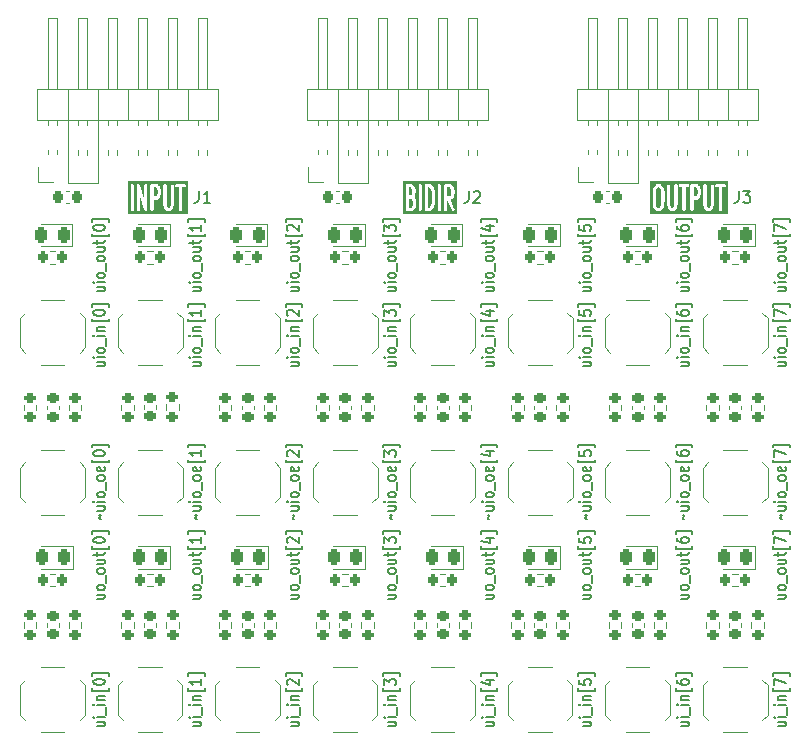
<source format=gbr>
%TF.GenerationSoftware,KiCad,Pcbnew,8.0.2*%
%TF.CreationDate,2024-06-16T09:55:42+02:00*%
%TF.ProjectId,pmod-factory,706d6f64-2d66-4616-9374-6f72792e6b69,rev?*%
%TF.SameCoordinates,Original*%
%TF.FileFunction,Legend,Top*%
%TF.FilePolarity,Positive*%
%FSLAX46Y46*%
G04 Gerber Fmt 4.6, Leading zero omitted, Abs format (unit mm)*
G04 Created by KiCad (PCBNEW 8.0.2) date 2024-06-16 09:55:42*
%MOMM*%
%LPD*%
G01*
G04 APERTURE LIST*
G04 Aperture macros list*
%AMRoundRect*
0 Rectangle with rounded corners*
0 $1 Rounding radius*
0 $2 $3 $4 $5 $6 $7 $8 $9 X,Y pos of 4 corners*
0 Add a 4 corners polygon primitive as box body*
4,1,4,$2,$3,$4,$5,$6,$7,$8,$9,$2,$3,0*
0 Add four circle primitives for the rounded corners*
1,1,$1+$1,$2,$3*
1,1,$1+$1,$4,$5*
1,1,$1+$1,$6,$7*
1,1,$1+$1,$8,$9*
0 Add four rect primitives between the rounded corners*
20,1,$1+$1,$2,$3,$4,$5,0*
20,1,$1+$1,$4,$5,$6,$7,0*
20,1,$1+$1,$6,$7,$8,$9,0*
20,1,$1+$1,$8,$9,$2,$3,0*%
G04 Aperture macros list end*
%ADD10C,0.150000*%
%ADD11C,0.275000*%
%ADD12C,0.120000*%
%ADD13R,1.000000X1.700000*%
%ADD14RoundRect,0.225000X-0.250000X0.225000X-0.250000X-0.225000X0.250000X-0.225000X0.250000X0.225000X0*%
%ADD15RoundRect,0.200000X-0.275000X0.200000X-0.275000X-0.200000X0.275000X-0.200000X0.275000X0.200000X0*%
%ADD16RoundRect,0.200000X0.200000X0.275000X-0.200000X0.275000X-0.200000X-0.275000X0.200000X-0.275000X0*%
%ADD17RoundRect,0.225000X0.225000X0.250000X-0.225000X0.250000X-0.225000X-0.250000X0.225000X-0.250000X0*%
%ADD18RoundRect,0.243750X0.243750X0.456250X-0.243750X0.456250X-0.243750X-0.456250X0.243750X-0.456250X0*%
%ADD19R,1.700000X1.700000*%
%ADD20O,1.700000X1.700000*%
%ADD21C,1.700000*%
G04 APERTURE END LIST*
D10*
X147158152Y-124429649D02*
X147824819Y-124429649D01*
X147158152Y-124793935D02*
X147681961Y-124793935D01*
X147681961Y-124793935D02*
X147777200Y-124753458D01*
X147777200Y-124753458D02*
X147824819Y-124672506D01*
X147824819Y-124672506D02*
X147824819Y-124551077D01*
X147824819Y-124551077D02*
X147777200Y-124470125D01*
X147777200Y-124470125D02*
X147729580Y-124429649D01*
X147824819Y-124024887D02*
X147158152Y-124024887D01*
X146824819Y-124024887D02*
X146872438Y-124065363D01*
X146872438Y-124065363D02*
X146920057Y-124024887D01*
X146920057Y-124024887D02*
X146872438Y-123984410D01*
X146872438Y-123984410D02*
X146824819Y-124024887D01*
X146824819Y-124024887D02*
X146920057Y-124024887D01*
X147920057Y-123822506D02*
X147920057Y-123174886D01*
X147824819Y-122972506D02*
X147158152Y-122972506D01*
X146824819Y-122972506D02*
X146872438Y-123012982D01*
X146872438Y-123012982D02*
X146920057Y-122972506D01*
X146920057Y-122972506D02*
X146872438Y-122932029D01*
X146872438Y-122932029D02*
X146824819Y-122972506D01*
X146824819Y-122972506D02*
X146920057Y-122972506D01*
X147158152Y-122567744D02*
X147824819Y-122567744D01*
X147253390Y-122567744D02*
X147205771Y-122527267D01*
X147205771Y-122527267D02*
X147158152Y-122446315D01*
X147158152Y-122446315D02*
X147158152Y-122324886D01*
X147158152Y-122324886D02*
X147205771Y-122243934D01*
X147205771Y-122243934D02*
X147301009Y-122203458D01*
X147301009Y-122203458D02*
X147824819Y-122203458D01*
X148158152Y-121555838D02*
X148158152Y-121758219D01*
X148158152Y-121758219D02*
X146729580Y-121758219D01*
X146729580Y-121758219D02*
X146729580Y-121555838D01*
X147158152Y-120867743D02*
X147824819Y-120867743D01*
X146777200Y-121070124D02*
X147491485Y-121272505D01*
X147491485Y-121272505D02*
X147491485Y-120746314D01*
X148158152Y-120503457D02*
X148158152Y-120301076D01*
X148158152Y-120301076D02*
X146729580Y-120301076D01*
X146729580Y-120301076D02*
X146729580Y-120503457D01*
X155413152Y-124429649D02*
X156079819Y-124429649D01*
X155413152Y-124793935D02*
X155936961Y-124793935D01*
X155936961Y-124793935D02*
X156032200Y-124753458D01*
X156032200Y-124753458D02*
X156079819Y-124672506D01*
X156079819Y-124672506D02*
X156079819Y-124551077D01*
X156079819Y-124551077D02*
X156032200Y-124470125D01*
X156032200Y-124470125D02*
X155984580Y-124429649D01*
X156079819Y-124024887D02*
X155413152Y-124024887D01*
X155079819Y-124024887D02*
X155127438Y-124065363D01*
X155127438Y-124065363D02*
X155175057Y-124024887D01*
X155175057Y-124024887D02*
X155127438Y-123984410D01*
X155127438Y-123984410D02*
X155079819Y-124024887D01*
X155079819Y-124024887D02*
X155175057Y-124024887D01*
X156175057Y-123822506D02*
X156175057Y-123174886D01*
X156079819Y-122972506D02*
X155413152Y-122972506D01*
X155079819Y-122972506D02*
X155127438Y-123012982D01*
X155127438Y-123012982D02*
X155175057Y-122972506D01*
X155175057Y-122972506D02*
X155127438Y-122932029D01*
X155127438Y-122932029D02*
X155079819Y-122972506D01*
X155079819Y-122972506D02*
X155175057Y-122972506D01*
X155413152Y-122567744D02*
X156079819Y-122567744D01*
X155508390Y-122567744D02*
X155460771Y-122527267D01*
X155460771Y-122527267D02*
X155413152Y-122446315D01*
X155413152Y-122446315D02*
X155413152Y-122324886D01*
X155413152Y-122324886D02*
X155460771Y-122243934D01*
X155460771Y-122243934D02*
X155556009Y-122203458D01*
X155556009Y-122203458D02*
X156079819Y-122203458D01*
X156413152Y-121555838D02*
X156413152Y-121758219D01*
X156413152Y-121758219D02*
X154984580Y-121758219D01*
X154984580Y-121758219D02*
X154984580Y-121555838D01*
X155079819Y-120827267D02*
X155079819Y-121232029D01*
X155079819Y-121232029D02*
X155556009Y-121272505D01*
X155556009Y-121272505D02*
X155508390Y-121232029D01*
X155508390Y-121232029D02*
X155460771Y-121151076D01*
X155460771Y-121151076D02*
X155460771Y-120948695D01*
X155460771Y-120948695D02*
X155508390Y-120867743D01*
X155508390Y-120867743D02*
X155556009Y-120827267D01*
X155556009Y-120827267D02*
X155651247Y-120786790D01*
X155651247Y-120786790D02*
X155889342Y-120786790D01*
X155889342Y-120786790D02*
X155984580Y-120827267D01*
X155984580Y-120827267D02*
X156032200Y-120867743D01*
X156032200Y-120867743D02*
X156079819Y-120948695D01*
X156079819Y-120948695D02*
X156079819Y-121151076D01*
X156079819Y-121151076D02*
X156032200Y-121232029D01*
X156032200Y-121232029D02*
X155984580Y-121272505D01*
X156413152Y-120503457D02*
X156413152Y-120301076D01*
X156413152Y-120301076D02*
X154984580Y-120301076D01*
X154984580Y-120301076D02*
X154984580Y-120503457D01*
X155698866Y-107262363D02*
X155651247Y-107221887D01*
X155651247Y-107221887D02*
X155603628Y-107140935D01*
X155603628Y-107140935D02*
X155698866Y-106979030D01*
X155698866Y-106979030D02*
X155651247Y-106898077D01*
X155651247Y-106898077D02*
X155603628Y-106857601D01*
X155413152Y-106169506D02*
X156079819Y-106169506D01*
X155413152Y-106533792D02*
X155936961Y-106533792D01*
X155936961Y-106533792D02*
X156032200Y-106493315D01*
X156032200Y-106493315D02*
X156079819Y-106412363D01*
X156079819Y-106412363D02*
X156079819Y-106290934D01*
X156079819Y-106290934D02*
X156032200Y-106209982D01*
X156032200Y-106209982D02*
X155984580Y-106169506D01*
X156079819Y-105764744D02*
X155413152Y-105764744D01*
X155079819Y-105764744D02*
X155127438Y-105805220D01*
X155127438Y-105805220D02*
X155175057Y-105764744D01*
X155175057Y-105764744D02*
X155127438Y-105724267D01*
X155127438Y-105724267D02*
X155079819Y-105764744D01*
X155079819Y-105764744D02*
X155175057Y-105764744D01*
X156079819Y-105238553D02*
X156032200Y-105319505D01*
X156032200Y-105319505D02*
X155984580Y-105359982D01*
X155984580Y-105359982D02*
X155889342Y-105400458D01*
X155889342Y-105400458D02*
X155603628Y-105400458D01*
X155603628Y-105400458D02*
X155508390Y-105359982D01*
X155508390Y-105359982D02*
X155460771Y-105319505D01*
X155460771Y-105319505D02*
X155413152Y-105238553D01*
X155413152Y-105238553D02*
X155413152Y-105117124D01*
X155413152Y-105117124D02*
X155460771Y-105036172D01*
X155460771Y-105036172D02*
X155508390Y-104995696D01*
X155508390Y-104995696D02*
X155603628Y-104955220D01*
X155603628Y-104955220D02*
X155889342Y-104955220D01*
X155889342Y-104955220D02*
X155984580Y-104995696D01*
X155984580Y-104995696D02*
X156032200Y-105036172D01*
X156032200Y-105036172D02*
X156079819Y-105117124D01*
X156079819Y-105117124D02*
X156079819Y-105238553D01*
X156175057Y-104793315D02*
X156175057Y-104145695D01*
X156079819Y-103821886D02*
X156032200Y-103902838D01*
X156032200Y-103902838D02*
X155984580Y-103943315D01*
X155984580Y-103943315D02*
X155889342Y-103983791D01*
X155889342Y-103983791D02*
X155603628Y-103983791D01*
X155603628Y-103983791D02*
X155508390Y-103943315D01*
X155508390Y-103943315D02*
X155460771Y-103902838D01*
X155460771Y-103902838D02*
X155413152Y-103821886D01*
X155413152Y-103821886D02*
X155413152Y-103700457D01*
X155413152Y-103700457D02*
X155460771Y-103619505D01*
X155460771Y-103619505D02*
X155508390Y-103579029D01*
X155508390Y-103579029D02*
X155603628Y-103538553D01*
X155603628Y-103538553D02*
X155889342Y-103538553D01*
X155889342Y-103538553D02*
X155984580Y-103579029D01*
X155984580Y-103579029D02*
X156032200Y-103619505D01*
X156032200Y-103619505D02*
X156079819Y-103700457D01*
X156079819Y-103700457D02*
X156079819Y-103821886D01*
X156032200Y-102850457D02*
X156079819Y-102931409D01*
X156079819Y-102931409D02*
X156079819Y-103093314D01*
X156079819Y-103093314D02*
X156032200Y-103174267D01*
X156032200Y-103174267D02*
X155936961Y-103214743D01*
X155936961Y-103214743D02*
X155556009Y-103214743D01*
X155556009Y-103214743D02*
X155460771Y-103174267D01*
X155460771Y-103174267D02*
X155413152Y-103093314D01*
X155413152Y-103093314D02*
X155413152Y-102931409D01*
X155413152Y-102931409D02*
X155460771Y-102850457D01*
X155460771Y-102850457D02*
X155556009Y-102809981D01*
X155556009Y-102809981D02*
X155651247Y-102809981D01*
X155651247Y-102809981D02*
X155746485Y-103214743D01*
X156413152Y-102202838D02*
X156413152Y-102405219D01*
X156413152Y-102405219D02*
X154984580Y-102405219D01*
X154984580Y-102405219D02*
X154984580Y-102202838D01*
X155079819Y-101474267D02*
X155079819Y-101879029D01*
X155079819Y-101879029D02*
X155556009Y-101919505D01*
X155556009Y-101919505D02*
X155508390Y-101879029D01*
X155508390Y-101879029D02*
X155460771Y-101798076D01*
X155460771Y-101798076D02*
X155460771Y-101595695D01*
X155460771Y-101595695D02*
X155508390Y-101514743D01*
X155508390Y-101514743D02*
X155556009Y-101474267D01*
X155556009Y-101474267D02*
X155651247Y-101433790D01*
X155651247Y-101433790D02*
X155889342Y-101433790D01*
X155889342Y-101433790D02*
X155984580Y-101474267D01*
X155984580Y-101474267D02*
X156032200Y-101514743D01*
X156032200Y-101514743D02*
X156079819Y-101595695D01*
X156079819Y-101595695D02*
X156079819Y-101798076D01*
X156079819Y-101798076D02*
X156032200Y-101879029D01*
X156032200Y-101879029D02*
X155984580Y-101919505D01*
X156413152Y-101150457D02*
X156413152Y-100948076D01*
X156413152Y-100948076D02*
X154984580Y-100948076D01*
X154984580Y-100948076D02*
X154984580Y-101150457D01*
X122393152Y-93949649D02*
X123059819Y-93949649D01*
X122393152Y-94313935D02*
X122916961Y-94313935D01*
X122916961Y-94313935D02*
X123012200Y-94273458D01*
X123012200Y-94273458D02*
X123059819Y-94192506D01*
X123059819Y-94192506D02*
X123059819Y-94071077D01*
X123059819Y-94071077D02*
X123012200Y-93990125D01*
X123012200Y-93990125D02*
X122964580Y-93949649D01*
X123059819Y-93544887D02*
X122393152Y-93544887D01*
X122059819Y-93544887D02*
X122107438Y-93585363D01*
X122107438Y-93585363D02*
X122155057Y-93544887D01*
X122155057Y-93544887D02*
X122107438Y-93504410D01*
X122107438Y-93504410D02*
X122059819Y-93544887D01*
X122059819Y-93544887D02*
X122155057Y-93544887D01*
X123059819Y-93018696D02*
X123012200Y-93099648D01*
X123012200Y-93099648D02*
X122964580Y-93140125D01*
X122964580Y-93140125D02*
X122869342Y-93180601D01*
X122869342Y-93180601D02*
X122583628Y-93180601D01*
X122583628Y-93180601D02*
X122488390Y-93140125D01*
X122488390Y-93140125D02*
X122440771Y-93099648D01*
X122440771Y-93099648D02*
X122393152Y-93018696D01*
X122393152Y-93018696D02*
X122393152Y-92897267D01*
X122393152Y-92897267D02*
X122440771Y-92816315D01*
X122440771Y-92816315D02*
X122488390Y-92775839D01*
X122488390Y-92775839D02*
X122583628Y-92735363D01*
X122583628Y-92735363D02*
X122869342Y-92735363D01*
X122869342Y-92735363D02*
X122964580Y-92775839D01*
X122964580Y-92775839D02*
X123012200Y-92816315D01*
X123012200Y-92816315D02*
X123059819Y-92897267D01*
X123059819Y-92897267D02*
X123059819Y-93018696D01*
X123155057Y-92573458D02*
X123155057Y-91925838D01*
X123059819Y-91723458D02*
X122393152Y-91723458D01*
X122059819Y-91723458D02*
X122107438Y-91763934D01*
X122107438Y-91763934D02*
X122155057Y-91723458D01*
X122155057Y-91723458D02*
X122107438Y-91682981D01*
X122107438Y-91682981D02*
X122059819Y-91723458D01*
X122059819Y-91723458D02*
X122155057Y-91723458D01*
X122393152Y-91318696D02*
X123059819Y-91318696D01*
X122488390Y-91318696D02*
X122440771Y-91278219D01*
X122440771Y-91278219D02*
X122393152Y-91197267D01*
X122393152Y-91197267D02*
X122393152Y-91075838D01*
X122393152Y-91075838D02*
X122440771Y-90994886D01*
X122440771Y-90994886D02*
X122536009Y-90954410D01*
X122536009Y-90954410D02*
X123059819Y-90954410D01*
X123393152Y-90306790D02*
X123393152Y-90509171D01*
X123393152Y-90509171D02*
X121964580Y-90509171D01*
X121964580Y-90509171D02*
X121964580Y-90306790D01*
X123059819Y-89537742D02*
X123059819Y-90023457D01*
X123059819Y-89780600D02*
X122059819Y-89780600D01*
X122059819Y-89780600D02*
X122202676Y-89861552D01*
X122202676Y-89861552D02*
X122297914Y-89942504D01*
X122297914Y-89942504D02*
X122345533Y-90023457D01*
X123393152Y-89254409D02*
X123393152Y-89052028D01*
X123393152Y-89052028D02*
X121964580Y-89052028D01*
X121964580Y-89052028D02*
X121964580Y-89254409D01*
X147158152Y-93949649D02*
X147824819Y-93949649D01*
X147158152Y-94313935D02*
X147681961Y-94313935D01*
X147681961Y-94313935D02*
X147777200Y-94273458D01*
X147777200Y-94273458D02*
X147824819Y-94192506D01*
X147824819Y-94192506D02*
X147824819Y-94071077D01*
X147824819Y-94071077D02*
X147777200Y-93990125D01*
X147777200Y-93990125D02*
X147729580Y-93949649D01*
X147824819Y-93544887D02*
X147158152Y-93544887D01*
X146824819Y-93544887D02*
X146872438Y-93585363D01*
X146872438Y-93585363D02*
X146920057Y-93544887D01*
X146920057Y-93544887D02*
X146872438Y-93504410D01*
X146872438Y-93504410D02*
X146824819Y-93544887D01*
X146824819Y-93544887D02*
X146920057Y-93544887D01*
X147824819Y-93018696D02*
X147777200Y-93099648D01*
X147777200Y-93099648D02*
X147729580Y-93140125D01*
X147729580Y-93140125D02*
X147634342Y-93180601D01*
X147634342Y-93180601D02*
X147348628Y-93180601D01*
X147348628Y-93180601D02*
X147253390Y-93140125D01*
X147253390Y-93140125D02*
X147205771Y-93099648D01*
X147205771Y-93099648D02*
X147158152Y-93018696D01*
X147158152Y-93018696D02*
X147158152Y-92897267D01*
X147158152Y-92897267D02*
X147205771Y-92816315D01*
X147205771Y-92816315D02*
X147253390Y-92775839D01*
X147253390Y-92775839D02*
X147348628Y-92735363D01*
X147348628Y-92735363D02*
X147634342Y-92735363D01*
X147634342Y-92735363D02*
X147729580Y-92775839D01*
X147729580Y-92775839D02*
X147777200Y-92816315D01*
X147777200Y-92816315D02*
X147824819Y-92897267D01*
X147824819Y-92897267D02*
X147824819Y-93018696D01*
X147920057Y-92573458D02*
X147920057Y-91925838D01*
X147824819Y-91723458D02*
X147158152Y-91723458D01*
X146824819Y-91723458D02*
X146872438Y-91763934D01*
X146872438Y-91763934D02*
X146920057Y-91723458D01*
X146920057Y-91723458D02*
X146872438Y-91682981D01*
X146872438Y-91682981D02*
X146824819Y-91723458D01*
X146824819Y-91723458D02*
X146920057Y-91723458D01*
X147158152Y-91318696D02*
X147824819Y-91318696D01*
X147253390Y-91318696D02*
X147205771Y-91278219D01*
X147205771Y-91278219D02*
X147158152Y-91197267D01*
X147158152Y-91197267D02*
X147158152Y-91075838D01*
X147158152Y-91075838D02*
X147205771Y-90994886D01*
X147205771Y-90994886D02*
X147301009Y-90954410D01*
X147301009Y-90954410D02*
X147824819Y-90954410D01*
X148158152Y-90306790D02*
X148158152Y-90509171D01*
X148158152Y-90509171D02*
X146729580Y-90509171D01*
X146729580Y-90509171D02*
X146729580Y-90306790D01*
X147158152Y-89618695D02*
X147824819Y-89618695D01*
X146777200Y-89821076D02*
X147491485Y-90023457D01*
X147491485Y-90023457D02*
X147491485Y-89497266D01*
X148158152Y-89254409D02*
X148158152Y-89052028D01*
X148158152Y-89052028D02*
X146729580Y-89052028D01*
X146729580Y-89052028D02*
X146729580Y-89254409D01*
X122678866Y-107262363D02*
X122631247Y-107221887D01*
X122631247Y-107221887D02*
X122583628Y-107140935D01*
X122583628Y-107140935D02*
X122678866Y-106979030D01*
X122678866Y-106979030D02*
X122631247Y-106898077D01*
X122631247Y-106898077D02*
X122583628Y-106857601D01*
X122393152Y-106169506D02*
X123059819Y-106169506D01*
X122393152Y-106533792D02*
X122916961Y-106533792D01*
X122916961Y-106533792D02*
X123012200Y-106493315D01*
X123012200Y-106493315D02*
X123059819Y-106412363D01*
X123059819Y-106412363D02*
X123059819Y-106290934D01*
X123059819Y-106290934D02*
X123012200Y-106209982D01*
X123012200Y-106209982D02*
X122964580Y-106169506D01*
X123059819Y-105764744D02*
X122393152Y-105764744D01*
X122059819Y-105764744D02*
X122107438Y-105805220D01*
X122107438Y-105805220D02*
X122155057Y-105764744D01*
X122155057Y-105764744D02*
X122107438Y-105724267D01*
X122107438Y-105724267D02*
X122059819Y-105764744D01*
X122059819Y-105764744D02*
X122155057Y-105764744D01*
X123059819Y-105238553D02*
X123012200Y-105319505D01*
X123012200Y-105319505D02*
X122964580Y-105359982D01*
X122964580Y-105359982D02*
X122869342Y-105400458D01*
X122869342Y-105400458D02*
X122583628Y-105400458D01*
X122583628Y-105400458D02*
X122488390Y-105359982D01*
X122488390Y-105359982D02*
X122440771Y-105319505D01*
X122440771Y-105319505D02*
X122393152Y-105238553D01*
X122393152Y-105238553D02*
X122393152Y-105117124D01*
X122393152Y-105117124D02*
X122440771Y-105036172D01*
X122440771Y-105036172D02*
X122488390Y-104995696D01*
X122488390Y-104995696D02*
X122583628Y-104955220D01*
X122583628Y-104955220D02*
X122869342Y-104955220D01*
X122869342Y-104955220D02*
X122964580Y-104995696D01*
X122964580Y-104995696D02*
X123012200Y-105036172D01*
X123012200Y-105036172D02*
X123059819Y-105117124D01*
X123059819Y-105117124D02*
X123059819Y-105238553D01*
X123155057Y-104793315D02*
X123155057Y-104145695D01*
X123059819Y-103821886D02*
X123012200Y-103902838D01*
X123012200Y-103902838D02*
X122964580Y-103943315D01*
X122964580Y-103943315D02*
X122869342Y-103983791D01*
X122869342Y-103983791D02*
X122583628Y-103983791D01*
X122583628Y-103983791D02*
X122488390Y-103943315D01*
X122488390Y-103943315D02*
X122440771Y-103902838D01*
X122440771Y-103902838D02*
X122393152Y-103821886D01*
X122393152Y-103821886D02*
X122393152Y-103700457D01*
X122393152Y-103700457D02*
X122440771Y-103619505D01*
X122440771Y-103619505D02*
X122488390Y-103579029D01*
X122488390Y-103579029D02*
X122583628Y-103538553D01*
X122583628Y-103538553D02*
X122869342Y-103538553D01*
X122869342Y-103538553D02*
X122964580Y-103579029D01*
X122964580Y-103579029D02*
X123012200Y-103619505D01*
X123012200Y-103619505D02*
X123059819Y-103700457D01*
X123059819Y-103700457D02*
X123059819Y-103821886D01*
X123012200Y-102850457D02*
X123059819Y-102931409D01*
X123059819Y-102931409D02*
X123059819Y-103093314D01*
X123059819Y-103093314D02*
X123012200Y-103174267D01*
X123012200Y-103174267D02*
X122916961Y-103214743D01*
X122916961Y-103214743D02*
X122536009Y-103214743D01*
X122536009Y-103214743D02*
X122440771Y-103174267D01*
X122440771Y-103174267D02*
X122393152Y-103093314D01*
X122393152Y-103093314D02*
X122393152Y-102931409D01*
X122393152Y-102931409D02*
X122440771Y-102850457D01*
X122440771Y-102850457D02*
X122536009Y-102809981D01*
X122536009Y-102809981D02*
X122631247Y-102809981D01*
X122631247Y-102809981D02*
X122726485Y-103214743D01*
X123393152Y-102202838D02*
X123393152Y-102405219D01*
X123393152Y-102405219D02*
X121964580Y-102405219D01*
X121964580Y-102405219D02*
X121964580Y-102202838D01*
X123059819Y-101433790D02*
X123059819Y-101919505D01*
X123059819Y-101676648D02*
X122059819Y-101676648D01*
X122059819Y-101676648D02*
X122202676Y-101757600D01*
X122202676Y-101757600D02*
X122297914Y-101838552D01*
X122297914Y-101838552D02*
X122345533Y-101919505D01*
X123393152Y-101150457D02*
X123393152Y-100948076D01*
X123393152Y-100948076D02*
X121964580Y-100948076D01*
X121964580Y-100948076D02*
X121964580Y-101150457D01*
X147158152Y-87599649D02*
X147824819Y-87599649D01*
X147158152Y-87963935D02*
X147681961Y-87963935D01*
X147681961Y-87963935D02*
X147777200Y-87923458D01*
X147777200Y-87923458D02*
X147824819Y-87842506D01*
X147824819Y-87842506D02*
X147824819Y-87721077D01*
X147824819Y-87721077D02*
X147777200Y-87640125D01*
X147777200Y-87640125D02*
X147729580Y-87599649D01*
X147824819Y-87194887D02*
X147158152Y-87194887D01*
X146824819Y-87194887D02*
X146872438Y-87235363D01*
X146872438Y-87235363D02*
X146920057Y-87194887D01*
X146920057Y-87194887D02*
X146872438Y-87154410D01*
X146872438Y-87154410D02*
X146824819Y-87194887D01*
X146824819Y-87194887D02*
X146920057Y-87194887D01*
X147824819Y-86668696D02*
X147777200Y-86749648D01*
X147777200Y-86749648D02*
X147729580Y-86790125D01*
X147729580Y-86790125D02*
X147634342Y-86830601D01*
X147634342Y-86830601D02*
X147348628Y-86830601D01*
X147348628Y-86830601D02*
X147253390Y-86790125D01*
X147253390Y-86790125D02*
X147205771Y-86749648D01*
X147205771Y-86749648D02*
X147158152Y-86668696D01*
X147158152Y-86668696D02*
X147158152Y-86547267D01*
X147158152Y-86547267D02*
X147205771Y-86466315D01*
X147205771Y-86466315D02*
X147253390Y-86425839D01*
X147253390Y-86425839D02*
X147348628Y-86385363D01*
X147348628Y-86385363D02*
X147634342Y-86385363D01*
X147634342Y-86385363D02*
X147729580Y-86425839D01*
X147729580Y-86425839D02*
X147777200Y-86466315D01*
X147777200Y-86466315D02*
X147824819Y-86547267D01*
X147824819Y-86547267D02*
X147824819Y-86668696D01*
X147920057Y-86223458D02*
X147920057Y-85575838D01*
X147824819Y-85252029D02*
X147777200Y-85332981D01*
X147777200Y-85332981D02*
X147729580Y-85373458D01*
X147729580Y-85373458D02*
X147634342Y-85413934D01*
X147634342Y-85413934D02*
X147348628Y-85413934D01*
X147348628Y-85413934D02*
X147253390Y-85373458D01*
X147253390Y-85373458D02*
X147205771Y-85332981D01*
X147205771Y-85332981D02*
X147158152Y-85252029D01*
X147158152Y-85252029D02*
X147158152Y-85130600D01*
X147158152Y-85130600D02*
X147205771Y-85049648D01*
X147205771Y-85049648D02*
X147253390Y-85009172D01*
X147253390Y-85009172D02*
X147348628Y-84968696D01*
X147348628Y-84968696D02*
X147634342Y-84968696D01*
X147634342Y-84968696D02*
X147729580Y-85009172D01*
X147729580Y-85009172D02*
X147777200Y-85049648D01*
X147777200Y-85049648D02*
X147824819Y-85130600D01*
X147824819Y-85130600D02*
X147824819Y-85252029D01*
X147158152Y-84240124D02*
X147824819Y-84240124D01*
X147158152Y-84604410D02*
X147681961Y-84604410D01*
X147681961Y-84604410D02*
X147777200Y-84563933D01*
X147777200Y-84563933D02*
X147824819Y-84482981D01*
X147824819Y-84482981D02*
X147824819Y-84361552D01*
X147824819Y-84361552D02*
X147777200Y-84280600D01*
X147777200Y-84280600D02*
X147729580Y-84240124D01*
X147158152Y-83956790D02*
X147158152Y-83632981D01*
X146824819Y-83835362D02*
X147681961Y-83835362D01*
X147681961Y-83835362D02*
X147777200Y-83794885D01*
X147777200Y-83794885D02*
X147824819Y-83713933D01*
X147824819Y-83713933D02*
X147824819Y-83632981D01*
X148158152Y-83106790D02*
X148158152Y-83309171D01*
X148158152Y-83309171D02*
X146729580Y-83309171D01*
X146729580Y-83309171D02*
X146729580Y-83106790D01*
X147158152Y-82418695D02*
X147824819Y-82418695D01*
X146777200Y-82621076D02*
X147491485Y-82823457D01*
X147491485Y-82823457D02*
X147491485Y-82297266D01*
X148158152Y-82054409D02*
X148158152Y-81852028D01*
X148158152Y-81852028D02*
X146729580Y-81852028D01*
X146729580Y-81852028D02*
X146729580Y-82054409D01*
X171923152Y-87599649D02*
X172589819Y-87599649D01*
X171923152Y-87963935D02*
X172446961Y-87963935D01*
X172446961Y-87963935D02*
X172542200Y-87923458D01*
X172542200Y-87923458D02*
X172589819Y-87842506D01*
X172589819Y-87842506D02*
X172589819Y-87721077D01*
X172589819Y-87721077D02*
X172542200Y-87640125D01*
X172542200Y-87640125D02*
X172494580Y-87599649D01*
X172589819Y-87194887D02*
X171923152Y-87194887D01*
X171589819Y-87194887D02*
X171637438Y-87235363D01*
X171637438Y-87235363D02*
X171685057Y-87194887D01*
X171685057Y-87194887D02*
X171637438Y-87154410D01*
X171637438Y-87154410D02*
X171589819Y-87194887D01*
X171589819Y-87194887D02*
X171685057Y-87194887D01*
X172589819Y-86668696D02*
X172542200Y-86749648D01*
X172542200Y-86749648D02*
X172494580Y-86790125D01*
X172494580Y-86790125D02*
X172399342Y-86830601D01*
X172399342Y-86830601D02*
X172113628Y-86830601D01*
X172113628Y-86830601D02*
X172018390Y-86790125D01*
X172018390Y-86790125D02*
X171970771Y-86749648D01*
X171970771Y-86749648D02*
X171923152Y-86668696D01*
X171923152Y-86668696D02*
X171923152Y-86547267D01*
X171923152Y-86547267D02*
X171970771Y-86466315D01*
X171970771Y-86466315D02*
X172018390Y-86425839D01*
X172018390Y-86425839D02*
X172113628Y-86385363D01*
X172113628Y-86385363D02*
X172399342Y-86385363D01*
X172399342Y-86385363D02*
X172494580Y-86425839D01*
X172494580Y-86425839D02*
X172542200Y-86466315D01*
X172542200Y-86466315D02*
X172589819Y-86547267D01*
X172589819Y-86547267D02*
X172589819Y-86668696D01*
X172685057Y-86223458D02*
X172685057Y-85575838D01*
X172589819Y-85252029D02*
X172542200Y-85332981D01*
X172542200Y-85332981D02*
X172494580Y-85373458D01*
X172494580Y-85373458D02*
X172399342Y-85413934D01*
X172399342Y-85413934D02*
X172113628Y-85413934D01*
X172113628Y-85413934D02*
X172018390Y-85373458D01*
X172018390Y-85373458D02*
X171970771Y-85332981D01*
X171970771Y-85332981D02*
X171923152Y-85252029D01*
X171923152Y-85252029D02*
X171923152Y-85130600D01*
X171923152Y-85130600D02*
X171970771Y-85049648D01*
X171970771Y-85049648D02*
X172018390Y-85009172D01*
X172018390Y-85009172D02*
X172113628Y-84968696D01*
X172113628Y-84968696D02*
X172399342Y-84968696D01*
X172399342Y-84968696D02*
X172494580Y-85009172D01*
X172494580Y-85009172D02*
X172542200Y-85049648D01*
X172542200Y-85049648D02*
X172589819Y-85130600D01*
X172589819Y-85130600D02*
X172589819Y-85252029D01*
X171923152Y-84240124D02*
X172589819Y-84240124D01*
X171923152Y-84604410D02*
X172446961Y-84604410D01*
X172446961Y-84604410D02*
X172542200Y-84563933D01*
X172542200Y-84563933D02*
X172589819Y-84482981D01*
X172589819Y-84482981D02*
X172589819Y-84361552D01*
X172589819Y-84361552D02*
X172542200Y-84280600D01*
X172542200Y-84280600D02*
X172494580Y-84240124D01*
X171923152Y-83956790D02*
X171923152Y-83632981D01*
X171589819Y-83835362D02*
X172446961Y-83835362D01*
X172446961Y-83835362D02*
X172542200Y-83794885D01*
X172542200Y-83794885D02*
X172589819Y-83713933D01*
X172589819Y-83713933D02*
X172589819Y-83632981D01*
X172923152Y-83106790D02*
X172923152Y-83309171D01*
X172923152Y-83309171D02*
X171494580Y-83309171D01*
X171494580Y-83309171D02*
X171494580Y-83106790D01*
X171589819Y-82863933D02*
X171589819Y-82297266D01*
X171589819Y-82297266D02*
X172589819Y-82661552D01*
X172923152Y-82054409D02*
X172923152Y-81852028D01*
X172923152Y-81852028D02*
X171494580Y-81852028D01*
X171494580Y-81852028D02*
X171494580Y-82054409D01*
X130648152Y-113634649D02*
X131314819Y-113634649D01*
X130648152Y-113998935D02*
X131171961Y-113998935D01*
X131171961Y-113998935D02*
X131267200Y-113958458D01*
X131267200Y-113958458D02*
X131314819Y-113877506D01*
X131314819Y-113877506D02*
X131314819Y-113756077D01*
X131314819Y-113756077D02*
X131267200Y-113675125D01*
X131267200Y-113675125D02*
X131219580Y-113634649D01*
X131314819Y-113108458D02*
X131267200Y-113189410D01*
X131267200Y-113189410D02*
X131219580Y-113229887D01*
X131219580Y-113229887D02*
X131124342Y-113270363D01*
X131124342Y-113270363D02*
X130838628Y-113270363D01*
X130838628Y-113270363D02*
X130743390Y-113229887D01*
X130743390Y-113229887D02*
X130695771Y-113189410D01*
X130695771Y-113189410D02*
X130648152Y-113108458D01*
X130648152Y-113108458D02*
X130648152Y-112987029D01*
X130648152Y-112987029D02*
X130695771Y-112906077D01*
X130695771Y-112906077D02*
X130743390Y-112865601D01*
X130743390Y-112865601D02*
X130838628Y-112825125D01*
X130838628Y-112825125D02*
X131124342Y-112825125D01*
X131124342Y-112825125D02*
X131219580Y-112865601D01*
X131219580Y-112865601D02*
X131267200Y-112906077D01*
X131267200Y-112906077D02*
X131314819Y-112987029D01*
X131314819Y-112987029D02*
X131314819Y-113108458D01*
X131410057Y-112663220D02*
X131410057Y-112015600D01*
X131314819Y-111691791D02*
X131267200Y-111772743D01*
X131267200Y-111772743D02*
X131219580Y-111813220D01*
X131219580Y-111813220D02*
X131124342Y-111853696D01*
X131124342Y-111853696D02*
X130838628Y-111853696D01*
X130838628Y-111853696D02*
X130743390Y-111813220D01*
X130743390Y-111813220D02*
X130695771Y-111772743D01*
X130695771Y-111772743D02*
X130648152Y-111691791D01*
X130648152Y-111691791D02*
X130648152Y-111570362D01*
X130648152Y-111570362D02*
X130695771Y-111489410D01*
X130695771Y-111489410D02*
X130743390Y-111448934D01*
X130743390Y-111448934D02*
X130838628Y-111408458D01*
X130838628Y-111408458D02*
X131124342Y-111408458D01*
X131124342Y-111408458D02*
X131219580Y-111448934D01*
X131219580Y-111448934D02*
X131267200Y-111489410D01*
X131267200Y-111489410D02*
X131314819Y-111570362D01*
X131314819Y-111570362D02*
X131314819Y-111691791D01*
X130648152Y-110679886D02*
X131314819Y-110679886D01*
X130648152Y-111044172D02*
X131171961Y-111044172D01*
X131171961Y-111044172D02*
X131267200Y-111003695D01*
X131267200Y-111003695D02*
X131314819Y-110922743D01*
X131314819Y-110922743D02*
X131314819Y-110801314D01*
X131314819Y-110801314D02*
X131267200Y-110720362D01*
X131267200Y-110720362D02*
X131219580Y-110679886D01*
X130648152Y-110396552D02*
X130648152Y-110072743D01*
X130314819Y-110275124D02*
X131171961Y-110275124D01*
X131171961Y-110275124D02*
X131267200Y-110234647D01*
X131267200Y-110234647D02*
X131314819Y-110153695D01*
X131314819Y-110153695D02*
X131314819Y-110072743D01*
X131648152Y-109546552D02*
X131648152Y-109748933D01*
X131648152Y-109748933D02*
X130219580Y-109748933D01*
X130219580Y-109748933D02*
X130219580Y-109546552D01*
X130410057Y-109263219D02*
X130362438Y-109222743D01*
X130362438Y-109222743D02*
X130314819Y-109141790D01*
X130314819Y-109141790D02*
X130314819Y-108939409D01*
X130314819Y-108939409D02*
X130362438Y-108858457D01*
X130362438Y-108858457D02*
X130410057Y-108817981D01*
X130410057Y-108817981D02*
X130505295Y-108777504D01*
X130505295Y-108777504D02*
X130600533Y-108777504D01*
X130600533Y-108777504D02*
X130743390Y-108817981D01*
X130743390Y-108817981D02*
X131314819Y-109303695D01*
X131314819Y-109303695D02*
X131314819Y-108777504D01*
X131648152Y-108494171D02*
X131648152Y-108291790D01*
X131648152Y-108291790D02*
X130219580Y-108291790D01*
X130219580Y-108291790D02*
X130219580Y-108494171D01*
X163953866Y-107262363D02*
X163906247Y-107221887D01*
X163906247Y-107221887D02*
X163858628Y-107140935D01*
X163858628Y-107140935D02*
X163953866Y-106979030D01*
X163953866Y-106979030D02*
X163906247Y-106898077D01*
X163906247Y-106898077D02*
X163858628Y-106857601D01*
X163668152Y-106169506D02*
X164334819Y-106169506D01*
X163668152Y-106533792D02*
X164191961Y-106533792D01*
X164191961Y-106533792D02*
X164287200Y-106493315D01*
X164287200Y-106493315D02*
X164334819Y-106412363D01*
X164334819Y-106412363D02*
X164334819Y-106290934D01*
X164334819Y-106290934D02*
X164287200Y-106209982D01*
X164287200Y-106209982D02*
X164239580Y-106169506D01*
X164334819Y-105764744D02*
X163668152Y-105764744D01*
X163334819Y-105764744D02*
X163382438Y-105805220D01*
X163382438Y-105805220D02*
X163430057Y-105764744D01*
X163430057Y-105764744D02*
X163382438Y-105724267D01*
X163382438Y-105724267D02*
X163334819Y-105764744D01*
X163334819Y-105764744D02*
X163430057Y-105764744D01*
X164334819Y-105238553D02*
X164287200Y-105319505D01*
X164287200Y-105319505D02*
X164239580Y-105359982D01*
X164239580Y-105359982D02*
X164144342Y-105400458D01*
X164144342Y-105400458D02*
X163858628Y-105400458D01*
X163858628Y-105400458D02*
X163763390Y-105359982D01*
X163763390Y-105359982D02*
X163715771Y-105319505D01*
X163715771Y-105319505D02*
X163668152Y-105238553D01*
X163668152Y-105238553D02*
X163668152Y-105117124D01*
X163668152Y-105117124D02*
X163715771Y-105036172D01*
X163715771Y-105036172D02*
X163763390Y-104995696D01*
X163763390Y-104995696D02*
X163858628Y-104955220D01*
X163858628Y-104955220D02*
X164144342Y-104955220D01*
X164144342Y-104955220D02*
X164239580Y-104995696D01*
X164239580Y-104995696D02*
X164287200Y-105036172D01*
X164287200Y-105036172D02*
X164334819Y-105117124D01*
X164334819Y-105117124D02*
X164334819Y-105238553D01*
X164430057Y-104793315D02*
X164430057Y-104145695D01*
X164334819Y-103821886D02*
X164287200Y-103902838D01*
X164287200Y-103902838D02*
X164239580Y-103943315D01*
X164239580Y-103943315D02*
X164144342Y-103983791D01*
X164144342Y-103983791D02*
X163858628Y-103983791D01*
X163858628Y-103983791D02*
X163763390Y-103943315D01*
X163763390Y-103943315D02*
X163715771Y-103902838D01*
X163715771Y-103902838D02*
X163668152Y-103821886D01*
X163668152Y-103821886D02*
X163668152Y-103700457D01*
X163668152Y-103700457D02*
X163715771Y-103619505D01*
X163715771Y-103619505D02*
X163763390Y-103579029D01*
X163763390Y-103579029D02*
X163858628Y-103538553D01*
X163858628Y-103538553D02*
X164144342Y-103538553D01*
X164144342Y-103538553D02*
X164239580Y-103579029D01*
X164239580Y-103579029D02*
X164287200Y-103619505D01*
X164287200Y-103619505D02*
X164334819Y-103700457D01*
X164334819Y-103700457D02*
X164334819Y-103821886D01*
X164287200Y-102850457D02*
X164334819Y-102931409D01*
X164334819Y-102931409D02*
X164334819Y-103093314D01*
X164334819Y-103093314D02*
X164287200Y-103174267D01*
X164287200Y-103174267D02*
X164191961Y-103214743D01*
X164191961Y-103214743D02*
X163811009Y-103214743D01*
X163811009Y-103214743D02*
X163715771Y-103174267D01*
X163715771Y-103174267D02*
X163668152Y-103093314D01*
X163668152Y-103093314D02*
X163668152Y-102931409D01*
X163668152Y-102931409D02*
X163715771Y-102850457D01*
X163715771Y-102850457D02*
X163811009Y-102809981D01*
X163811009Y-102809981D02*
X163906247Y-102809981D01*
X163906247Y-102809981D02*
X164001485Y-103214743D01*
X164668152Y-102202838D02*
X164668152Y-102405219D01*
X164668152Y-102405219D02*
X163239580Y-102405219D01*
X163239580Y-102405219D02*
X163239580Y-102202838D01*
X163334819Y-101514743D02*
X163334819Y-101676648D01*
X163334819Y-101676648D02*
X163382438Y-101757600D01*
X163382438Y-101757600D02*
X163430057Y-101798076D01*
X163430057Y-101798076D02*
X163572914Y-101879029D01*
X163572914Y-101879029D02*
X163763390Y-101919505D01*
X163763390Y-101919505D02*
X164144342Y-101919505D01*
X164144342Y-101919505D02*
X164239580Y-101879029D01*
X164239580Y-101879029D02*
X164287200Y-101838552D01*
X164287200Y-101838552D02*
X164334819Y-101757600D01*
X164334819Y-101757600D02*
X164334819Y-101595695D01*
X164334819Y-101595695D02*
X164287200Y-101514743D01*
X164287200Y-101514743D02*
X164239580Y-101474267D01*
X164239580Y-101474267D02*
X164144342Y-101433790D01*
X164144342Y-101433790D02*
X163906247Y-101433790D01*
X163906247Y-101433790D02*
X163811009Y-101474267D01*
X163811009Y-101474267D02*
X163763390Y-101514743D01*
X163763390Y-101514743D02*
X163715771Y-101595695D01*
X163715771Y-101595695D02*
X163715771Y-101757600D01*
X163715771Y-101757600D02*
X163763390Y-101838552D01*
X163763390Y-101838552D02*
X163811009Y-101879029D01*
X163811009Y-101879029D02*
X163906247Y-101919505D01*
X164668152Y-101150457D02*
X164668152Y-100948076D01*
X164668152Y-100948076D02*
X163239580Y-100948076D01*
X163239580Y-100948076D02*
X163239580Y-101150457D01*
X155413152Y-93949649D02*
X156079819Y-93949649D01*
X155413152Y-94313935D02*
X155936961Y-94313935D01*
X155936961Y-94313935D02*
X156032200Y-94273458D01*
X156032200Y-94273458D02*
X156079819Y-94192506D01*
X156079819Y-94192506D02*
X156079819Y-94071077D01*
X156079819Y-94071077D02*
X156032200Y-93990125D01*
X156032200Y-93990125D02*
X155984580Y-93949649D01*
X156079819Y-93544887D02*
X155413152Y-93544887D01*
X155079819Y-93544887D02*
X155127438Y-93585363D01*
X155127438Y-93585363D02*
X155175057Y-93544887D01*
X155175057Y-93544887D02*
X155127438Y-93504410D01*
X155127438Y-93504410D02*
X155079819Y-93544887D01*
X155079819Y-93544887D02*
X155175057Y-93544887D01*
X156079819Y-93018696D02*
X156032200Y-93099648D01*
X156032200Y-93099648D02*
X155984580Y-93140125D01*
X155984580Y-93140125D02*
X155889342Y-93180601D01*
X155889342Y-93180601D02*
X155603628Y-93180601D01*
X155603628Y-93180601D02*
X155508390Y-93140125D01*
X155508390Y-93140125D02*
X155460771Y-93099648D01*
X155460771Y-93099648D02*
X155413152Y-93018696D01*
X155413152Y-93018696D02*
X155413152Y-92897267D01*
X155413152Y-92897267D02*
X155460771Y-92816315D01*
X155460771Y-92816315D02*
X155508390Y-92775839D01*
X155508390Y-92775839D02*
X155603628Y-92735363D01*
X155603628Y-92735363D02*
X155889342Y-92735363D01*
X155889342Y-92735363D02*
X155984580Y-92775839D01*
X155984580Y-92775839D02*
X156032200Y-92816315D01*
X156032200Y-92816315D02*
X156079819Y-92897267D01*
X156079819Y-92897267D02*
X156079819Y-93018696D01*
X156175057Y-92573458D02*
X156175057Y-91925838D01*
X156079819Y-91723458D02*
X155413152Y-91723458D01*
X155079819Y-91723458D02*
X155127438Y-91763934D01*
X155127438Y-91763934D02*
X155175057Y-91723458D01*
X155175057Y-91723458D02*
X155127438Y-91682981D01*
X155127438Y-91682981D02*
X155079819Y-91723458D01*
X155079819Y-91723458D02*
X155175057Y-91723458D01*
X155413152Y-91318696D02*
X156079819Y-91318696D01*
X155508390Y-91318696D02*
X155460771Y-91278219D01*
X155460771Y-91278219D02*
X155413152Y-91197267D01*
X155413152Y-91197267D02*
X155413152Y-91075838D01*
X155413152Y-91075838D02*
X155460771Y-90994886D01*
X155460771Y-90994886D02*
X155556009Y-90954410D01*
X155556009Y-90954410D02*
X156079819Y-90954410D01*
X156413152Y-90306790D02*
X156413152Y-90509171D01*
X156413152Y-90509171D02*
X154984580Y-90509171D01*
X154984580Y-90509171D02*
X154984580Y-90306790D01*
X155079819Y-89578219D02*
X155079819Y-89982981D01*
X155079819Y-89982981D02*
X155556009Y-90023457D01*
X155556009Y-90023457D02*
X155508390Y-89982981D01*
X155508390Y-89982981D02*
X155460771Y-89902028D01*
X155460771Y-89902028D02*
X155460771Y-89699647D01*
X155460771Y-89699647D02*
X155508390Y-89618695D01*
X155508390Y-89618695D02*
X155556009Y-89578219D01*
X155556009Y-89578219D02*
X155651247Y-89537742D01*
X155651247Y-89537742D02*
X155889342Y-89537742D01*
X155889342Y-89537742D02*
X155984580Y-89578219D01*
X155984580Y-89578219D02*
X156032200Y-89618695D01*
X156032200Y-89618695D02*
X156079819Y-89699647D01*
X156079819Y-89699647D02*
X156079819Y-89902028D01*
X156079819Y-89902028D02*
X156032200Y-89982981D01*
X156032200Y-89982981D02*
X155984580Y-90023457D01*
X156413152Y-89254409D02*
X156413152Y-89052028D01*
X156413152Y-89052028D02*
X154984580Y-89052028D01*
X154984580Y-89052028D02*
X154984580Y-89254409D01*
X122393152Y-124429649D02*
X123059819Y-124429649D01*
X122393152Y-124793935D02*
X122916961Y-124793935D01*
X122916961Y-124793935D02*
X123012200Y-124753458D01*
X123012200Y-124753458D02*
X123059819Y-124672506D01*
X123059819Y-124672506D02*
X123059819Y-124551077D01*
X123059819Y-124551077D02*
X123012200Y-124470125D01*
X123012200Y-124470125D02*
X122964580Y-124429649D01*
X123059819Y-124024887D02*
X122393152Y-124024887D01*
X122059819Y-124024887D02*
X122107438Y-124065363D01*
X122107438Y-124065363D02*
X122155057Y-124024887D01*
X122155057Y-124024887D02*
X122107438Y-123984410D01*
X122107438Y-123984410D02*
X122059819Y-124024887D01*
X122059819Y-124024887D02*
X122155057Y-124024887D01*
X123155057Y-123822506D02*
X123155057Y-123174886D01*
X123059819Y-122972506D02*
X122393152Y-122972506D01*
X122059819Y-122972506D02*
X122107438Y-123012982D01*
X122107438Y-123012982D02*
X122155057Y-122972506D01*
X122155057Y-122972506D02*
X122107438Y-122932029D01*
X122107438Y-122932029D02*
X122059819Y-122972506D01*
X122059819Y-122972506D02*
X122155057Y-122972506D01*
X122393152Y-122567744D02*
X123059819Y-122567744D01*
X122488390Y-122567744D02*
X122440771Y-122527267D01*
X122440771Y-122527267D02*
X122393152Y-122446315D01*
X122393152Y-122446315D02*
X122393152Y-122324886D01*
X122393152Y-122324886D02*
X122440771Y-122243934D01*
X122440771Y-122243934D02*
X122536009Y-122203458D01*
X122536009Y-122203458D02*
X123059819Y-122203458D01*
X123393152Y-121555838D02*
X123393152Y-121758219D01*
X123393152Y-121758219D02*
X121964580Y-121758219D01*
X121964580Y-121758219D02*
X121964580Y-121555838D01*
X123059819Y-120786790D02*
X123059819Y-121272505D01*
X123059819Y-121029648D02*
X122059819Y-121029648D01*
X122059819Y-121029648D02*
X122202676Y-121110600D01*
X122202676Y-121110600D02*
X122297914Y-121191552D01*
X122297914Y-121191552D02*
X122345533Y-121272505D01*
X123393152Y-120503457D02*
X123393152Y-120301076D01*
X123393152Y-120301076D02*
X121964580Y-120301076D01*
X121964580Y-120301076D02*
X121964580Y-120503457D01*
X147443866Y-107262363D02*
X147396247Y-107221887D01*
X147396247Y-107221887D02*
X147348628Y-107140935D01*
X147348628Y-107140935D02*
X147443866Y-106979030D01*
X147443866Y-106979030D02*
X147396247Y-106898077D01*
X147396247Y-106898077D02*
X147348628Y-106857601D01*
X147158152Y-106169506D02*
X147824819Y-106169506D01*
X147158152Y-106533792D02*
X147681961Y-106533792D01*
X147681961Y-106533792D02*
X147777200Y-106493315D01*
X147777200Y-106493315D02*
X147824819Y-106412363D01*
X147824819Y-106412363D02*
X147824819Y-106290934D01*
X147824819Y-106290934D02*
X147777200Y-106209982D01*
X147777200Y-106209982D02*
X147729580Y-106169506D01*
X147824819Y-105764744D02*
X147158152Y-105764744D01*
X146824819Y-105764744D02*
X146872438Y-105805220D01*
X146872438Y-105805220D02*
X146920057Y-105764744D01*
X146920057Y-105764744D02*
X146872438Y-105724267D01*
X146872438Y-105724267D02*
X146824819Y-105764744D01*
X146824819Y-105764744D02*
X146920057Y-105764744D01*
X147824819Y-105238553D02*
X147777200Y-105319505D01*
X147777200Y-105319505D02*
X147729580Y-105359982D01*
X147729580Y-105359982D02*
X147634342Y-105400458D01*
X147634342Y-105400458D02*
X147348628Y-105400458D01*
X147348628Y-105400458D02*
X147253390Y-105359982D01*
X147253390Y-105359982D02*
X147205771Y-105319505D01*
X147205771Y-105319505D02*
X147158152Y-105238553D01*
X147158152Y-105238553D02*
X147158152Y-105117124D01*
X147158152Y-105117124D02*
X147205771Y-105036172D01*
X147205771Y-105036172D02*
X147253390Y-104995696D01*
X147253390Y-104995696D02*
X147348628Y-104955220D01*
X147348628Y-104955220D02*
X147634342Y-104955220D01*
X147634342Y-104955220D02*
X147729580Y-104995696D01*
X147729580Y-104995696D02*
X147777200Y-105036172D01*
X147777200Y-105036172D02*
X147824819Y-105117124D01*
X147824819Y-105117124D02*
X147824819Y-105238553D01*
X147920057Y-104793315D02*
X147920057Y-104145695D01*
X147824819Y-103821886D02*
X147777200Y-103902838D01*
X147777200Y-103902838D02*
X147729580Y-103943315D01*
X147729580Y-103943315D02*
X147634342Y-103983791D01*
X147634342Y-103983791D02*
X147348628Y-103983791D01*
X147348628Y-103983791D02*
X147253390Y-103943315D01*
X147253390Y-103943315D02*
X147205771Y-103902838D01*
X147205771Y-103902838D02*
X147158152Y-103821886D01*
X147158152Y-103821886D02*
X147158152Y-103700457D01*
X147158152Y-103700457D02*
X147205771Y-103619505D01*
X147205771Y-103619505D02*
X147253390Y-103579029D01*
X147253390Y-103579029D02*
X147348628Y-103538553D01*
X147348628Y-103538553D02*
X147634342Y-103538553D01*
X147634342Y-103538553D02*
X147729580Y-103579029D01*
X147729580Y-103579029D02*
X147777200Y-103619505D01*
X147777200Y-103619505D02*
X147824819Y-103700457D01*
X147824819Y-103700457D02*
X147824819Y-103821886D01*
X147777200Y-102850457D02*
X147824819Y-102931409D01*
X147824819Y-102931409D02*
X147824819Y-103093314D01*
X147824819Y-103093314D02*
X147777200Y-103174267D01*
X147777200Y-103174267D02*
X147681961Y-103214743D01*
X147681961Y-103214743D02*
X147301009Y-103214743D01*
X147301009Y-103214743D02*
X147205771Y-103174267D01*
X147205771Y-103174267D02*
X147158152Y-103093314D01*
X147158152Y-103093314D02*
X147158152Y-102931409D01*
X147158152Y-102931409D02*
X147205771Y-102850457D01*
X147205771Y-102850457D02*
X147301009Y-102809981D01*
X147301009Y-102809981D02*
X147396247Y-102809981D01*
X147396247Y-102809981D02*
X147491485Y-103214743D01*
X148158152Y-102202838D02*
X148158152Y-102405219D01*
X148158152Y-102405219D02*
X146729580Y-102405219D01*
X146729580Y-102405219D02*
X146729580Y-102202838D01*
X147158152Y-101514743D02*
X147824819Y-101514743D01*
X146777200Y-101717124D02*
X147491485Y-101919505D01*
X147491485Y-101919505D02*
X147491485Y-101393314D01*
X148158152Y-101150457D02*
X148158152Y-100948076D01*
X148158152Y-100948076D02*
X146729580Y-100948076D01*
X146729580Y-100948076D02*
X146729580Y-101150457D01*
X155413152Y-87599649D02*
X156079819Y-87599649D01*
X155413152Y-87963935D02*
X155936961Y-87963935D01*
X155936961Y-87963935D02*
X156032200Y-87923458D01*
X156032200Y-87923458D02*
X156079819Y-87842506D01*
X156079819Y-87842506D02*
X156079819Y-87721077D01*
X156079819Y-87721077D02*
X156032200Y-87640125D01*
X156032200Y-87640125D02*
X155984580Y-87599649D01*
X156079819Y-87194887D02*
X155413152Y-87194887D01*
X155079819Y-87194887D02*
X155127438Y-87235363D01*
X155127438Y-87235363D02*
X155175057Y-87194887D01*
X155175057Y-87194887D02*
X155127438Y-87154410D01*
X155127438Y-87154410D02*
X155079819Y-87194887D01*
X155079819Y-87194887D02*
X155175057Y-87194887D01*
X156079819Y-86668696D02*
X156032200Y-86749648D01*
X156032200Y-86749648D02*
X155984580Y-86790125D01*
X155984580Y-86790125D02*
X155889342Y-86830601D01*
X155889342Y-86830601D02*
X155603628Y-86830601D01*
X155603628Y-86830601D02*
X155508390Y-86790125D01*
X155508390Y-86790125D02*
X155460771Y-86749648D01*
X155460771Y-86749648D02*
X155413152Y-86668696D01*
X155413152Y-86668696D02*
X155413152Y-86547267D01*
X155413152Y-86547267D02*
X155460771Y-86466315D01*
X155460771Y-86466315D02*
X155508390Y-86425839D01*
X155508390Y-86425839D02*
X155603628Y-86385363D01*
X155603628Y-86385363D02*
X155889342Y-86385363D01*
X155889342Y-86385363D02*
X155984580Y-86425839D01*
X155984580Y-86425839D02*
X156032200Y-86466315D01*
X156032200Y-86466315D02*
X156079819Y-86547267D01*
X156079819Y-86547267D02*
X156079819Y-86668696D01*
X156175057Y-86223458D02*
X156175057Y-85575838D01*
X156079819Y-85252029D02*
X156032200Y-85332981D01*
X156032200Y-85332981D02*
X155984580Y-85373458D01*
X155984580Y-85373458D02*
X155889342Y-85413934D01*
X155889342Y-85413934D02*
X155603628Y-85413934D01*
X155603628Y-85413934D02*
X155508390Y-85373458D01*
X155508390Y-85373458D02*
X155460771Y-85332981D01*
X155460771Y-85332981D02*
X155413152Y-85252029D01*
X155413152Y-85252029D02*
X155413152Y-85130600D01*
X155413152Y-85130600D02*
X155460771Y-85049648D01*
X155460771Y-85049648D02*
X155508390Y-85009172D01*
X155508390Y-85009172D02*
X155603628Y-84968696D01*
X155603628Y-84968696D02*
X155889342Y-84968696D01*
X155889342Y-84968696D02*
X155984580Y-85009172D01*
X155984580Y-85009172D02*
X156032200Y-85049648D01*
X156032200Y-85049648D02*
X156079819Y-85130600D01*
X156079819Y-85130600D02*
X156079819Y-85252029D01*
X155413152Y-84240124D02*
X156079819Y-84240124D01*
X155413152Y-84604410D02*
X155936961Y-84604410D01*
X155936961Y-84604410D02*
X156032200Y-84563933D01*
X156032200Y-84563933D02*
X156079819Y-84482981D01*
X156079819Y-84482981D02*
X156079819Y-84361552D01*
X156079819Y-84361552D02*
X156032200Y-84280600D01*
X156032200Y-84280600D02*
X155984580Y-84240124D01*
X155413152Y-83956790D02*
X155413152Y-83632981D01*
X155079819Y-83835362D02*
X155936961Y-83835362D01*
X155936961Y-83835362D02*
X156032200Y-83794885D01*
X156032200Y-83794885D02*
X156079819Y-83713933D01*
X156079819Y-83713933D02*
X156079819Y-83632981D01*
X156413152Y-83106790D02*
X156413152Y-83309171D01*
X156413152Y-83309171D02*
X154984580Y-83309171D01*
X154984580Y-83309171D02*
X154984580Y-83106790D01*
X155079819Y-82378219D02*
X155079819Y-82782981D01*
X155079819Y-82782981D02*
X155556009Y-82823457D01*
X155556009Y-82823457D02*
X155508390Y-82782981D01*
X155508390Y-82782981D02*
X155460771Y-82702028D01*
X155460771Y-82702028D02*
X155460771Y-82499647D01*
X155460771Y-82499647D02*
X155508390Y-82418695D01*
X155508390Y-82418695D02*
X155556009Y-82378219D01*
X155556009Y-82378219D02*
X155651247Y-82337742D01*
X155651247Y-82337742D02*
X155889342Y-82337742D01*
X155889342Y-82337742D02*
X155984580Y-82378219D01*
X155984580Y-82378219D02*
X156032200Y-82418695D01*
X156032200Y-82418695D02*
X156079819Y-82499647D01*
X156079819Y-82499647D02*
X156079819Y-82702028D01*
X156079819Y-82702028D02*
X156032200Y-82782981D01*
X156032200Y-82782981D02*
X155984580Y-82823457D01*
X156413152Y-82054409D02*
X156413152Y-81852028D01*
X156413152Y-81852028D02*
X154984580Y-81852028D01*
X154984580Y-81852028D02*
X154984580Y-82054409D01*
X114265152Y-124429649D02*
X114931819Y-124429649D01*
X114265152Y-124793935D02*
X114788961Y-124793935D01*
X114788961Y-124793935D02*
X114884200Y-124753458D01*
X114884200Y-124753458D02*
X114931819Y-124672506D01*
X114931819Y-124672506D02*
X114931819Y-124551077D01*
X114931819Y-124551077D02*
X114884200Y-124470125D01*
X114884200Y-124470125D02*
X114836580Y-124429649D01*
X114931819Y-124024887D02*
X114265152Y-124024887D01*
X113931819Y-124024887D02*
X113979438Y-124065363D01*
X113979438Y-124065363D02*
X114027057Y-124024887D01*
X114027057Y-124024887D02*
X113979438Y-123984410D01*
X113979438Y-123984410D02*
X113931819Y-124024887D01*
X113931819Y-124024887D02*
X114027057Y-124024887D01*
X115027057Y-123822506D02*
X115027057Y-123174886D01*
X114931819Y-122972506D02*
X114265152Y-122972506D01*
X113931819Y-122972506D02*
X113979438Y-123012982D01*
X113979438Y-123012982D02*
X114027057Y-122972506D01*
X114027057Y-122972506D02*
X113979438Y-122932029D01*
X113979438Y-122932029D02*
X113931819Y-122972506D01*
X113931819Y-122972506D02*
X114027057Y-122972506D01*
X114265152Y-122567744D02*
X114931819Y-122567744D01*
X114360390Y-122567744D02*
X114312771Y-122527267D01*
X114312771Y-122527267D02*
X114265152Y-122446315D01*
X114265152Y-122446315D02*
X114265152Y-122324886D01*
X114265152Y-122324886D02*
X114312771Y-122243934D01*
X114312771Y-122243934D02*
X114408009Y-122203458D01*
X114408009Y-122203458D02*
X114931819Y-122203458D01*
X115265152Y-121555838D02*
X115265152Y-121758219D01*
X115265152Y-121758219D02*
X113836580Y-121758219D01*
X113836580Y-121758219D02*
X113836580Y-121555838D01*
X113931819Y-121070124D02*
X113931819Y-120989171D01*
X113931819Y-120989171D02*
X113979438Y-120908219D01*
X113979438Y-120908219D02*
X114027057Y-120867743D01*
X114027057Y-120867743D02*
X114122295Y-120827267D01*
X114122295Y-120827267D02*
X114312771Y-120786790D01*
X114312771Y-120786790D02*
X114550866Y-120786790D01*
X114550866Y-120786790D02*
X114741342Y-120827267D01*
X114741342Y-120827267D02*
X114836580Y-120867743D01*
X114836580Y-120867743D02*
X114884200Y-120908219D01*
X114884200Y-120908219D02*
X114931819Y-120989171D01*
X114931819Y-120989171D02*
X114931819Y-121070124D01*
X114931819Y-121070124D02*
X114884200Y-121151076D01*
X114884200Y-121151076D02*
X114836580Y-121191552D01*
X114836580Y-121191552D02*
X114741342Y-121232029D01*
X114741342Y-121232029D02*
X114550866Y-121272505D01*
X114550866Y-121272505D02*
X114312771Y-121272505D01*
X114312771Y-121272505D02*
X114122295Y-121232029D01*
X114122295Y-121232029D02*
X114027057Y-121191552D01*
X114027057Y-121191552D02*
X113979438Y-121151076D01*
X113979438Y-121151076D02*
X113931819Y-121070124D01*
X115265152Y-120503457D02*
X115265152Y-120301076D01*
X115265152Y-120301076D02*
X113836580Y-120301076D01*
X113836580Y-120301076D02*
X113836580Y-120503457D01*
X163668152Y-124429649D02*
X164334819Y-124429649D01*
X163668152Y-124793935D02*
X164191961Y-124793935D01*
X164191961Y-124793935D02*
X164287200Y-124753458D01*
X164287200Y-124753458D02*
X164334819Y-124672506D01*
X164334819Y-124672506D02*
X164334819Y-124551077D01*
X164334819Y-124551077D02*
X164287200Y-124470125D01*
X164287200Y-124470125D02*
X164239580Y-124429649D01*
X164334819Y-124024887D02*
X163668152Y-124024887D01*
X163334819Y-124024887D02*
X163382438Y-124065363D01*
X163382438Y-124065363D02*
X163430057Y-124024887D01*
X163430057Y-124024887D02*
X163382438Y-123984410D01*
X163382438Y-123984410D02*
X163334819Y-124024887D01*
X163334819Y-124024887D02*
X163430057Y-124024887D01*
X164430057Y-123822506D02*
X164430057Y-123174886D01*
X164334819Y-122972506D02*
X163668152Y-122972506D01*
X163334819Y-122972506D02*
X163382438Y-123012982D01*
X163382438Y-123012982D02*
X163430057Y-122972506D01*
X163430057Y-122972506D02*
X163382438Y-122932029D01*
X163382438Y-122932029D02*
X163334819Y-122972506D01*
X163334819Y-122972506D02*
X163430057Y-122972506D01*
X163668152Y-122567744D02*
X164334819Y-122567744D01*
X163763390Y-122567744D02*
X163715771Y-122527267D01*
X163715771Y-122527267D02*
X163668152Y-122446315D01*
X163668152Y-122446315D02*
X163668152Y-122324886D01*
X163668152Y-122324886D02*
X163715771Y-122243934D01*
X163715771Y-122243934D02*
X163811009Y-122203458D01*
X163811009Y-122203458D02*
X164334819Y-122203458D01*
X164668152Y-121555838D02*
X164668152Y-121758219D01*
X164668152Y-121758219D02*
X163239580Y-121758219D01*
X163239580Y-121758219D02*
X163239580Y-121555838D01*
X163334819Y-120867743D02*
X163334819Y-121029648D01*
X163334819Y-121029648D02*
X163382438Y-121110600D01*
X163382438Y-121110600D02*
X163430057Y-121151076D01*
X163430057Y-121151076D02*
X163572914Y-121232029D01*
X163572914Y-121232029D02*
X163763390Y-121272505D01*
X163763390Y-121272505D02*
X164144342Y-121272505D01*
X164144342Y-121272505D02*
X164239580Y-121232029D01*
X164239580Y-121232029D02*
X164287200Y-121191552D01*
X164287200Y-121191552D02*
X164334819Y-121110600D01*
X164334819Y-121110600D02*
X164334819Y-120948695D01*
X164334819Y-120948695D02*
X164287200Y-120867743D01*
X164287200Y-120867743D02*
X164239580Y-120827267D01*
X164239580Y-120827267D02*
X164144342Y-120786790D01*
X164144342Y-120786790D02*
X163906247Y-120786790D01*
X163906247Y-120786790D02*
X163811009Y-120827267D01*
X163811009Y-120827267D02*
X163763390Y-120867743D01*
X163763390Y-120867743D02*
X163715771Y-120948695D01*
X163715771Y-120948695D02*
X163715771Y-121110600D01*
X163715771Y-121110600D02*
X163763390Y-121191552D01*
X163763390Y-121191552D02*
X163811009Y-121232029D01*
X163811009Y-121232029D02*
X163906247Y-121272505D01*
X164668152Y-120503457D02*
X164668152Y-120301076D01*
X164668152Y-120301076D02*
X163239580Y-120301076D01*
X163239580Y-120301076D02*
X163239580Y-120503457D01*
X139188866Y-107262363D02*
X139141247Y-107221887D01*
X139141247Y-107221887D02*
X139093628Y-107140935D01*
X139093628Y-107140935D02*
X139188866Y-106979030D01*
X139188866Y-106979030D02*
X139141247Y-106898077D01*
X139141247Y-106898077D02*
X139093628Y-106857601D01*
X138903152Y-106169506D02*
X139569819Y-106169506D01*
X138903152Y-106533792D02*
X139426961Y-106533792D01*
X139426961Y-106533792D02*
X139522200Y-106493315D01*
X139522200Y-106493315D02*
X139569819Y-106412363D01*
X139569819Y-106412363D02*
X139569819Y-106290934D01*
X139569819Y-106290934D02*
X139522200Y-106209982D01*
X139522200Y-106209982D02*
X139474580Y-106169506D01*
X139569819Y-105764744D02*
X138903152Y-105764744D01*
X138569819Y-105764744D02*
X138617438Y-105805220D01*
X138617438Y-105805220D02*
X138665057Y-105764744D01*
X138665057Y-105764744D02*
X138617438Y-105724267D01*
X138617438Y-105724267D02*
X138569819Y-105764744D01*
X138569819Y-105764744D02*
X138665057Y-105764744D01*
X139569819Y-105238553D02*
X139522200Y-105319505D01*
X139522200Y-105319505D02*
X139474580Y-105359982D01*
X139474580Y-105359982D02*
X139379342Y-105400458D01*
X139379342Y-105400458D02*
X139093628Y-105400458D01*
X139093628Y-105400458D02*
X138998390Y-105359982D01*
X138998390Y-105359982D02*
X138950771Y-105319505D01*
X138950771Y-105319505D02*
X138903152Y-105238553D01*
X138903152Y-105238553D02*
X138903152Y-105117124D01*
X138903152Y-105117124D02*
X138950771Y-105036172D01*
X138950771Y-105036172D02*
X138998390Y-104995696D01*
X138998390Y-104995696D02*
X139093628Y-104955220D01*
X139093628Y-104955220D02*
X139379342Y-104955220D01*
X139379342Y-104955220D02*
X139474580Y-104995696D01*
X139474580Y-104995696D02*
X139522200Y-105036172D01*
X139522200Y-105036172D02*
X139569819Y-105117124D01*
X139569819Y-105117124D02*
X139569819Y-105238553D01*
X139665057Y-104793315D02*
X139665057Y-104145695D01*
X139569819Y-103821886D02*
X139522200Y-103902838D01*
X139522200Y-103902838D02*
X139474580Y-103943315D01*
X139474580Y-103943315D02*
X139379342Y-103983791D01*
X139379342Y-103983791D02*
X139093628Y-103983791D01*
X139093628Y-103983791D02*
X138998390Y-103943315D01*
X138998390Y-103943315D02*
X138950771Y-103902838D01*
X138950771Y-103902838D02*
X138903152Y-103821886D01*
X138903152Y-103821886D02*
X138903152Y-103700457D01*
X138903152Y-103700457D02*
X138950771Y-103619505D01*
X138950771Y-103619505D02*
X138998390Y-103579029D01*
X138998390Y-103579029D02*
X139093628Y-103538553D01*
X139093628Y-103538553D02*
X139379342Y-103538553D01*
X139379342Y-103538553D02*
X139474580Y-103579029D01*
X139474580Y-103579029D02*
X139522200Y-103619505D01*
X139522200Y-103619505D02*
X139569819Y-103700457D01*
X139569819Y-103700457D02*
X139569819Y-103821886D01*
X139522200Y-102850457D02*
X139569819Y-102931409D01*
X139569819Y-102931409D02*
X139569819Y-103093314D01*
X139569819Y-103093314D02*
X139522200Y-103174267D01*
X139522200Y-103174267D02*
X139426961Y-103214743D01*
X139426961Y-103214743D02*
X139046009Y-103214743D01*
X139046009Y-103214743D02*
X138950771Y-103174267D01*
X138950771Y-103174267D02*
X138903152Y-103093314D01*
X138903152Y-103093314D02*
X138903152Y-102931409D01*
X138903152Y-102931409D02*
X138950771Y-102850457D01*
X138950771Y-102850457D02*
X139046009Y-102809981D01*
X139046009Y-102809981D02*
X139141247Y-102809981D01*
X139141247Y-102809981D02*
X139236485Y-103214743D01*
X139903152Y-102202838D02*
X139903152Y-102405219D01*
X139903152Y-102405219D02*
X138474580Y-102405219D01*
X138474580Y-102405219D02*
X138474580Y-102202838D01*
X138569819Y-101959981D02*
X138569819Y-101433790D01*
X138569819Y-101433790D02*
X138950771Y-101717124D01*
X138950771Y-101717124D02*
X138950771Y-101595695D01*
X138950771Y-101595695D02*
X138998390Y-101514743D01*
X138998390Y-101514743D02*
X139046009Y-101474267D01*
X139046009Y-101474267D02*
X139141247Y-101433790D01*
X139141247Y-101433790D02*
X139379342Y-101433790D01*
X139379342Y-101433790D02*
X139474580Y-101474267D01*
X139474580Y-101474267D02*
X139522200Y-101514743D01*
X139522200Y-101514743D02*
X139569819Y-101595695D01*
X139569819Y-101595695D02*
X139569819Y-101838552D01*
X139569819Y-101838552D02*
X139522200Y-101919505D01*
X139522200Y-101919505D02*
X139474580Y-101959981D01*
X139903152Y-101150457D02*
X139903152Y-100948076D01*
X139903152Y-100948076D02*
X138474580Y-100948076D01*
X138474580Y-100948076D02*
X138474580Y-101150457D01*
X172208866Y-107262363D02*
X172161247Y-107221887D01*
X172161247Y-107221887D02*
X172113628Y-107140935D01*
X172113628Y-107140935D02*
X172208866Y-106979030D01*
X172208866Y-106979030D02*
X172161247Y-106898077D01*
X172161247Y-106898077D02*
X172113628Y-106857601D01*
X171923152Y-106169506D02*
X172589819Y-106169506D01*
X171923152Y-106533792D02*
X172446961Y-106533792D01*
X172446961Y-106533792D02*
X172542200Y-106493315D01*
X172542200Y-106493315D02*
X172589819Y-106412363D01*
X172589819Y-106412363D02*
X172589819Y-106290934D01*
X172589819Y-106290934D02*
X172542200Y-106209982D01*
X172542200Y-106209982D02*
X172494580Y-106169506D01*
X172589819Y-105764744D02*
X171923152Y-105764744D01*
X171589819Y-105764744D02*
X171637438Y-105805220D01*
X171637438Y-105805220D02*
X171685057Y-105764744D01*
X171685057Y-105764744D02*
X171637438Y-105724267D01*
X171637438Y-105724267D02*
X171589819Y-105764744D01*
X171589819Y-105764744D02*
X171685057Y-105764744D01*
X172589819Y-105238553D02*
X172542200Y-105319505D01*
X172542200Y-105319505D02*
X172494580Y-105359982D01*
X172494580Y-105359982D02*
X172399342Y-105400458D01*
X172399342Y-105400458D02*
X172113628Y-105400458D01*
X172113628Y-105400458D02*
X172018390Y-105359982D01*
X172018390Y-105359982D02*
X171970771Y-105319505D01*
X171970771Y-105319505D02*
X171923152Y-105238553D01*
X171923152Y-105238553D02*
X171923152Y-105117124D01*
X171923152Y-105117124D02*
X171970771Y-105036172D01*
X171970771Y-105036172D02*
X172018390Y-104995696D01*
X172018390Y-104995696D02*
X172113628Y-104955220D01*
X172113628Y-104955220D02*
X172399342Y-104955220D01*
X172399342Y-104955220D02*
X172494580Y-104995696D01*
X172494580Y-104995696D02*
X172542200Y-105036172D01*
X172542200Y-105036172D02*
X172589819Y-105117124D01*
X172589819Y-105117124D02*
X172589819Y-105238553D01*
X172685057Y-104793315D02*
X172685057Y-104145695D01*
X172589819Y-103821886D02*
X172542200Y-103902838D01*
X172542200Y-103902838D02*
X172494580Y-103943315D01*
X172494580Y-103943315D02*
X172399342Y-103983791D01*
X172399342Y-103983791D02*
X172113628Y-103983791D01*
X172113628Y-103983791D02*
X172018390Y-103943315D01*
X172018390Y-103943315D02*
X171970771Y-103902838D01*
X171970771Y-103902838D02*
X171923152Y-103821886D01*
X171923152Y-103821886D02*
X171923152Y-103700457D01*
X171923152Y-103700457D02*
X171970771Y-103619505D01*
X171970771Y-103619505D02*
X172018390Y-103579029D01*
X172018390Y-103579029D02*
X172113628Y-103538553D01*
X172113628Y-103538553D02*
X172399342Y-103538553D01*
X172399342Y-103538553D02*
X172494580Y-103579029D01*
X172494580Y-103579029D02*
X172542200Y-103619505D01*
X172542200Y-103619505D02*
X172589819Y-103700457D01*
X172589819Y-103700457D02*
X172589819Y-103821886D01*
X172542200Y-102850457D02*
X172589819Y-102931409D01*
X172589819Y-102931409D02*
X172589819Y-103093314D01*
X172589819Y-103093314D02*
X172542200Y-103174267D01*
X172542200Y-103174267D02*
X172446961Y-103214743D01*
X172446961Y-103214743D02*
X172066009Y-103214743D01*
X172066009Y-103214743D02*
X171970771Y-103174267D01*
X171970771Y-103174267D02*
X171923152Y-103093314D01*
X171923152Y-103093314D02*
X171923152Y-102931409D01*
X171923152Y-102931409D02*
X171970771Y-102850457D01*
X171970771Y-102850457D02*
X172066009Y-102809981D01*
X172066009Y-102809981D02*
X172161247Y-102809981D01*
X172161247Y-102809981D02*
X172256485Y-103214743D01*
X172923152Y-102202838D02*
X172923152Y-102405219D01*
X172923152Y-102405219D02*
X171494580Y-102405219D01*
X171494580Y-102405219D02*
X171494580Y-102202838D01*
X171589819Y-101959981D02*
X171589819Y-101393314D01*
X171589819Y-101393314D02*
X172589819Y-101757600D01*
X172923152Y-101150457D02*
X172923152Y-100948076D01*
X172923152Y-100948076D02*
X171494580Y-100948076D01*
X171494580Y-100948076D02*
X171494580Y-101150457D01*
X163668152Y-93949649D02*
X164334819Y-93949649D01*
X163668152Y-94313935D02*
X164191961Y-94313935D01*
X164191961Y-94313935D02*
X164287200Y-94273458D01*
X164287200Y-94273458D02*
X164334819Y-94192506D01*
X164334819Y-94192506D02*
X164334819Y-94071077D01*
X164334819Y-94071077D02*
X164287200Y-93990125D01*
X164287200Y-93990125D02*
X164239580Y-93949649D01*
X164334819Y-93544887D02*
X163668152Y-93544887D01*
X163334819Y-93544887D02*
X163382438Y-93585363D01*
X163382438Y-93585363D02*
X163430057Y-93544887D01*
X163430057Y-93544887D02*
X163382438Y-93504410D01*
X163382438Y-93504410D02*
X163334819Y-93544887D01*
X163334819Y-93544887D02*
X163430057Y-93544887D01*
X164334819Y-93018696D02*
X164287200Y-93099648D01*
X164287200Y-93099648D02*
X164239580Y-93140125D01*
X164239580Y-93140125D02*
X164144342Y-93180601D01*
X164144342Y-93180601D02*
X163858628Y-93180601D01*
X163858628Y-93180601D02*
X163763390Y-93140125D01*
X163763390Y-93140125D02*
X163715771Y-93099648D01*
X163715771Y-93099648D02*
X163668152Y-93018696D01*
X163668152Y-93018696D02*
X163668152Y-92897267D01*
X163668152Y-92897267D02*
X163715771Y-92816315D01*
X163715771Y-92816315D02*
X163763390Y-92775839D01*
X163763390Y-92775839D02*
X163858628Y-92735363D01*
X163858628Y-92735363D02*
X164144342Y-92735363D01*
X164144342Y-92735363D02*
X164239580Y-92775839D01*
X164239580Y-92775839D02*
X164287200Y-92816315D01*
X164287200Y-92816315D02*
X164334819Y-92897267D01*
X164334819Y-92897267D02*
X164334819Y-93018696D01*
X164430057Y-92573458D02*
X164430057Y-91925838D01*
X164334819Y-91723458D02*
X163668152Y-91723458D01*
X163334819Y-91723458D02*
X163382438Y-91763934D01*
X163382438Y-91763934D02*
X163430057Y-91723458D01*
X163430057Y-91723458D02*
X163382438Y-91682981D01*
X163382438Y-91682981D02*
X163334819Y-91723458D01*
X163334819Y-91723458D02*
X163430057Y-91723458D01*
X163668152Y-91318696D02*
X164334819Y-91318696D01*
X163763390Y-91318696D02*
X163715771Y-91278219D01*
X163715771Y-91278219D02*
X163668152Y-91197267D01*
X163668152Y-91197267D02*
X163668152Y-91075838D01*
X163668152Y-91075838D02*
X163715771Y-90994886D01*
X163715771Y-90994886D02*
X163811009Y-90954410D01*
X163811009Y-90954410D02*
X164334819Y-90954410D01*
X164668152Y-90306790D02*
X164668152Y-90509171D01*
X164668152Y-90509171D02*
X163239580Y-90509171D01*
X163239580Y-90509171D02*
X163239580Y-90306790D01*
X163334819Y-89618695D02*
X163334819Y-89780600D01*
X163334819Y-89780600D02*
X163382438Y-89861552D01*
X163382438Y-89861552D02*
X163430057Y-89902028D01*
X163430057Y-89902028D02*
X163572914Y-89982981D01*
X163572914Y-89982981D02*
X163763390Y-90023457D01*
X163763390Y-90023457D02*
X164144342Y-90023457D01*
X164144342Y-90023457D02*
X164239580Y-89982981D01*
X164239580Y-89982981D02*
X164287200Y-89942504D01*
X164287200Y-89942504D02*
X164334819Y-89861552D01*
X164334819Y-89861552D02*
X164334819Y-89699647D01*
X164334819Y-89699647D02*
X164287200Y-89618695D01*
X164287200Y-89618695D02*
X164239580Y-89578219D01*
X164239580Y-89578219D02*
X164144342Y-89537742D01*
X164144342Y-89537742D02*
X163906247Y-89537742D01*
X163906247Y-89537742D02*
X163811009Y-89578219D01*
X163811009Y-89578219D02*
X163763390Y-89618695D01*
X163763390Y-89618695D02*
X163715771Y-89699647D01*
X163715771Y-89699647D02*
X163715771Y-89861552D01*
X163715771Y-89861552D02*
X163763390Y-89942504D01*
X163763390Y-89942504D02*
X163811009Y-89982981D01*
X163811009Y-89982981D02*
X163906247Y-90023457D01*
X164668152Y-89254409D02*
X164668152Y-89052028D01*
X164668152Y-89052028D02*
X163239580Y-89052028D01*
X163239580Y-89052028D02*
X163239580Y-89254409D01*
X138903152Y-124429649D02*
X139569819Y-124429649D01*
X138903152Y-124793935D02*
X139426961Y-124793935D01*
X139426961Y-124793935D02*
X139522200Y-124753458D01*
X139522200Y-124753458D02*
X139569819Y-124672506D01*
X139569819Y-124672506D02*
X139569819Y-124551077D01*
X139569819Y-124551077D02*
X139522200Y-124470125D01*
X139522200Y-124470125D02*
X139474580Y-124429649D01*
X139569819Y-124024887D02*
X138903152Y-124024887D01*
X138569819Y-124024887D02*
X138617438Y-124065363D01*
X138617438Y-124065363D02*
X138665057Y-124024887D01*
X138665057Y-124024887D02*
X138617438Y-123984410D01*
X138617438Y-123984410D02*
X138569819Y-124024887D01*
X138569819Y-124024887D02*
X138665057Y-124024887D01*
X139665057Y-123822506D02*
X139665057Y-123174886D01*
X139569819Y-122972506D02*
X138903152Y-122972506D01*
X138569819Y-122972506D02*
X138617438Y-123012982D01*
X138617438Y-123012982D02*
X138665057Y-122972506D01*
X138665057Y-122972506D02*
X138617438Y-122932029D01*
X138617438Y-122932029D02*
X138569819Y-122972506D01*
X138569819Y-122972506D02*
X138665057Y-122972506D01*
X138903152Y-122567744D02*
X139569819Y-122567744D01*
X138998390Y-122567744D02*
X138950771Y-122527267D01*
X138950771Y-122527267D02*
X138903152Y-122446315D01*
X138903152Y-122446315D02*
X138903152Y-122324886D01*
X138903152Y-122324886D02*
X138950771Y-122243934D01*
X138950771Y-122243934D02*
X139046009Y-122203458D01*
X139046009Y-122203458D02*
X139569819Y-122203458D01*
X139903152Y-121555838D02*
X139903152Y-121758219D01*
X139903152Y-121758219D02*
X138474580Y-121758219D01*
X138474580Y-121758219D02*
X138474580Y-121555838D01*
X138569819Y-121312981D02*
X138569819Y-120786790D01*
X138569819Y-120786790D02*
X138950771Y-121070124D01*
X138950771Y-121070124D02*
X138950771Y-120948695D01*
X138950771Y-120948695D02*
X138998390Y-120867743D01*
X138998390Y-120867743D02*
X139046009Y-120827267D01*
X139046009Y-120827267D02*
X139141247Y-120786790D01*
X139141247Y-120786790D02*
X139379342Y-120786790D01*
X139379342Y-120786790D02*
X139474580Y-120827267D01*
X139474580Y-120827267D02*
X139522200Y-120867743D01*
X139522200Y-120867743D02*
X139569819Y-120948695D01*
X139569819Y-120948695D02*
X139569819Y-121191552D01*
X139569819Y-121191552D02*
X139522200Y-121272505D01*
X139522200Y-121272505D02*
X139474580Y-121312981D01*
X139903152Y-120503457D02*
X139903152Y-120301076D01*
X139903152Y-120301076D02*
X138474580Y-120301076D01*
X138474580Y-120301076D02*
X138474580Y-120503457D01*
X155413152Y-113634649D02*
X156079819Y-113634649D01*
X155413152Y-113998935D02*
X155936961Y-113998935D01*
X155936961Y-113998935D02*
X156032200Y-113958458D01*
X156032200Y-113958458D02*
X156079819Y-113877506D01*
X156079819Y-113877506D02*
X156079819Y-113756077D01*
X156079819Y-113756077D02*
X156032200Y-113675125D01*
X156032200Y-113675125D02*
X155984580Y-113634649D01*
X156079819Y-113108458D02*
X156032200Y-113189410D01*
X156032200Y-113189410D02*
X155984580Y-113229887D01*
X155984580Y-113229887D02*
X155889342Y-113270363D01*
X155889342Y-113270363D02*
X155603628Y-113270363D01*
X155603628Y-113270363D02*
X155508390Y-113229887D01*
X155508390Y-113229887D02*
X155460771Y-113189410D01*
X155460771Y-113189410D02*
X155413152Y-113108458D01*
X155413152Y-113108458D02*
X155413152Y-112987029D01*
X155413152Y-112987029D02*
X155460771Y-112906077D01*
X155460771Y-112906077D02*
X155508390Y-112865601D01*
X155508390Y-112865601D02*
X155603628Y-112825125D01*
X155603628Y-112825125D02*
X155889342Y-112825125D01*
X155889342Y-112825125D02*
X155984580Y-112865601D01*
X155984580Y-112865601D02*
X156032200Y-112906077D01*
X156032200Y-112906077D02*
X156079819Y-112987029D01*
X156079819Y-112987029D02*
X156079819Y-113108458D01*
X156175057Y-112663220D02*
X156175057Y-112015600D01*
X156079819Y-111691791D02*
X156032200Y-111772743D01*
X156032200Y-111772743D02*
X155984580Y-111813220D01*
X155984580Y-111813220D02*
X155889342Y-111853696D01*
X155889342Y-111853696D02*
X155603628Y-111853696D01*
X155603628Y-111853696D02*
X155508390Y-111813220D01*
X155508390Y-111813220D02*
X155460771Y-111772743D01*
X155460771Y-111772743D02*
X155413152Y-111691791D01*
X155413152Y-111691791D02*
X155413152Y-111570362D01*
X155413152Y-111570362D02*
X155460771Y-111489410D01*
X155460771Y-111489410D02*
X155508390Y-111448934D01*
X155508390Y-111448934D02*
X155603628Y-111408458D01*
X155603628Y-111408458D02*
X155889342Y-111408458D01*
X155889342Y-111408458D02*
X155984580Y-111448934D01*
X155984580Y-111448934D02*
X156032200Y-111489410D01*
X156032200Y-111489410D02*
X156079819Y-111570362D01*
X156079819Y-111570362D02*
X156079819Y-111691791D01*
X155413152Y-110679886D02*
X156079819Y-110679886D01*
X155413152Y-111044172D02*
X155936961Y-111044172D01*
X155936961Y-111044172D02*
X156032200Y-111003695D01*
X156032200Y-111003695D02*
X156079819Y-110922743D01*
X156079819Y-110922743D02*
X156079819Y-110801314D01*
X156079819Y-110801314D02*
X156032200Y-110720362D01*
X156032200Y-110720362D02*
X155984580Y-110679886D01*
X155413152Y-110396552D02*
X155413152Y-110072743D01*
X155079819Y-110275124D02*
X155936961Y-110275124D01*
X155936961Y-110275124D02*
X156032200Y-110234647D01*
X156032200Y-110234647D02*
X156079819Y-110153695D01*
X156079819Y-110153695D02*
X156079819Y-110072743D01*
X156413152Y-109546552D02*
X156413152Y-109748933D01*
X156413152Y-109748933D02*
X154984580Y-109748933D01*
X154984580Y-109748933D02*
X154984580Y-109546552D01*
X155079819Y-108817981D02*
X155079819Y-109222743D01*
X155079819Y-109222743D02*
X155556009Y-109263219D01*
X155556009Y-109263219D02*
X155508390Y-109222743D01*
X155508390Y-109222743D02*
X155460771Y-109141790D01*
X155460771Y-109141790D02*
X155460771Y-108939409D01*
X155460771Y-108939409D02*
X155508390Y-108858457D01*
X155508390Y-108858457D02*
X155556009Y-108817981D01*
X155556009Y-108817981D02*
X155651247Y-108777504D01*
X155651247Y-108777504D02*
X155889342Y-108777504D01*
X155889342Y-108777504D02*
X155984580Y-108817981D01*
X155984580Y-108817981D02*
X156032200Y-108858457D01*
X156032200Y-108858457D02*
X156079819Y-108939409D01*
X156079819Y-108939409D02*
X156079819Y-109141790D01*
X156079819Y-109141790D02*
X156032200Y-109222743D01*
X156032200Y-109222743D02*
X155984580Y-109263219D01*
X156413152Y-108494171D02*
X156413152Y-108291790D01*
X156413152Y-108291790D02*
X154984580Y-108291790D01*
X154984580Y-108291790D02*
X154984580Y-108494171D01*
X147158152Y-113634649D02*
X147824819Y-113634649D01*
X147158152Y-113998935D02*
X147681961Y-113998935D01*
X147681961Y-113998935D02*
X147777200Y-113958458D01*
X147777200Y-113958458D02*
X147824819Y-113877506D01*
X147824819Y-113877506D02*
X147824819Y-113756077D01*
X147824819Y-113756077D02*
X147777200Y-113675125D01*
X147777200Y-113675125D02*
X147729580Y-113634649D01*
X147824819Y-113108458D02*
X147777200Y-113189410D01*
X147777200Y-113189410D02*
X147729580Y-113229887D01*
X147729580Y-113229887D02*
X147634342Y-113270363D01*
X147634342Y-113270363D02*
X147348628Y-113270363D01*
X147348628Y-113270363D02*
X147253390Y-113229887D01*
X147253390Y-113229887D02*
X147205771Y-113189410D01*
X147205771Y-113189410D02*
X147158152Y-113108458D01*
X147158152Y-113108458D02*
X147158152Y-112987029D01*
X147158152Y-112987029D02*
X147205771Y-112906077D01*
X147205771Y-112906077D02*
X147253390Y-112865601D01*
X147253390Y-112865601D02*
X147348628Y-112825125D01*
X147348628Y-112825125D02*
X147634342Y-112825125D01*
X147634342Y-112825125D02*
X147729580Y-112865601D01*
X147729580Y-112865601D02*
X147777200Y-112906077D01*
X147777200Y-112906077D02*
X147824819Y-112987029D01*
X147824819Y-112987029D02*
X147824819Y-113108458D01*
X147920057Y-112663220D02*
X147920057Y-112015600D01*
X147824819Y-111691791D02*
X147777200Y-111772743D01*
X147777200Y-111772743D02*
X147729580Y-111813220D01*
X147729580Y-111813220D02*
X147634342Y-111853696D01*
X147634342Y-111853696D02*
X147348628Y-111853696D01*
X147348628Y-111853696D02*
X147253390Y-111813220D01*
X147253390Y-111813220D02*
X147205771Y-111772743D01*
X147205771Y-111772743D02*
X147158152Y-111691791D01*
X147158152Y-111691791D02*
X147158152Y-111570362D01*
X147158152Y-111570362D02*
X147205771Y-111489410D01*
X147205771Y-111489410D02*
X147253390Y-111448934D01*
X147253390Y-111448934D02*
X147348628Y-111408458D01*
X147348628Y-111408458D02*
X147634342Y-111408458D01*
X147634342Y-111408458D02*
X147729580Y-111448934D01*
X147729580Y-111448934D02*
X147777200Y-111489410D01*
X147777200Y-111489410D02*
X147824819Y-111570362D01*
X147824819Y-111570362D02*
X147824819Y-111691791D01*
X147158152Y-110679886D02*
X147824819Y-110679886D01*
X147158152Y-111044172D02*
X147681961Y-111044172D01*
X147681961Y-111044172D02*
X147777200Y-111003695D01*
X147777200Y-111003695D02*
X147824819Y-110922743D01*
X147824819Y-110922743D02*
X147824819Y-110801314D01*
X147824819Y-110801314D02*
X147777200Y-110720362D01*
X147777200Y-110720362D02*
X147729580Y-110679886D01*
X147158152Y-110396552D02*
X147158152Y-110072743D01*
X146824819Y-110275124D02*
X147681961Y-110275124D01*
X147681961Y-110275124D02*
X147777200Y-110234647D01*
X147777200Y-110234647D02*
X147824819Y-110153695D01*
X147824819Y-110153695D02*
X147824819Y-110072743D01*
X148158152Y-109546552D02*
X148158152Y-109748933D01*
X148158152Y-109748933D02*
X146729580Y-109748933D01*
X146729580Y-109748933D02*
X146729580Y-109546552D01*
X147158152Y-108858457D02*
X147824819Y-108858457D01*
X146777200Y-109060838D02*
X147491485Y-109263219D01*
X147491485Y-109263219D02*
X147491485Y-108737028D01*
X148158152Y-108494171D02*
X148158152Y-108291790D01*
X148158152Y-108291790D02*
X146729580Y-108291790D01*
X146729580Y-108291790D02*
X146729580Y-108494171D01*
X138903152Y-113634649D02*
X139569819Y-113634649D01*
X138903152Y-113998935D02*
X139426961Y-113998935D01*
X139426961Y-113998935D02*
X139522200Y-113958458D01*
X139522200Y-113958458D02*
X139569819Y-113877506D01*
X139569819Y-113877506D02*
X139569819Y-113756077D01*
X139569819Y-113756077D02*
X139522200Y-113675125D01*
X139522200Y-113675125D02*
X139474580Y-113634649D01*
X139569819Y-113108458D02*
X139522200Y-113189410D01*
X139522200Y-113189410D02*
X139474580Y-113229887D01*
X139474580Y-113229887D02*
X139379342Y-113270363D01*
X139379342Y-113270363D02*
X139093628Y-113270363D01*
X139093628Y-113270363D02*
X138998390Y-113229887D01*
X138998390Y-113229887D02*
X138950771Y-113189410D01*
X138950771Y-113189410D02*
X138903152Y-113108458D01*
X138903152Y-113108458D02*
X138903152Y-112987029D01*
X138903152Y-112987029D02*
X138950771Y-112906077D01*
X138950771Y-112906077D02*
X138998390Y-112865601D01*
X138998390Y-112865601D02*
X139093628Y-112825125D01*
X139093628Y-112825125D02*
X139379342Y-112825125D01*
X139379342Y-112825125D02*
X139474580Y-112865601D01*
X139474580Y-112865601D02*
X139522200Y-112906077D01*
X139522200Y-112906077D02*
X139569819Y-112987029D01*
X139569819Y-112987029D02*
X139569819Y-113108458D01*
X139665057Y-112663220D02*
X139665057Y-112015600D01*
X139569819Y-111691791D02*
X139522200Y-111772743D01*
X139522200Y-111772743D02*
X139474580Y-111813220D01*
X139474580Y-111813220D02*
X139379342Y-111853696D01*
X139379342Y-111853696D02*
X139093628Y-111853696D01*
X139093628Y-111853696D02*
X138998390Y-111813220D01*
X138998390Y-111813220D02*
X138950771Y-111772743D01*
X138950771Y-111772743D02*
X138903152Y-111691791D01*
X138903152Y-111691791D02*
X138903152Y-111570362D01*
X138903152Y-111570362D02*
X138950771Y-111489410D01*
X138950771Y-111489410D02*
X138998390Y-111448934D01*
X138998390Y-111448934D02*
X139093628Y-111408458D01*
X139093628Y-111408458D02*
X139379342Y-111408458D01*
X139379342Y-111408458D02*
X139474580Y-111448934D01*
X139474580Y-111448934D02*
X139522200Y-111489410D01*
X139522200Y-111489410D02*
X139569819Y-111570362D01*
X139569819Y-111570362D02*
X139569819Y-111691791D01*
X138903152Y-110679886D02*
X139569819Y-110679886D01*
X138903152Y-111044172D02*
X139426961Y-111044172D01*
X139426961Y-111044172D02*
X139522200Y-111003695D01*
X139522200Y-111003695D02*
X139569819Y-110922743D01*
X139569819Y-110922743D02*
X139569819Y-110801314D01*
X139569819Y-110801314D02*
X139522200Y-110720362D01*
X139522200Y-110720362D02*
X139474580Y-110679886D01*
X138903152Y-110396552D02*
X138903152Y-110072743D01*
X138569819Y-110275124D02*
X139426961Y-110275124D01*
X139426961Y-110275124D02*
X139522200Y-110234647D01*
X139522200Y-110234647D02*
X139569819Y-110153695D01*
X139569819Y-110153695D02*
X139569819Y-110072743D01*
X139903152Y-109546552D02*
X139903152Y-109748933D01*
X139903152Y-109748933D02*
X138474580Y-109748933D01*
X138474580Y-109748933D02*
X138474580Y-109546552D01*
X138569819Y-109303695D02*
X138569819Y-108777504D01*
X138569819Y-108777504D02*
X138950771Y-109060838D01*
X138950771Y-109060838D02*
X138950771Y-108939409D01*
X138950771Y-108939409D02*
X138998390Y-108858457D01*
X138998390Y-108858457D02*
X139046009Y-108817981D01*
X139046009Y-108817981D02*
X139141247Y-108777504D01*
X139141247Y-108777504D02*
X139379342Y-108777504D01*
X139379342Y-108777504D02*
X139474580Y-108817981D01*
X139474580Y-108817981D02*
X139522200Y-108858457D01*
X139522200Y-108858457D02*
X139569819Y-108939409D01*
X139569819Y-108939409D02*
X139569819Y-109182266D01*
X139569819Y-109182266D02*
X139522200Y-109263219D01*
X139522200Y-109263219D02*
X139474580Y-109303695D01*
X139903152Y-108494171D02*
X139903152Y-108291790D01*
X139903152Y-108291790D02*
X138474580Y-108291790D01*
X138474580Y-108291790D02*
X138474580Y-108494171D01*
X122393152Y-113634649D02*
X123059819Y-113634649D01*
X122393152Y-113998935D02*
X122916961Y-113998935D01*
X122916961Y-113998935D02*
X123012200Y-113958458D01*
X123012200Y-113958458D02*
X123059819Y-113877506D01*
X123059819Y-113877506D02*
X123059819Y-113756077D01*
X123059819Y-113756077D02*
X123012200Y-113675125D01*
X123012200Y-113675125D02*
X122964580Y-113634649D01*
X123059819Y-113108458D02*
X123012200Y-113189410D01*
X123012200Y-113189410D02*
X122964580Y-113229887D01*
X122964580Y-113229887D02*
X122869342Y-113270363D01*
X122869342Y-113270363D02*
X122583628Y-113270363D01*
X122583628Y-113270363D02*
X122488390Y-113229887D01*
X122488390Y-113229887D02*
X122440771Y-113189410D01*
X122440771Y-113189410D02*
X122393152Y-113108458D01*
X122393152Y-113108458D02*
X122393152Y-112987029D01*
X122393152Y-112987029D02*
X122440771Y-112906077D01*
X122440771Y-112906077D02*
X122488390Y-112865601D01*
X122488390Y-112865601D02*
X122583628Y-112825125D01*
X122583628Y-112825125D02*
X122869342Y-112825125D01*
X122869342Y-112825125D02*
X122964580Y-112865601D01*
X122964580Y-112865601D02*
X123012200Y-112906077D01*
X123012200Y-112906077D02*
X123059819Y-112987029D01*
X123059819Y-112987029D02*
X123059819Y-113108458D01*
X123155057Y-112663220D02*
X123155057Y-112015600D01*
X123059819Y-111691791D02*
X123012200Y-111772743D01*
X123012200Y-111772743D02*
X122964580Y-111813220D01*
X122964580Y-111813220D02*
X122869342Y-111853696D01*
X122869342Y-111853696D02*
X122583628Y-111853696D01*
X122583628Y-111853696D02*
X122488390Y-111813220D01*
X122488390Y-111813220D02*
X122440771Y-111772743D01*
X122440771Y-111772743D02*
X122393152Y-111691791D01*
X122393152Y-111691791D02*
X122393152Y-111570362D01*
X122393152Y-111570362D02*
X122440771Y-111489410D01*
X122440771Y-111489410D02*
X122488390Y-111448934D01*
X122488390Y-111448934D02*
X122583628Y-111408458D01*
X122583628Y-111408458D02*
X122869342Y-111408458D01*
X122869342Y-111408458D02*
X122964580Y-111448934D01*
X122964580Y-111448934D02*
X123012200Y-111489410D01*
X123012200Y-111489410D02*
X123059819Y-111570362D01*
X123059819Y-111570362D02*
X123059819Y-111691791D01*
X122393152Y-110679886D02*
X123059819Y-110679886D01*
X122393152Y-111044172D02*
X122916961Y-111044172D01*
X122916961Y-111044172D02*
X123012200Y-111003695D01*
X123012200Y-111003695D02*
X123059819Y-110922743D01*
X123059819Y-110922743D02*
X123059819Y-110801314D01*
X123059819Y-110801314D02*
X123012200Y-110720362D01*
X123012200Y-110720362D02*
X122964580Y-110679886D01*
X122393152Y-110396552D02*
X122393152Y-110072743D01*
X122059819Y-110275124D02*
X122916961Y-110275124D01*
X122916961Y-110275124D02*
X123012200Y-110234647D01*
X123012200Y-110234647D02*
X123059819Y-110153695D01*
X123059819Y-110153695D02*
X123059819Y-110072743D01*
X123393152Y-109546552D02*
X123393152Y-109748933D01*
X123393152Y-109748933D02*
X121964580Y-109748933D01*
X121964580Y-109748933D02*
X121964580Y-109546552D01*
X123059819Y-108777504D02*
X123059819Y-109263219D01*
X123059819Y-109020362D02*
X122059819Y-109020362D01*
X122059819Y-109020362D02*
X122202676Y-109101314D01*
X122202676Y-109101314D02*
X122297914Y-109182266D01*
X122297914Y-109182266D02*
X122345533Y-109263219D01*
X123393152Y-108494171D02*
X123393152Y-108291790D01*
X123393152Y-108291790D02*
X121964580Y-108291790D01*
X121964580Y-108291790D02*
X121964580Y-108494171D01*
X114265152Y-113634649D02*
X114931819Y-113634649D01*
X114265152Y-113998935D02*
X114788961Y-113998935D01*
X114788961Y-113998935D02*
X114884200Y-113958458D01*
X114884200Y-113958458D02*
X114931819Y-113877506D01*
X114931819Y-113877506D02*
X114931819Y-113756077D01*
X114931819Y-113756077D02*
X114884200Y-113675125D01*
X114884200Y-113675125D02*
X114836580Y-113634649D01*
X114931819Y-113108458D02*
X114884200Y-113189410D01*
X114884200Y-113189410D02*
X114836580Y-113229887D01*
X114836580Y-113229887D02*
X114741342Y-113270363D01*
X114741342Y-113270363D02*
X114455628Y-113270363D01*
X114455628Y-113270363D02*
X114360390Y-113229887D01*
X114360390Y-113229887D02*
X114312771Y-113189410D01*
X114312771Y-113189410D02*
X114265152Y-113108458D01*
X114265152Y-113108458D02*
X114265152Y-112987029D01*
X114265152Y-112987029D02*
X114312771Y-112906077D01*
X114312771Y-112906077D02*
X114360390Y-112865601D01*
X114360390Y-112865601D02*
X114455628Y-112825125D01*
X114455628Y-112825125D02*
X114741342Y-112825125D01*
X114741342Y-112825125D02*
X114836580Y-112865601D01*
X114836580Y-112865601D02*
X114884200Y-112906077D01*
X114884200Y-112906077D02*
X114931819Y-112987029D01*
X114931819Y-112987029D02*
X114931819Y-113108458D01*
X115027057Y-112663220D02*
X115027057Y-112015600D01*
X114931819Y-111691791D02*
X114884200Y-111772743D01*
X114884200Y-111772743D02*
X114836580Y-111813220D01*
X114836580Y-111813220D02*
X114741342Y-111853696D01*
X114741342Y-111853696D02*
X114455628Y-111853696D01*
X114455628Y-111853696D02*
X114360390Y-111813220D01*
X114360390Y-111813220D02*
X114312771Y-111772743D01*
X114312771Y-111772743D02*
X114265152Y-111691791D01*
X114265152Y-111691791D02*
X114265152Y-111570362D01*
X114265152Y-111570362D02*
X114312771Y-111489410D01*
X114312771Y-111489410D02*
X114360390Y-111448934D01*
X114360390Y-111448934D02*
X114455628Y-111408458D01*
X114455628Y-111408458D02*
X114741342Y-111408458D01*
X114741342Y-111408458D02*
X114836580Y-111448934D01*
X114836580Y-111448934D02*
X114884200Y-111489410D01*
X114884200Y-111489410D02*
X114931819Y-111570362D01*
X114931819Y-111570362D02*
X114931819Y-111691791D01*
X114265152Y-110679886D02*
X114931819Y-110679886D01*
X114265152Y-111044172D02*
X114788961Y-111044172D01*
X114788961Y-111044172D02*
X114884200Y-111003695D01*
X114884200Y-111003695D02*
X114931819Y-110922743D01*
X114931819Y-110922743D02*
X114931819Y-110801314D01*
X114931819Y-110801314D02*
X114884200Y-110720362D01*
X114884200Y-110720362D02*
X114836580Y-110679886D01*
X114265152Y-110396552D02*
X114265152Y-110072743D01*
X113931819Y-110275124D02*
X114788961Y-110275124D01*
X114788961Y-110275124D02*
X114884200Y-110234647D01*
X114884200Y-110234647D02*
X114931819Y-110153695D01*
X114931819Y-110153695D02*
X114931819Y-110072743D01*
X115265152Y-109546552D02*
X115265152Y-109748933D01*
X115265152Y-109748933D02*
X113836580Y-109748933D01*
X113836580Y-109748933D02*
X113836580Y-109546552D01*
X113931819Y-109060838D02*
X113931819Y-108979885D01*
X113931819Y-108979885D02*
X113979438Y-108898933D01*
X113979438Y-108898933D02*
X114027057Y-108858457D01*
X114027057Y-108858457D02*
X114122295Y-108817981D01*
X114122295Y-108817981D02*
X114312771Y-108777504D01*
X114312771Y-108777504D02*
X114550866Y-108777504D01*
X114550866Y-108777504D02*
X114741342Y-108817981D01*
X114741342Y-108817981D02*
X114836580Y-108858457D01*
X114836580Y-108858457D02*
X114884200Y-108898933D01*
X114884200Y-108898933D02*
X114931819Y-108979885D01*
X114931819Y-108979885D02*
X114931819Y-109060838D01*
X114931819Y-109060838D02*
X114884200Y-109141790D01*
X114884200Y-109141790D02*
X114836580Y-109182266D01*
X114836580Y-109182266D02*
X114741342Y-109222743D01*
X114741342Y-109222743D02*
X114550866Y-109263219D01*
X114550866Y-109263219D02*
X114312771Y-109263219D01*
X114312771Y-109263219D02*
X114122295Y-109222743D01*
X114122295Y-109222743D02*
X114027057Y-109182266D01*
X114027057Y-109182266D02*
X113979438Y-109141790D01*
X113979438Y-109141790D02*
X113931819Y-109060838D01*
X115265152Y-108494171D02*
X115265152Y-108291790D01*
X115265152Y-108291790D02*
X113836580Y-108291790D01*
X113836580Y-108291790D02*
X113836580Y-108494171D01*
X171923152Y-93949649D02*
X172589819Y-93949649D01*
X171923152Y-94313935D02*
X172446961Y-94313935D01*
X172446961Y-94313935D02*
X172542200Y-94273458D01*
X172542200Y-94273458D02*
X172589819Y-94192506D01*
X172589819Y-94192506D02*
X172589819Y-94071077D01*
X172589819Y-94071077D02*
X172542200Y-93990125D01*
X172542200Y-93990125D02*
X172494580Y-93949649D01*
X172589819Y-93544887D02*
X171923152Y-93544887D01*
X171589819Y-93544887D02*
X171637438Y-93585363D01*
X171637438Y-93585363D02*
X171685057Y-93544887D01*
X171685057Y-93544887D02*
X171637438Y-93504410D01*
X171637438Y-93504410D02*
X171589819Y-93544887D01*
X171589819Y-93544887D02*
X171685057Y-93544887D01*
X172589819Y-93018696D02*
X172542200Y-93099648D01*
X172542200Y-93099648D02*
X172494580Y-93140125D01*
X172494580Y-93140125D02*
X172399342Y-93180601D01*
X172399342Y-93180601D02*
X172113628Y-93180601D01*
X172113628Y-93180601D02*
X172018390Y-93140125D01*
X172018390Y-93140125D02*
X171970771Y-93099648D01*
X171970771Y-93099648D02*
X171923152Y-93018696D01*
X171923152Y-93018696D02*
X171923152Y-92897267D01*
X171923152Y-92897267D02*
X171970771Y-92816315D01*
X171970771Y-92816315D02*
X172018390Y-92775839D01*
X172018390Y-92775839D02*
X172113628Y-92735363D01*
X172113628Y-92735363D02*
X172399342Y-92735363D01*
X172399342Y-92735363D02*
X172494580Y-92775839D01*
X172494580Y-92775839D02*
X172542200Y-92816315D01*
X172542200Y-92816315D02*
X172589819Y-92897267D01*
X172589819Y-92897267D02*
X172589819Y-93018696D01*
X172685057Y-92573458D02*
X172685057Y-91925838D01*
X172589819Y-91723458D02*
X171923152Y-91723458D01*
X171589819Y-91723458D02*
X171637438Y-91763934D01*
X171637438Y-91763934D02*
X171685057Y-91723458D01*
X171685057Y-91723458D02*
X171637438Y-91682981D01*
X171637438Y-91682981D02*
X171589819Y-91723458D01*
X171589819Y-91723458D02*
X171685057Y-91723458D01*
X171923152Y-91318696D02*
X172589819Y-91318696D01*
X172018390Y-91318696D02*
X171970771Y-91278219D01*
X171970771Y-91278219D02*
X171923152Y-91197267D01*
X171923152Y-91197267D02*
X171923152Y-91075838D01*
X171923152Y-91075838D02*
X171970771Y-90994886D01*
X171970771Y-90994886D02*
X172066009Y-90954410D01*
X172066009Y-90954410D02*
X172589819Y-90954410D01*
X172923152Y-90306790D02*
X172923152Y-90509171D01*
X172923152Y-90509171D02*
X171494580Y-90509171D01*
X171494580Y-90509171D02*
X171494580Y-90306790D01*
X171589819Y-90063933D02*
X171589819Y-89497266D01*
X171589819Y-89497266D02*
X172589819Y-89861552D01*
X172923152Y-89254409D02*
X172923152Y-89052028D01*
X172923152Y-89052028D02*
X171494580Y-89052028D01*
X171494580Y-89052028D02*
X171494580Y-89254409D01*
D11*
G36*
X161899801Y-79198076D02*
G01*
X161982876Y-79345325D01*
X162031541Y-79683156D01*
X162031103Y-79687604D01*
X162033552Y-80330658D01*
X162032385Y-80335541D01*
X161986449Y-80686297D01*
X161906288Y-80835853D01*
X161854950Y-80884016D01*
X161751046Y-80885177D01*
X161704069Y-80843799D01*
X161620995Y-80696549D01*
X161572330Y-80358718D01*
X161572769Y-80354271D01*
X161570319Y-79711216D01*
X161571487Y-79706334D01*
X161617423Y-79355577D01*
X161697582Y-79206023D01*
X161748921Y-79157859D01*
X161852825Y-79156698D01*
X161899801Y-79198076D01*
G37*
G36*
X165043023Y-79198397D02*
G01*
X165076732Y-79256953D01*
X165121674Y-79413160D01*
X165123773Y-79661538D01*
X165082470Y-79818956D01*
X165048086Y-79884465D01*
X164998099Y-79931361D01*
X164766588Y-79932733D01*
X164765578Y-79157637D01*
X164995204Y-79156276D01*
X165043023Y-79198397D01*
G37*
G36*
X167711397Y-81380660D02*
G01*
X161075547Y-81380660D01*
X161075547Y-79687604D01*
X161297769Y-79687604D01*
X161300245Y-80337544D01*
X161298014Y-80346066D01*
X161299051Y-80373001D01*
X161354420Y-80757382D01*
X161356558Y-80776709D01*
X161357532Y-80778984D01*
X161357703Y-80780168D01*
X161358958Y-80782314D01*
X161367170Y-80801487D01*
X161474167Y-80991138D01*
X161481848Y-81007442D01*
X161485886Y-81011911D01*
X161487175Y-81014195D01*
X161489979Y-81016440D01*
X161499920Y-81027442D01*
X161609355Y-81123837D01*
X161620783Y-81135265D01*
X161623701Y-81136473D01*
X161626308Y-81138770D01*
X161648539Y-81146762D01*
X161670349Y-81155796D01*
X161674920Y-81156246D01*
X161676795Y-81156920D01*
X161680142Y-81156760D01*
X161697174Y-81158438D01*
X161909204Y-81156067D01*
X161927078Y-81156919D01*
X161930095Y-81155834D01*
X161933523Y-81155796D01*
X161955347Y-81146755D01*
X161977564Y-81138769D01*
X161981250Y-81136026D01*
X161983089Y-81135265D01*
X161985457Y-81132896D01*
X161999190Y-81122680D01*
X162103913Y-81024432D01*
X162116697Y-81014195D01*
X162120070Y-81009274D01*
X162122024Y-81007442D01*
X162123554Y-81004194D01*
X162131940Y-80991964D01*
X162237714Y-80794618D01*
X162246169Y-80780168D01*
X162246740Y-80777779D01*
X162247314Y-80776709D01*
X162247587Y-80774240D01*
X162252440Y-80753953D01*
X162300257Y-80388829D01*
X162303461Y-80381096D01*
X162306103Y-80354271D01*
X162303626Y-79704329D01*
X162305858Y-79695808D01*
X162304821Y-79668874D01*
X162249451Y-79284492D01*
X162247314Y-79265166D01*
X162246339Y-79262890D01*
X162246169Y-79261707D01*
X162244913Y-79259560D01*
X162236702Y-79240388D01*
X162129706Y-79050740D01*
X162122024Y-79034434D01*
X162117984Y-79029963D01*
X162116697Y-79027681D01*
X162113894Y-79025436D01*
X162109830Y-79020938D01*
X162502531Y-79020938D01*
X162505117Y-80632036D01*
X162502887Y-80649879D01*
X162505167Y-80663144D01*
X162505173Y-80666810D01*
X162506239Y-80669385D01*
X162507453Y-80676444D01*
X162559833Y-80858507D01*
X162561320Y-80871947D01*
X162568571Y-80888878D01*
X162569494Y-80892084D01*
X162570496Y-80893373D01*
X162571932Y-80896724D01*
X162627743Y-80993675D01*
X162634229Y-81007442D01*
X162638194Y-81011830D01*
X162639555Y-81014194D01*
X162642359Y-81016440D01*
X162652301Y-81027442D01*
X162761736Y-81123837D01*
X162773164Y-81135265D01*
X162776082Y-81136473D01*
X162778689Y-81138770D01*
X162800920Y-81146762D01*
X162822730Y-81155796D01*
X162827301Y-81156246D01*
X162829176Y-81156920D01*
X162832523Y-81156760D01*
X162849555Y-81158438D01*
X163061585Y-81156067D01*
X163079459Y-81156919D01*
X163082476Y-81155834D01*
X163085904Y-81155796D01*
X163107728Y-81146755D01*
X163129945Y-81138769D01*
X163133631Y-81136026D01*
X163135470Y-81135265D01*
X163137838Y-81132896D01*
X163151571Y-81122680D01*
X163256290Y-81024436D01*
X163269079Y-81014195D01*
X163272453Y-81009272D01*
X163274405Y-81007442D01*
X163275934Y-81004195D01*
X163284321Y-80991963D01*
X163331774Y-80901553D01*
X163339140Y-80892084D01*
X163345661Y-80875094D01*
X163347314Y-80871947D01*
X163347493Y-80870323D01*
X163348800Y-80866920D01*
X163397578Y-80681011D01*
X163403461Y-80666810D01*
X163404756Y-80653652D01*
X163405747Y-80649879D01*
X163405401Y-80647111D01*
X163406103Y-80639985D01*
X163403461Y-78994113D01*
X163500411Y-78994113D01*
X163500411Y-79047763D01*
X163520942Y-79097329D01*
X163558878Y-79135265D01*
X163608444Y-79155796D01*
X163635269Y-79158438D01*
X163812233Y-79157724D01*
X163814697Y-81047763D01*
X163835228Y-81097329D01*
X163873164Y-81135265D01*
X163922730Y-81155796D01*
X163976380Y-81155796D01*
X164025946Y-81135265D01*
X164063882Y-81097329D01*
X164084413Y-81047763D01*
X164087055Y-81020938D01*
X164084624Y-79156626D01*
X164290666Y-79155796D01*
X164340232Y-79135265D01*
X164378168Y-79097329D01*
X164398699Y-79047763D01*
X164398699Y-79020938D01*
X164493007Y-79020938D01*
X164495649Y-81047763D01*
X164516180Y-81097329D01*
X164554116Y-81135265D01*
X164603682Y-81155796D01*
X164657332Y-81155796D01*
X164706898Y-81135265D01*
X164744834Y-81097329D01*
X164765365Y-81047763D01*
X164768007Y-81020938D01*
X164766943Y-80205248D01*
X165049676Y-80203573D01*
X165069935Y-80204538D01*
X165073003Y-80203435D01*
X165076380Y-80203415D01*
X165098204Y-80194374D01*
X165120421Y-80186388D01*
X165124107Y-80183645D01*
X165125946Y-80182884D01*
X165128314Y-80180515D01*
X165142047Y-80170299D01*
X165246766Y-80072055D01*
X165259555Y-80061814D01*
X165262929Y-80056891D01*
X165264881Y-80055061D01*
X165266410Y-80051814D01*
X165274797Y-80039582D01*
X165322250Y-79949172D01*
X165329616Y-79939703D01*
X165336137Y-79922713D01*
X165337790Y-79919566D01*
X165337969Y-79917942D01*
X165339276Y-79914539D01*
X165388054Y-79728630D01*
X165393937Y-79714429D01*
X165395232Y-79701271D01*
X165396223Y-79697498D01*
X165395877Y-79694730D01*
X165396579Y-79687604D01*
X165394215Y-79408054D01*
X165396223Y-79391996D01*
X165393969Y-79378883D01*
X165393937Y-79375065D01*
X165392870Y-79372489D01*
X165391657Y-79365431D01*
X165339276Y-79183368D01*
X165337790Y-79169927D01*
X165330538Y-79152998D01*
X165329616Y-79149791D01*
X165328612Y-79148500D01*
X165327177Y-79145150D01*
X165271369Y-79048206D01*
X165264881Y-79034434D01*
X165260914Y-79030043D01*
X165259554Y-79027681D01*
X165256751Y-79025436D01*
X165252687Y-79020938D01*
X165593007Y-79020938D01*
X165595593Y-80632036D01*
X165593363Y-80649879D01*
X165595643Y-80663144D01*
X165595649Y-80666810D01*
X165596715Y-80669385D01*
X165597929Y-80676444D01*
X165650309Y-80858507D01*
X165651796Y-80871947D01*
X165659047Y-80888878D01*
X165659970Y-80892084D01*
X165660972Y-80893373D01*
X165662408Y-80896724D01*
X165718219Y-80993675D01*
X165724705Y-81007442D01*
X165728670Y-81011830D01*
X165730031Y-81014194D01*
X165732835Y-81016440D01*
X165742777Y-81027442D01*
X165852212Y-81123837D01*
X165863640Y-81135265D01*
X165866558Y-81136473D01*
X165869165Y-81138770D01*
X165891396Y-81146762D01*
X165913206Y-81155796D01*
X165917777Y-81156246D01*
X165919652Y-81156920D01*
X165922999Y-81156760D01*
X165940031Y-81158438D01*
X166152061Y-81156067D01*
X166169935Y-81156919D01*
X166172952Y-81155834D01*
X166176380Y-81155796D01*
X166198204Y-81146755D01*
X166220421Y-81138769D01*
X166224107Y-81136026D01*
X166225946Y-81135265D01*
X166228314Y-81132896D01*
X166242047Y-81122680D01*
X166346766Y-81024436D01*
X166359555Y-81014195D01*
X166362929Y-81009272D01*
X166364881Y-81007442D01*
X166366410Y-81004195D01*
X166374797Y-80991963D01*
X166422250Y-80901553D01*
X166429616Y-80892084D01*
X166436137Y-80875094D01*
X166437790Y-80871947D01*
X166437969Y-80870323D01*
X166439276Y-80866920D01*
X166488054Y-80681011D01*
X166493937Y-80666810D01*
X166495232Y-80653652D01*
X166496223Y-80649879D01*
X166495877Y-80647111D01*
X166496579Y-80639985D01*
X166493937Y-78994113D01*
X166590887Y-78994113D01*
X166590887Y-79047763D01*
X166611418Y-79097329D01*
X166649354Y-79135265D01*
X166698920Y-79155796D01*
X166725745Y-79158438D01*
X166902709Y-79157724D01*
X166905173Y-81047763D01*
X166925704Y-81097329D01*
X166963640Y-81135265D01*
X167013206Y-81155796D01*
X167066856Y-81155796D01*
X167116422Y-81135265D01*
X167154358Y-81097329D01*
X167174889Y-81047763D01*
X167177531Y-81020938D01*
X167175100Y-79156626D01*
X167381142Y-79155796D01*
X167430708Y-79135265D01*
X167468644Y-79097329D01*
X167489175Y-79047763D01*
X167489175Y-78994113D01*
X167468644Y-78944547D01*
X167430708Y-78906611D01*
X167381142Y-78886080D01*
X167354317Y-78883438D01*
X166698920Y-78886080D01*
X166649354Y-78906611D01*
X166611418Y-78944547D01*
X166590887Y-78994113D01*
X166493937Y-78994113D01*
X166473406Y-78944547D01*
X166435470Y-78906611D01*
X166385904Y-78886080D01*
X166332254Y-78886080D01*
X166282688Y-78906611D01*
X166244752Y-78944547D01*
X166224221Y-78994113D01*
X166221579Y-79020938D01*
X166224133Y-80612547D01*
X166182470Y-80771337D01*
X166148086Y-80836846D01*
X166097807Y-80884016D01*
X165993903Y-80885177D01*
X165946563Y-80843479D01*
X165912853Y-80784920D01*
X165867989Y-80628984D01*
X165865365Y-78994113D01*
X165844834Y-78944547D01*
X165806898Y-78906611D01*
X165757332Y-78886080D01*
X165703682Y-78886080D01*
X165654116Y-78906611D01*
X165616180Y-78944547D01*
X165595649Y-78994113D01*
X165593007Y-79020938D01*
X165252687Y-79020938D01*
X165246810Y-79014434D01*
X165137379Y-78918044D01*
X165125946Y-78906611D01*
X165123025Y-78905401D01*
X165120421Y-78903107D01*
X165098204Y-78895120D01*
X165076380Y-78886080D01*
X165071805Y-78885629D01*
X165069935Y-78884957D01*
X165066593Y-78885116D01*
X165049555Y-78883438D01*
X164603682Y-78886080D01*
X164554116Y-78906611D01*
X164516180Y-78944547D01*
X164495649Y-78994113D01*
X164493007Y-79020938D01*
X164398699Y-79020938D01*
X164398699Y-78994113D01*
X164378168Y-78944547D01*
X164340232Y-78906611D01*
X164290666Y-78886080D01*
X164263841Y-78883438D01*
X163608444Y-78886080D01*
X163558878Y-78906611D01*
X163520942Y-78944547D01*
X163500411Y-78994113D01*
X163403461Y-78994113D01*
X163382930Y-78944547D01*
X163344994Y-78906611D01*
X163295428Y-78886080D01*
X163241778Y-78886080D01*
X163192212Y-78906611D01*
X163154276Y-78944547D01*
X163133745Y-78994113D01*
X163131103Y-79020938D01*
X163133657Y-80612547D01*
X163091994Y-80771337D01*
X163057610Y-80836846D01*
X163007331Y-80884016D01*
X162903427Y-80885177D01*
X162856087Y-80843479D01*
X162822377Y-80784920D01*
X162777513Y-80628984D01*
X162774889Y-78994113D01*
X162754358Y-78944547D01*
X162716422Y-78906611D01*
X162666856Y-78886080D01*
X162613206Y-78886080D01*
X162563640Y-78906611D01*
X162525704Y-78944547D01*
X162505173Y-78994113D01*
X162502531Y-79020938D01*
X162109830Y-79020938D01*
X162103953Y-79014434D01*
X161994522Y-78918044D01*
X161983089Y-78906611D01*
X161980168Y-78905401D01*
X161977564Y-78903107D01*
X161955347Y-78895120D01*
X161933523Y-78886080D01*
X161928948Y-78885629D01*
X161927078Y-78884957D01*
X161923736Y-78885116D01*
X161906698Y-78883438D01*
X161694684Y-78885807D01*
X161676795Y-78884956D01*
X161673774Y-78886041D01*
X161670349Y-78886080D01*
X161648539Y-78895113D01*
X161626308Y-78903106D01*
X161622619Y-78905850D01*
X161620783Y-78906611D01*
X161618417Y-78908976D01*
X161604682Y-78919196D01*
X161499958Y-79017443D01*
X161487175Y-79027681D01*
X161483801Y-79032601D01*
X161481848Y-79034434D01*
X161480318Y-79037681D01*
X161471932Y-79049912D01*
X161366160Y-79247249D01*
X161357703Y-79261707D01*
X161357131Y-79264095D01*
X161356558Y-79265166D01*
X161356284Y-79267634D01*
X161351432Y-79287922D01*
X161303614Y-79653045D01*
X161300411Y-79660779D01*
X161297769Y-79687604D01*
X161075547Y-79687604D01*
X161075547Y-78661216D01*
X167711397Y-78661216D01*
X167711397Y-81380660D01*
G37*
D10*
X163668152Y-87599649D02*
X164334819Y-87599649D01*
X163668152Y-87963935D02*
X164191961Y-87963935D01*
X164191961Y-87963935D02*
X164287200Y-87923458D01*
X164287200Y-87923458D02*
X164334819Y-87842506D01*
X164334819Y-87842506D02*
X164334819Y-87721077D01*
X164334819Y-87721077D02*
X164287200Y-87640125D01*
X164287200Y-87640125D02*
X164239580Y-87599649D01*
X164334819Y-87194887D02*
X163668152Y-87194887D01*
X163334819Y-87194887D02*
X163382438Y-87235363D01*
X163382438Y-87235363D02*
X163430057Y-87194887D01*
X163430057Y-87194887D02*
X163382438Y-87154410D01*
X163382438Y-87154410D02*
X163334819Y-87194887D01*
X163334819Y-87194887D02*
X163430057Y-87194887D01*
X164334819Y-86668696D02*
X164287200Y-86749648D01*
X164287200Y-86749648D02*
X164239580Y-86790125D01*
X164239580Y-86790125D02*
X164144342Y-86830601D01*
X164144342Y-86830601D02*
X163858628Y-86830601D01*
X163858628Y-86830601D02*
X163763390Y-86790125D01*
X163763390Y-86790125D02*
X163715771Y-86749648D01*
X163715771Y-86749648D02*
X163668152Y-86668696D01*
X163668152Y-86668696D02*
X163668152Y-86547267D01*
X163668152Y-86547267D02*
X163715771Y-86466315D01*
X163715771Y-86466315D02*
X163763390Y-86425839D01*
X163763390Y-86425839D02*
X163858628Y-86385363D01*
X163858628Y-86385363D02*
X164144342Y-86385363D01*
X164144342Y-86385363D02*
X164239580Y-86425839D01*
X164239580Y-86425839D02*
X164287200Y-86466315D01*
X164287200Y-86466315D02*
X164334819Y-86547267D01*
X164334819Y-86547267D02*
X164334819Y-86668696D01*
X164430057Y-86223458D02*
X164430057Y-85575838D01*
X164334819Y-85252029D02*
X164287200Y-85332981D01*
X164287200Y-85332981D02*
X164239580Y-85373458D01*
X164239580Y-85373458D02*
X164144342Y-85413934D01*
X164144342Y-85413934D02*
X163858628Y-85413934D01*
X163858628Y-85413934D02*
X163763390Y-85373458D01*
X163763390Y-85373458D02*
X163715771Y-85332981D01*
X163715771Y-85332981D02*
X163668152Y-85252029D01*
X163668152Y-85252029D02*
X163668152Y-85130600D01*
X163668152Y-85130600D02*
X163715771Y-85049648D01*
X163715771Y-85049648D02*
X163763390Y-85009172D01*
X163763390Y-85009172D02*
X163858628Y-84968696D01*
X163858628Y-84968696D02*
X164144342Y-84968696D01*
X164144342Y-84968696D02*
X164239580Y-85009172D01*
X164239580Y-85009172D02*
X164287200Y-85049648D01*
X164287200Y-85049648D02*
X164334819Y-85130600D01*
X164334819Y-85130600D02*
X164334819Y-85252029D01*
X163668152Y-84240124D02*
X164334819Y-84240124D01*
X163668152Y-84604410D02*
X164191961Y-84604410D01*
X164191961Y-84604410D02*
X164287200Y-84563933D01*
X164287200Y-84563933D02*
X164334819Y-84482981D01*
X164334819Y-84482981D02*
X164334819Y-84361552D01*
X164334819Y-84361552D02*
X164287200Y-84280600D01*
X164287200Y-84280600D02*
X164239580Y-84240124D01*
X163668152Y-83956790D02*
X163668152Y-83632981D01*
X163334819Y-83835362D02*
X164191961Y-83835362D01*
X164191961Y-83835362D02*
X164287200Y-83794885D01*
X164287200Y-83794885D02*
X164334819Y-83713933D01*
X164334819Y-83713933D02*
X164334819Y-83632981D01*
X164668152Y-83106790D02*
X164668152Y-83309171D01*
X164668152Y-83309171D02*
X163239580Y-83309171D01*
X163239580Y-83309171D02*
X163239580Y-83106790D01*
X163334819Y-82418695D02*
X163334819Y-82580600D01*
X163334819Y-82580600D02*
X163382438Y-82661552D01*
X163382438Y-82661552D02*
X163430057Y-82702028D01*
X163430057Y-82702028D02*
X163572914Y-82782981D01*
X163572914Y-82782981D02*
X163763390Y-82823457D01*
X163763390Y-82823457D02*
X164144342Y-82823457D01*
X164144342Y-82823457D02*
X164239580Y-82782981D01*
X164239580Y-82782981D02*
X164287200Y-82742504D01*
X164287200Y-82742504D02*
X164334819Y-82661552D01*
X164334819Y-82661552D02*
X164334819Y-82499647D01*
X164334819Y-82499647D02*
X164287200Y-82418695D01*
X164287200Y-82418695D02*
X164239580Y-82378219D01*
X164239580Y-82378219D02*
X164144342Y-82337742D01*
X164144342Y-82337742D02*
X163906247Y-82337742D01*
X163906247Y-82337742D02*
X163811009Y-82378219D01*
X163811009Y-82378219D02*
X163763390Y-82418695D01*
X163763390Y-82418695D02*
X163715771Y-82499647D01*
X163715771Y-82499647D02*
X163715771Y-82661552D01*
X163715771Y-82661552D02*
X163763390Y-82742504D01*
X163763390Y-82742504D02*
X163811009Y-82782981D01*
X163811009Y-82782981D02*
X163906247Y-82823457D01*
X164668152Y-82054409D02*
X164668152Y-81852028D01*
X164668152Y-81852028D02*
X163239580Y-81852028D01*
X163239580Y-81852028D02*
X163239580Y-82054409D01*
D11*
G36*
X140933819Y-80164571D02*
G01*
X140959588Y-80209334D01*
X141004530Y-80365541D01*
X141006629Y-80613919D01*
X140965326Y-80771337D01*
X140930942Y-80836846D01*
X140880955Y-80883742D01*
X140650685Y-80885107D01*
X140649675Y-80109903D01*
X140838854Y-80108633D01*
X140933819Y-80164571D01*
G37*
G36*
X140873498Y-79198397D02*
G01*
X140907207Y-79256953D01*
X140952192Y-79413312D01*
X140954061Y-79567014D01*
X140912946Y-79723716D01*
X140878561Y-79789226D01*
X140828529Y-79836164D01*
X140649320Y-79837368D01*
X140648434Y-79157531D01*
X140825752Y-79156340D01*
X140873498Y-79198397D01*
G37*
G36*
X142452355Y-79211888D02*
G01*
X142530503Y-79350405D01*
X142576997Y-79512008D01*
X142577146Y-79515858D01*
X142628683Y-79873632D01*
X142628245Y-79878080D01*
X142630468Y-80141128D01*
X142629527Y-80145065D01*
X142582565Y-80503652D01*
X142580786Y-80508288D01*
X142536832Y-80675807D01*
X142456369Y-80825928D01*
X142363588Y-80883762D01*
X142274495Y-80884577D01*
X142272243Y-79157202D01*
X142358179Y-79156415D01*
X142452355Y-79211888D01*
G37*
G36*
X144173499Y-79198397D02*
G01*
X144207208Y-79256953D01*
X144252150Y-79413160D01*
X144254249Y-79661538D01*
X144212946Y-79818956D01*
X144178562Y-79884465D01*
X144128575Y-79931361D01*
X143897064Y-79932733D01*
X143896054Y-79157637D01*
X144125680Y-79156276D01*
X144173499Y-79198397D01*
G37*
G36*
X144749277Y-81380660D02*
G01*
X140153641Y-81380660D01*
X140153641Y-79020938D01*
X140375863Y-79020938D01*
X140378505Y-81047731D01*
X140378505Y-81047763D01*
X140399036Y-81097329D01*
X140436972Y-81135265D01*
X140486538Y-81155796D01*
X140513363Y-81158438D01*
X140932532Y-81155954D01*
X140952791Y-81156919D01*
X140955859Y-81155816D01*
X140959236Y-81155796D01*
X140981060Y-81146755D01*
X141003277Y-81138769D01*
X141006963Y-81136026D01*
X141008802Y-81135265D01*
X141011170Y-81132896D01*
X141024903Y-81122680D01*
X141129622Y-81024436D01*
X141142411Y-81014195D01*
X141145785Y-81009272D01*
X141147737Y-81007442D01*
X141149266Y-81004195D01*
X141157653Y-80991963D01*
X141205106Y-80901553D01*
X141212472Y-80892084D01*
X141218993Y-80875094D01*
X141220646Y-80871947D01*
X141220825Y-80870323D01*
X141222132Y-80866920D01*
X141270910Y-80681011D01*
X141276793Y-80666810D01*
X141278088Y-80653652D01*
X141279079Y-80649879D01*
X141278733Y-80647111D01*
X141279435Y-80639985D01*
X141277071Y-80360435D01*
X141279079Y-80344377D01*
X141276825Y-80331264D01*
X141276793Y-80327446D01*
X141275726Y-80324870D01*
X141274513Y-80317812D01*
X141222132Y-80135749D01*
X141220646Y-80122308D01*
X141213394Y-80105379D01*
X141212472Y-80102172D01*
X141211468Y-80100881D01*
X141210033Y-80097531D01*
X141163165Y-80016116D01*
X141161758Y-80010378D01*
X141152972Y-79998409D01*
X141142410Y-79980062D01*
X141135356Y-79974413D01*
X141130010Y-79967130D01*
X141108439Y-79950967D01*
X141102948Y-79947732D01*
X141105272Y-79944344D01*
X141152726Y-79853933D01*
X141160091Y-79844465D01*
X141166611Y-79827479D01*
X141168265Y-79824329D01*
X141168444Y-79822703D01*
X141169751Y-79819301D01*
X141218529Y-79633392D01*
X141224412Y-79619191D01*
X141225707Y-79606033D01*
X141226698Y-79602260D01*
X141226352Y-79599492D01*
X141227054Y-79592366D01*
X141224802Y-79407163D01*
X141226698Y-79391996D01*
X141224459Y-79378972D01*
X141224412Y-79375065D01*
X141223345Y-79372489D01*
X141222132Y-79365431D01*
X141169751Y-79183368D01*
X141168265Y-79169927D01*
X141161013Y-79152998D01*
X141160091Y-79149791D01*
X141159087Y-79148500D01*
X141157652Y-79145150D01*
X141101844Y-79048206D01*
X141095356Y-79034434D01*
X141091389Y-79030043D01*
X141090029Y-79027681D01*
X141087226Y-79025436D01*
X141083162Y-79020938D01*
X141475863Y-79020938D01*
X141478505Y-81047763D01*
X141499036Y-81097329D01*
X141536972Y-81135265D01*
X141586538Y-81155796D01*
X141640188Y-81155796D01*
X141689754Y-81135265D01*
X141727690Y-81097329D01*
X141748221Y-81047763D01*
X141750863Y-81020938D01*
X141748256Y-79020938D01*
X141999673Y-79020938D01*
X142002315Y-81047731D01*
X142002315Y-81047763D01*
X142022846Y-81097329D01*
X142060782Y-81135265D01*
X142110348Y-81155796D01*
X142137173Y-81158438D01*
X142384330Y-81156176D01*
X142393004Y-81158304D01*
X142408309Y-81155956D01*
X142425903Y-81155796D01*
X142435628Y-81151767D01*
X142446034Y-81150172D01*
X142470344Y-81138528D01*
X142612885Y-81049675D01*
X142619582Y-81047731D01*
X142632147Y-81037668D01*
X142649058Y-81027127D01*
X142654404Y-81019843D01*
X142661458Y-81014195D01*
X142676701Y-80991964D01*
X142775476Y-80807676D01*
X142783901Y-80796846D01*
X142790511Y-80779626D01*
X142792075Y-80776709D01*
X142792254Y-80775085D01*
X142793561Y-80771682D01*
X142839685Y-80595889D01*
X142843311Y-80589692D01*
X142849582Y-80563477D01*
X142897399Y-80198353D01*
X142900603Y-80190620D01*
X142903245Y-80163795D01*
X142900964Y-79894057D01*
X142903000Y-79886284D01*
X142901963Y-79859350D01*
X142849510Y-79495217D01*
X142850508Y-79487234D01*
X142845942Y-79460669D01*
X142793561Y-79278605D01*
X142792075Y-79265166D01*
X142784822Y-79248232D01*
X142783901Y-79245029D01*
X142782898Y-79243740D01*
X142781463Y-79240388D01*
X142682532Y-79065034D01*
X142680806Y-79057997D01*
X142671109Y-79044788D01*
X142661458Y-79027681D01*
X142654404Y-79022032D01*
X142653601Y-79020938D01*
X143099673Y-79020938D01*
X143102315Y-81047763D01*
X143122846Y-81097329D01*
X143160782Y-81135265D01*
X143210348Y-81155796D01*
X143263998Y-81155796D01*
X143313564Y-81135265D01*
X143351500Y-81097329D01*
X143372031Y-81047763D01*
X143374673Y-81020938D01*
X143372066Y-79020938D01*
X143623483Y-79020938D01*
X143626125Y-81047763D01*
X143646656Y-81097329D01*
X143684592Y-81135265D01*
X143734158Y-81155796D01*
X143787808Y-81155796D01*
X143837374Y-81135265D01*
X143875310Y-81097329D01*
X143895841Y-81047763D01*
X143898483Y-81020938D01*
X143897419Y-80205248D01*
X143928358Y-80205065D01*
X144273340Y-81094425D01*
X144310309Y-81133304D01*
X144359342Y-81155077D01*
X144412974Y-81156428D01*
X144463042Y-81137152D01*
X144501922Y-81100184D01*
X144523694Y-81051151D01*
X144525046Y-80997518D01*
X144517873Y-80971535D01*
X144218111Y-80198752D01*
X144228680Y-80194374D01*
X144250897Y-80186388D01*
X144254583Y-80183645D01*
X144256422Y-80182884D01*
X144258790Y-80180515D01*
X144272523Y-80170299D01*
X144377242Y-80072055D01*
X144390031Y-80061814D01*
X144393405Y-80056891D01*
X144395357Y-80055061D01*
X144396886Y-80051814D01*
X144405273Y-80039582D01*
X144452726Y-79949172D01*
X144460092Y-79939703D01*
X144466613Y-79922713D01*
X144468266Y-79919566D01*
X144468445Y-79917942D01*
X144469752Y-79914539D01*
X144518530Y-79728630D01*
X144524413Y-79714429D01*
X144525708Y-79701271D01*
X144526699Y-79697498D01*
X144526353Y-79694730D01*
X144527055Y-79687604D01*
X144524691Y-79408054D01*
X144526699Y-79391996D01*
X144524445Y-79378883D01*
X144524413Y-79375065D01*
X144523346Y-79372489D01*
X144522133Y-79365431D01*
X144469752Y-79183368D01*
X144468266Y-79169927D01*
X144461014Y-79152998D01*
X144460092Y-79149791D01*
X144459088Y-79148500D01*
X144457653Y-79145150D01*
X144401845Y-79048206D01*
X144395357Y-79034434D01*
X144391390Y-79030043D01*
X144390030Y-79027681D01*
X144387227Y-79025436D01*
X144377286Y-79014434D01*
X144267855Y-78918044D01*
X144256422Y-78906611D01*
X144253501Y-78905401D01*
X144250897Y-78903107D01*
X144228680Y-78895120D01*
X144206856Y-78886080D01*
X144202281Y-78885629D01*
X144200411Y-78884957D01*
X144197069Y-78885116D01*
X144180031Y-78883438D01*
X143734158Y-78886080D01*
X143684592Y-78906611D01*
X143646656Y-78944547D01*
X143626125Y-78994113D01*
X143623483Y-79020938D01*
X143372066Y-79020938D01*
X143372031Y-78994113D01*
X143351500Y-78944547D01*
X143313564Y-78906611D01*
X143263998Y-78886080D01*
X143210348Y-78886080D01*
X143160782Y-78906611D01*
X143122846Y-78944547D01*
X143102315Y-78994113D01*
X143099673Y-79020938D01*
X142653601Y-79020938D01*
X142649058Y-79014749D01*
X142627487Y-78998586D01*
X142481384Y-78912526D01*
X142475469Y-78906611D01*
X142461561Y-78900850D01*
X142446034Y-78891704D01*
X142435628Y-78890108D01*
X142425903Y-78886080D01*
X142399078Y-78883438D01*
X142110348Y-78886080D01*
X142060782Y-78906611D01*
X142022846Y-78944547D01*
X142002315Y-78994113D01*
X141999673Y-79020938D01*
X141748256Y-79020938D01*
X141748221Y-78994113D01*
X141727690Y-78944547D01*
X141689754Y-78906611D01*
X141640188Y-78886080D01*
X141586538Y-78886080D01*
X141536972Y-78906611D01*
X141499036Y-78944547D01*
X141478505Y-78994113D01*
X141475863Y-79020938D01*
X141083162Y-79020938D01*
X141077285Y-79014434D01*
X140967854Y-78918044D01*
X140956421Y-78906611D01*
X140953500Y-78905401D01*
X140950896Y-78903107D01*
X140928679Y-78895120D01*
X140906855Y-78886080D01*
X140902280Y-78885629D01*
X140900410Y-78884957D01*
X140897068Y-78885116D01*
X140880030Y-78883438D01*
X140486538Y-78886080D01*
X140436972Y-78906611D01*
X140399036Y-78944547D01*
X140378505Y-78994113D01*
X140375863Y-79020938D01*
X140153641Y-79020938D01*
X140153641Y-78661216D01*
X144749277Y-78661216D01*
X144749277Y-81380660D01*
G37*
D10*
X163668152Y-113634649D02*
X164334819Y-113634649D01*
X163668152Y-113998935D02*
X164191961Y-113998935D01*
X164191961Y-113998935D02*
X164287200Y-113958458D01*
X164287200Y-113958458D02*
X164334819Y-113877506D01*
X164334819Y-113877506D02*
X164334819Y-113756077D01*
X164334819Y-113756077D02*
X164287200Y-113675125D01*
X164287200Y-113675125D02*
X164239580Y-113634649D01*
X164334819Y-113108458D02*
X164287200Y-113189410D01*
X164287200Y-113189410D02*
X164239580Y-113229887D01*
X164239580Y-113229887D02*
X164144342Y-113270363D01*
X164144342Y-113270363D02*
X163858628Y-113270363D01*
X163858628Y-113270363D02*
X163763390Y-113229887D01*
X163763390Y-113229887D02*
X163715771Y-113189410D01*
X163715771Y-113189410D02*
X163668152Y-113108458D01*
X163668152Y-113108458D02*
X163668152Y-112987029D01*
X163668152Y-112987029D02*
X163715771Y-112906077D01*
X163715771Y-112906077D02*
X163763390Y-112865601D01*
X163763390Y-112865601D02*
X163858628Y-112825125D01*
X163858628Y-112825125D02*
X164144342Y-112825125D01*
X164144342Y-112825125D02*
X164239580Y-112865601D01*
X164239580Y-112865601D02*
X164287200Y-112906077D01*
X164287200Y-112906077D02*
X164334819Y-112987029D01*
X164334819Y-112987029D02*
X164334819Y-113108458D01*
X164430057Y-112663220D02*
X164430057Y-112015600D01*
X164334819Y-111691791D02*
X164287200Y-111772743D01*
X164287200Y-111772743D02*
X164239580Y-111813220D01*
X164239580Y-111813220D02*
X164144342Y-111853696D01*
X164144342Y-111853696D02*
X163858628Y-111853696D01*
X163858628Y-111853696D02*
X163763390Y-111813220D01*
X163763390Y-111813220D02*
X163715771Y-111772743D01*
X163715771Y-111772743D02*
X163668152Y-111691791D01*
X163668152Y-111691791D02*
X163668152Y-111570362D01*
X163668152Y-111570362D02*
X163715771Y-111489410D01*
X163715771Y-111489410D02*
X163763390Y-111448934D01*
X163763390Y-111448934D02*
X163858628Y-111408458D01*
X163858628Y-111408458D02*
X164144342Y-111408458D01*
X164144342Y-111408458D02*
X164239580Y-111448934D01*
X164239580Y-111448934D02*
X164287200Y-111489410D01*
X164287200Y-111489410D02*
X164334819Y-111570362D01*
X164334819Y-111570362D02*
X164334819Y-111691791D01*
X163668152Y-110679886D02*
X164334819Y-110679886D01*
X163668152Y-111044172D02*
X164191961Y-111044172D01*
X164191961Y-111044172D02*
X164287200Y-111003695D01*
X164287200Y-111003695D02*
X164334819Y-110922743D01*
X164334819Y-110922743D02*
X164334819Y-110801314D01*
X164334819Y-110801314D02*
X164287200Y-110720362D01*
X164287200Y-110720362D02*
X164239580Y-110679886D01*
X163668152Y-110396552D02*
X163668152Y-110072743D01*
X163334819Y-110275124D02*
X164191961Y-110275124D01*
X164191961Y-110275124D02*
X164287200Y-110234647D01*
X164287200Y-110234647D02*
X164334819Y-110153695D01*
X164334819Y-110153695D02*
X164334819Y-110072743D01*
X164668152Y-109546552D02*
X164668152Y-109748933D01*
X164668152Y-109748933D02*
X163239580Y-109748933D01*
X163239580Y-109748933D02*
X163239580Y-109546552D01*
X163334819Y-108858457D02*
X163334819Y-109020362D01*
X163334819Y-109020362D02*
X163382438Y-109101314D01*
X163382438Y-109101314D02*
X163430057Y-109141790D01*
X163430057Y-109141790D02*
X163572914Y-109222743D01*
X163572914Y-109222743D02*
X163763390Y-109263219D01*
X163763390Y-109263219D02*
X164144342Y-109263219D01*
X164144342Y-109263219D02*
X164239580Y-109222743D01*
X164239580Y-109222743D02*
X164287200Y-109182266D01*
X164287200Y-109182266D02*
X164334819Y-109101314D01*
X164334819Y-109101314D02*
X164334819Y-108939409D01*
X164334819Y-108939409D02*
X164287200Y-108858457D01*
X164287200Y-108858457D02*
X164239580Y-108817981D01*
X164239580Y-108817981D02*
X164144342Y-108777504D01*
X164144342Y-108777504D02*
X163906247Y-108777504D01*
X163906247Y-108777504D02*
X163811009Y-108817981D01*
X163811009Y-108817981D02*
X163763390Y-108858457D01*
X163763390Y-108858457D02*
X163715771Y-108939409D01*
X163715771Y-108939409D02*
X163715771Y-109101314D01*
X163715771Y-109101314D02*
X163763390Y-109182266D01*
X163763390Y-109182266D02*
X163811009Y-109222743D01*
X163811009Y-109222743D02*
X163906247Y-109263219D01*
X164668152Y-108494171D02*
X164668152Y-108291790D01*
X164668152Y-108291790D02*
X163239580Y-108291790D01*
X163239580Y-108291790D02*
X163239580Y-108494171D01*
X171923152Y-113634649D02*
X172589819Y-113634649D01*
X171923152Y-113998935D02*
X172446961Y-113998935D01*
X172446961Y-113998935D02*
X172542200Y-113958458D01*
X172542200Y-113958458D02*
X172589819Y-113877506D01*
X172589819Y-113877506D02*
X172589819Y-113756077D01*
X172589819Y-113756077D02*
X172542200Y-113675125D01*
X172542200Y-113675125D02*
X172494580Y-113634649D01*
X172589819Y-113108458D02*
X172542200Y-113189410D01*
X172542200Y-113189410D02*
X172494580Y-113229887D01*
X172494580Y-113229887D02*
X172399342Y-113270363D01*
X172399342Y-113270363D02*
X172113628Y-113270363D01*
X172113628Y-113270363D02*
X172018390Y-113229887D01*
X172018390Y-113229887D02*
X171970771Y-113189410D01*
X171970771Y-113189410D02*
X171923152Y-113108458D01*
X171923152Y-113108458D02*
X171923152Y-112987029D01*
X171923152Y-112987029D02*
X171970771Y-112906077D01*
X171970771Y-112906077D02*
X172018390Y-112865601D01*
X172018390Y-112865601D02*
X172113628Y-112825125D01*
X172113628Y-112825125D02*
X172399342Y-112825125D01*
X172399342Y-112825125D02*
X172494580Y-112865601D01*
X172494580Y-112865601D02*
X172542200Y-112906077D01*
X172542200Y-112906077D02*
X172589819Y-112987029D01*
X172589819Y-112987029D02*
X172589819Y-113108458D01*
X172685057Y-112663220D02*
X172685057Y-112015600D01*
X172589819Y-111691791D02*
X172542200Y-111772743D01*
X172542200Y-111772743D02*
X172494580Y-111813220D01*
X172494580Y-111813220D02*
X172399342Y-111853696D01*
X172399342Y-111853696D02*
X172113628Y-111853696D01*
X172113628Y-111853696D02*
X172018390Y-111813220D01*
X172018390Y-111813220D02*
X171970771Y-111772743D01*
X171970771Y-111772743D02*
X171923152Y-111691791D01*
X171923152Y-111691791D02*
X171923152Y-111570362D01*
X171923152Y-111570362D02*
X171970771Y-111489410D01*
X171970771Y-111489410D02*
X172018390Y-111448934D01*
X172018390Y-111448934D02*
X172113628Y-111408458D01*
X172113628Y-111408458D02*
X172399342Y-111408458D01*
X172399342Y-111408458D02*
X172494580Y-111448934D01*
X172494580Y-111448934D02*
X172542200Y-111489410D01*
X172542200Y-111489410D02*
X172589819Y-111570362D01*
X172589819Y-111570362D02*
X172589819Y-111691791D01*
X171923152Y-110679886D02*
X172589819Y-110679886D01*
X171923152Y-111044172D02*
X172446961Y-111044172D01*
X172446961Y-111044172D02*
X172542200Y-111003695D01*
X172542200Y-111003695D02*
X172589819Y-110922743D01*
X172589819Y-110922743D02*
X172589819Y-110801314D01*
X172589819Y-110801314D02*
X172542200Y-110720362D01*
X172542200Y-110720362D02*
X172494580Y-110679886D01*
X171923152Y-110396552D02*
X171923152Y-110072743D01*
X171589819Y-110275124D02*
X172446961Y-110275124D01*
X172446961Y-110275124D02*
X172542200Y-110234647D01*
X172542200Y-110234647D02*
X172589819Y-110153695D01*
X172589819Y-110153695D02*
X172589819Y-110072743D01*
X172923152Y-109546552D02*
X172923152Y-109748933D01*
X172923152Y-109748933D02*
X171494580Y-109748933D01*
X171494580Y-109748933D02*
X171494580Y-109546552D01*
X171589819Y-109303695D02*
X171589819Y-108737028D01*
X171589819Y-108737028D02*
X172589819Y-109101314D01*
X172923152Y-108494171D02*
X172923152Y-108291790D01*
X172923152Y-108291790D02*
X171494580Y-108291790D01*
X171494580Y-108291790D02*
X171494580Y-108494171D01*
X130648152Y-93949649D02*
X131314819Y-93949649D01*
X130648152Y-94313935D02*
X131171961Y-94313935D01*
X131171961Y-94313935D02*
X131267200Y-94273458D01*
X131267200Y-94273458D02*
X131314819Y-94192506D01*
X131314819Y-94192506D02*
X131314819Y-94071077D01*
X131314819Y-94071077D02*
X131267200Y-93990125D01*
X131267200Y-93990125D02*
X131219580Y-93949649D01*
X131314819Y-93544887D02*
X130648152Y-93544887D01*
X130314819Y-93544887D02*
X130362438Y-93585363D01*
X130362438Y-93585363D02*
X130410057Y-93544887D01*
X130410057Y-93544887D02*
X130362438Y-93504410D01*
X130362438Y-93504410D02*
X130314819Y-93544887D01*
X130314819Y-93544887D02*
X130410057Y-93544887D01*
X131314819Y-93018696D02*
X131267200Y-93099648D01*
X131267200Y-93099648D02*
X131219580Y-93140125D01*
X131219580Y-93140125D02*
X131124342Y-93180601D01*
X131124342Y-93180601D02*
X130838628Y-93180601D01*
X130838628Y-93180601D02*
X130743390Y-93140125D01*
X130743390Y-93140125D02*
X130695771Y-93099648D01*
X130695771Y-93099648D02*
X130648152Y-93018696D01*
X130648152Y-93018696D02*
X130648152Y-92897267D01*
X130648152Y-92897267D02*
X130695771Y-92816315D01*
X130695771Y-92816315D02*
X130743390Y-92775839D01*
X130743390Y-92775839D02*
X130838628Y-92735363D01*
X130838628Y-92735363D02*
X131124342Y-92735363D01*
X131124342Y-92735363D02*
X131219580Y-92775839D01*
X131219580Y-92775839D02*
X131267200Y-92816315D01*
X131267200Y-92816315D02*
X131314819Y-92897267D01*
X131314819Y-92897267D02*
X131314819Y-93018696D01*
X131410057Y-92573458D02*
X131410057Y-91925838D01*
X131314819Y-91723458D02*
X130648152Y-91723458D01*
X130314819Y-91723458D02*
X130362438Y-91763934D01*
X130362438Y-91763934D02*
X130410057Y-91723458D01*
X130410057Y-91723458D02*
X130362438Y-91682981D01*
X130362438Y-91682981D02*
X130314819Y-91723458D01*
X130314819Y-91723458D02*
X130410057Y-91723458D01*
X130648152Y-91318696D02*
X131314819Y-91318696D01*
X130743390Y-91318696D02*
X130695771Y-91278219D01*
X130695771Y-91278219D02*
X130648152Y-91197267D01*
X130648152Y-91197267D02*
X130648152Y-91075838D01*
X130648152Y-91075838D02*
X130695771Y-90994886D01*
X130695771Y-90994886D02*
X130791009Y-90954410D01*
X130791009Y-90954410D02*
X131314819Y-90954410D01*
X131648152Y-90306790D02*
X131648152Y-90509171D01*
X131648152Y-90509171D02*
X130219580Y-90509171D01*
X130219580Y-90509171D02*
X130219580Y-90306790D01*
X130410057Y-90023457D02*
X130362438Y-89982981D01*
X130362438Y-89982981D02*
X130314819Y-89902028D01*
X130314819Y-89902028D02*
X130314819Y-89699647D01*
X130314819Y-89699647D02*
X130362438Y-89618695D01*
X130362438Y-89618695D02*
X130410057Y-89578219D01*
X130410057Y-89578219D02*
X130505295Y-89537742D01*
X130505295Y-89537742D02*
X130600533Y-89537742D01*
X130600533Y-89537742D02*
X130743390Y-89578219D01*
X130743390Y-89578219D02*
X131314819Y-90063933D01*
X131314819Y-90063933D02*
X131314819Y-89537742D01*
X131648152Y-89254409D02*
X131648152Y-89052028D01*
X131648152Y-89052028D02*
X130219580Y-89052028D01*
X130219580Y-89052028D02*
X130219580Y-89254409D01*
X114265152Y-87599649D02*
X114931819Y-87599649D01*
X114265152Y-87963935D02*
X114788961Y-87963935D01*
X114788961Y-87963935D02*
X114884200Y-87923458D01*
X114884200Y-87923458D02*
X114931819Y-87842506D01*
X114931819Y-87842506D02*
X114931819Y-87721077D01*
X114931819Y-87721077D02*
X114884200Y-87640125D01*
X114884200Y-87640125D02*
X114836580Y-87599649D01*
X114931819Y-87194887D02*
X114265152Y-87194887D01*
X113931819Y-87194887D02*
X113979438Y-87235363D01*
X113979438Y-87235363D02*
X114027057Y-87194887D01*
X114027057Y-87194887D02*
X113979438Y-87154410D01*
X113979438Y-87154410D02*
X113931819Y-87194887D01*
X113931819Y-87194887D02*
X114027057Y-87194887D01*
X114931819Y-86668696D02*
X114884200Y-86749648D01*
X114884200Y-86749648D02*
X114836580Y-86790125D01*
X114836580Y-86790125D02*
X114741342Y-86830601D01*
X114741342Y-86830601D02*
X114455628Y-86830601D01*
X114455628Y-86830601D02*
X114360390Y-86790125D01*
X114360390Y-86790125D02*
X114312771Y-86749648D01*
X114312771Y-86749648D02*
X114265152Y-86668696D01*
X114265152Y-86668696D02*
X114265152Y-86547267D01*
X114265152Y-86547267D02*
X114312771Y-86466315D01*
X114312771Y-86466315D02*
X114360390Y-86425839D01*
X114360390Y-86425839D02*
X114455628Y-86385363D01*
X114455628Y-86385363D02*
X114741342Y-86385363D01*
X114741342Y-86385363D02*
X114836580Y-86425839D01*
X114836580Y-86425839D02*
X114884200Y-86466315D01*
X114884200Y-86466315D02*
X114931819Y-86547267D01*
X114931819Y-86547267D02*
X114931819Y-86668696D01*
X115027057Y-86223458D02*
X115027057Y-85575838D01*
X114931819Y-85252029D02*
X114884200Y-85332981D01*
X114884200Y-85332981D02*
X114836580Y-85373458D01*
X114836580Y-85373458D02*
X114741342Y-85413934D01*
X114741342Y-85413934D02*
X114455628Y-85413934D01*
X114455628Y-85413934D02*
X114360390Y-85373458D01*
X114360390Y-85373458D02*
X114312771Y-85332981D01*
X114312771Y-85332981D02*
X114265152Y-85252029D01*
X114265152Y-85252029D02*
X114265152Y-85130600D01*
X114265152Y-85130600D02*
X114312771Y-85049648D01*
X114312771Y-85049648D02*
X114360390Y-85009172D01*
X114360390Y-85009172D02*
X114455628Y-84968696D01*
X114455628Y-84968696D02*
X114741342Y-84968696D01*
X114741342Y-84968696D02*
X114836580Y-85009172D01*
X114836580Y-85009172D02*
X114884200Y-85049648D01*
X114884200Y-85049648D02*
X114931819Y-85130600D01*
X114931819Y-85130600D02*
X114931819Y-85252029D01*
X114265152Y-84240124D02*
X114931819Y-84240124D01*
X114265152Y-84604410D02*
X114788961Y-84604410D01*
X114788961Y-84604410D02*
X114884200Y-84563933D01*
X114884200Y-84563933D02*
X114931819Y-84482981D01*
X114931819Y-84482981D02*
X114931819Y-84361552D01*
X114931819Y-84361552D02*
X114884200Y-84280600D01*
X114884200Y-84280600D02*
X114836580Y-84240124D01*
X114265152Y-83956790D02*
X114265152Y-83632981D01*
X113931819Y-83835362D02*
X114788961Y-83835362D01*
X114788961Y-83835362D02*
X114884200Y-83794885D01*
X114884200Y-83794885D02*
X114931819Y-83713933D01*
X114931819Y-83713933D02*
X114931819Y-83632981D01*
X115265152Y-83106790D02*
X115265152Y-83309171D01*
X115265152Y-83309171D02*
X113836580Y-83309171D01*
X113836580Y-83309171D02*
X113836580Y-83106790D01*
X113931819Y-82621076D02*
X113931819Y-82540123D01*
X113931819Y-82540123D02*
X113979438Y-82459171D01*
X113979438Y-82459171D02*
X114027057Y-82418695D01*
X114027057Y-82418695D02*
X114122295Y-82378219D01*
X114122295Y-82378219D02*
X114312771Y-82337742D01*
X114312771Y-82337742D02*
X114550866Y-82337742D01*
X114550866Y-82337742D02*
X114741342Y-82378219D01*
X114741342Y-82378219D02*
X114836580Y-82418695D01*
X114836580Y-82418695D02*
X114884200Y-82459171D01*
X114884200Y-82459171D02*
X114931819Y-82540123D01*
X114931819Y-82540123D02*
X114931819Y-82621076D01*
X114931819Y-82621076D02*
X114884200Y-82702028D01*
X114884200Y-82702028D02*
X114836580Y-82742504D01*
X114836580Y-82742504D02*
X114741342Y-82782981D01*
X114741342Y-82782981D02*
X114550866Y-82823457D01*
X114550866Y-82823457D02*
X114312771Y-82823457D01*
X114312771Y-82823457D02*
X114122295Y-82782981D01*
X114122295Y-82782981D02*
X114027057Y-82742504D01*
X114027057Y-82742504D02*
X113979438Y-82702028D01*
X113979438Y-82702028D02*
X113931819Y-82621076D01*
X115265152Y-82054409D02*
X115265152Y-81852028D01*
X115265152Y-81852028D02*
X113836580Y-81852028D01*
X113836580Y-81852028D02*
X113836580Y-82054409D01*
X138903152Y-87599649D02*
X139569819Y-87599649D01*
X138903152Y-87963935D02*
X139426961Y-87963935D01*
X139426961Y-87963935D02*
X139522200Y-87923458D01*
X139522200Y-87923458D02*
X139569819Y-87842506D01*
X139569819Y-87842506D02*
X139569819Y-87721077D01*
X139569819Y-87721077D02*
X139522200Y-87640125D01*
X139522200Y-87640125D02*
X139474580Y-87599649D01*
X139569819Y-87194887D02*
X138903152Y-87194887D01*
X138569819Y-87194887D02*
X138617438Y-87235363D01*
X138617438Y-87235363D02*
X138665057Y-87194887D01*
X138665057Y-87194887D02*
X138617438Y-87154410D01*
X138617438Y-87154410D02*
X138569819Y-87194887D01*
X138569819Y-87194887D02*
X138665057Y-87194887D01*
X139569819Y-86668696D02*
X139522200Y-86749648D01*
X139522200Y-86749648D02*
X139474580Y-86790125D01*
X139474580Y-86790125D02*
X139379342Y-86830601D01*
X139379342Y-86830601D02*
X139093628Y-86830601D01*
X139093628Y-86830601D02*
X138998390Y-86790125D01*
X138998390Y-86790125D02*
X138950771Y-86749648D01*
X138950771Y-86749648D02*
X138903152Y-86668696D01*
X138903152Y-86668696D02*
X138903152Y-86547267D01*
X138903152Y-86547267D02*
X138950771Y-86466315D01*
X138950771Y-86466315D02*
X138998390Y-86425839D01*
X138998390Y-86425839D02*
X139093628Y-86385363D01*
X139093628Y-86385363D02*
X139379342Y-86385363D01*
X139379342Y-86385363D02*
X139474580Y-86425839D01*
X139474580Y-86425839D02*
X139522200Y-86466315D01*
X139522200Y-86466315D02*
X139569819Y-86547267D01*
X139569819Y-86547267D02*
X139569819Y-86668696D01*
X139665057Y-86223458D02*
X139665057Y-85575838D01*
X139569819Y-85252029D02*
X139522200Y-85332981D01*
X139522200Y-85332981D02*
X139474580Y-85373458D01*
X139474580Y-85373458D02*
X139379342Y-85413934D01*
X139379342Y-85413934D02*
X139093628Y-85413934D01*
X139093628Y-85413934D02*
X138998390Y-85373458D01*
X138998390Y-85373458D02*
X138950771Y-85332981D01*
X138950771Y-85332981D02*
X138903152Y-85252029D01*
X138903152Y-85252029D02*
X138903152Y-85130600D01*
X138903152Y-85130600D02*
X138950771Y-85049648D01*
X138950771Y-85049648D02*
X138998390Y-85009172D01*
X138998390Y-85009172D02*
X139093628Y-84968696D01*
X139093628Y-84968696D02*
X139379342Y-84968696D01*
X139379342Y-84968696D02*
X139474580Y-85009172D01*
X139474580Y-85009172D02*
X139522200Y-85049648D01*
X139522200Y-85049648D02*
X139569819Y-85130600D01*
X139569819Y-85130600D02*
X139569819Y-85252029D01*
X138903152Y-84240124D02*
X139569819Y-84240124D01*
X138903152Y-84604410D02*
X139426961Y-84604410D01*
X139426961Y-84604410D02*
X139522200Y-84563933D01*
X139522200Y-84563933D02*
X139569819Y-84482981D01*
X139569819Y-84482981D02*
X139569819Y-84361552D01*
X139569819Y-84361552D02*
X139522200Y-84280600D01*
X139522200Y-84280600D02*
X139474580Y-84240124D01*
X138903152Y-83956790D02*
X138903152Y-83632981D01*
X138569819Y-83835362D02*
X139426961Y-83835362D01*
X139426961Y-83835362D02*
X139522200Y-83794885D01*
X139522200Y-83794885D02*
X139569819Y-83713933D01*
X139569819Y-83713933D02*
X139569819Y-83632981D01*
X139903152Y-83106790D02*
X139903152Y-83309171D01*
X139903152Y-83309171D02*
X138474580Y-83309171D01*
X138474580Y-83309171D02*
X138474580Y-83106790D01*
X138569819Y-82863933D02*
X138569819Y-82337742D01*
X138569819Y-82337742D02*
X138950771Y-82621076D01*
X138950771Y-82621076D02*
X138950771Y-82499647D01*
X138950771Y-82499647D02*
X138998390Y-82418695D01*
X138998390Y-82418695D02*
X139046009Y-82378219D01*
X139046009Y-82378219D02*
X139141247Y-82337742D01*
X139141247Y-82337742D02*
X139379342Y-82337742D01*
X139379342Y-82337742D02*
X139474580Y-82378219D01*
X139474580Y-82378219D02*
X139522200Y-82418695D01*
X139522200Y-82418695D02*
X139569819Y-82499647D01*
X139569819Y-82499647D02*
X139569819Y-82742504D01*
X139569819Y-82742504D02*
X139522200Y-82823457D01*
X139522200Y-82823457D02*
X139474580Y-82863933D01*
X139903152Y-82054409D02*
X139903152Y-81852028D01*
X139903152Y-81852028D02*
X138474580Y-81852028D01*
X138474580Y-81852028D02*
X138474580Y-82054409D01*
X171923152Y-124429649D02*
X172589819Y-124429649D01*
X171923152Y-124793935D02*
X172446961Y-124793935D01*
X172446961Y-124793935D02*
X172542200Y-124753458D01*
X172542200Y-124753458D02*
X172589819Y-124672506D01*
X172589819Y-124672506D02*
X172589819Y-124551077D01*
X172589819Y-124551077D02*
X172542200Y-124470125D01*
X172542200Y-124470125D02*
X172494580Y-124429649D01*
X172589819Y-124024887D02*
X171923152Y-124024887D01*
X171589819Y-124024887D02*
X171637438Y-124065363D01*
X171637438Y-124065363D02*
X171685057Y-124024887D01*
X171685057Y-124024887D02*
X171637438Y-123984410D01*
X171637438Y-123984410D02*
X171589819Y-124024887D01*
X171589819Y-124024887D02*
X171685057Y-124024887D01*
X172685057Y-123822506D02*
X172685057Y-123174886D01*
X172589819Y-122972506D02*
X171923152Y-122972506D01*
X171589819Y-122972506D02*
X171637438Y-123012982D01*
X171637438Y-123012982D02*
X171685057Y-122972506D01*
X171685057Y-122972506D02*
X171637438Y-122932029D01*
X171637438Y-122932029D02*
X171589819Y-122972506D01*
X171589819Y-122972506D02*
X171685057Y-122972506D01*
X171923152Y-122567744D02*
X172589819Y-122567744D01*
X172018390Y-122567744D02*
X171970771Y-122527267D01*
X171970771Y-122527267D02*
X171923152Y-122446315D01*
X171923152Y-122446315D02*
X171923152Y-122324886D01*
X171923152Y-122324886D02*
X171970771Y-122243934D01*
X171970771Y-122243934D02*
X172066009Y-122203458D01*
X172066009Y-122203458D02*
X172589819Y-122203458D01*
X172923152Y-121555838D02*
X172923152Y-121758219D01*
X172923152Y-121758219D02*
X171494580Y-121758219D01*
X171494580Y-121758219D02*
X171494580Y-121555838D01*
X171589819Y-121312981D02*
X171589819Y-120746314D01*
X171589819Y-120746314D02*
X172589819Y-121110600D01*
X172923152Y-120503457D02*
X172923152Y-120301076D01*
X172923152Y-120301076D02*
X171494580Y-120301076D01*
X171494580Y-120301076D02*
X171494580Y-120503457D01*
X130648152Y-87599649D02*
X131314819Y-87599649D01*
X130648152Y-87963935D02*
X131171961Y-87963935D01*
X131171961Y-87963935D02*
X131267200Y-87923458D01*
X131267200Y-87923458D02*
X131314819Y-87842506D01*
X131314819Y-87842506D02*
X131314819Y-87721077D01*
X131314819Y-87721077D02*
X131267200Y-87640125D01*
X131267200Y-87640125D02*
X131219580Y-87599649D01*
X131314819Y-87194887D02*
X130648152Y-87194887D01*
X130314819Y-87194887D02*
X130362438Y-87235363D01*
X130362438Y-87235363D02*
X130410057Y-87194887D01*
X130410057Y-87194887D02*
X130362438Y-87154410D01*
X130362438Y-87154410D02*
X130314819Y-87194887D01*
X130314819Y-87194887D02*
X130410057Y-87194887D01*
X131314819Y-86668696D02*
X131267200Y-86749648D01*
X131267200Y-86749648D02*
X131219580Y-86790125D01*
X131219580Y-86790125D02*
X131124342Y-86830601D01*
X131124342Y-86830601D02*
X130838628Y-86830601D01*
X130838628Y-86830601D02*
X130743390Y-86790125D01*
X130743390Y-86790125D02*
X130695771Y-86749648D01*
X130695771Y-86749648D02*
X130648152Y-86668696D01*
X130648152Y-86668696D02*
X130648152Y-86547267D01*
X130648152Y-86547267D02*
X130695771Y-86466315D01*
X130695771Y-86466315D02*
X130743390Y-86425839D01*
X130743390Y-86425839D02*
X130838628Y-86385363D01*
X130838628Y-86385363D02*
X131124342Y-86385363D01*
X131124342Y-86385363D02*
X131219580Y-86425839D01*
X131219580Y-86425839D02*
X131267200Y-86466315D01*
X131267200Y-86466315D02*
X131314819Y-86547267D01*
X131314819Y-86547267D02*
X131314819Y-86668696D01*
X131410057Y-86223458D02*
X131410057Y-85575838D01*
X131314819Y-85252029D02*
X131267200Y-85332981D01*
X131267200Y-85332981D02*
X131219580Y-85373458D01*
X131219580Y-85373458D02*
X131124342Y-85413934D01*
X131124342Y-85413934D02*
X130838628Y-85413934D01*
X130838628Y-85413934D02*
X130743390Y-85373458D01*
X130743390Y-85373458D02*
X130695771Y-85332981D01*
X130695771Y-85332981D02*
X130648152Y-85252029D01*
X130648152Y-85252029D02*
X130648152Y-85130600D01*
X130648152Y-85130600D02*
X130695771Y-85049648D01*
X130695771Y-85049648D02*
X130743390Y-85009172D01*
X130743390Y-85009172D02*
X130838628Y-84968696D01*
X130838628Y-84968696D02*
X131124342Y-84968696D01*
X131124342Y-84968696D02*
X131219580Y-85009172D01*
X131219580Y-85009172D02*
X131267200Y-85049648D01*
X131267200Y-85049648D02*
X131314819Y-85130600D01*
X131314819Y-85130600D02*
X131314819Y-85252029D01*
X130648152Y-84240124D02*
X131314819Y-84240124D01*
X130648152Y-84604410D02*
X131171961Y-84604410D01*
X131171961Y-84604410D02*
X131267200Y-84563933D01*
X131267200Y-84563933D02*
X131314819Y-84482981D01*
X131314819Y-84482981D02*
X131314819Y-84361552D01*
X131314819Y-84361552D02*
X131267200Y-84280600D01*
X131267200Y-84280600D02*
X131219580Y-84240124D01*
X130648152Y-83956790D02*
X130648152Y-83632981D01*
X130314819Y-83835362D02*
X131171961Y-83835362D01*
X131171961Y-83835362D02*
X131267200Y-83794885D01*
X131267200Y-83794885D02*
X131314819Y-83713933D01*
X131314819Y-83713933D02*
X131314819Y-83632981D01*
X131648152Y-83106790D02*
X131648152Y-83309171D01*
X131648152Y-83309171D02*
X130219580Y-83309171D01*
X130219580Y-83309171D02*
X130219580Y-83106790D01*
X130410057Y-82823457D02*
X130362438Y-82782981D01*
X130362438Y-82782981D02*
X130314819Y-82702028D01*
X130314819Y-82702028D02*
X130314819Y-82499647D01*
X130314819Y-82499647D02*
X130362438Y-82418695D01*
X130362438Y-82418695D02*
X130410057Y-82378219D01*
X130410057Y-82378219D02*
X130505295Y-82337742D01*
X130505295Y-82337742D02*
X130600533Y-82337742D01*
X130600533Y-82337742D02*
X130743390Y-82378219D01*
X130743390Y-82378219D02*
X131314819Y-82863933D01*
X131314819Y-82863933D02*
X131314819Y-82337742D01*
X131648152Y-82054409D02*
X131648152Y-81852028D01*
X131648152Y-81852028D02*
X130219580Y-81852028D01*
X130219580Y-81852028D02*
X130219580Y-82054409D01*
X130648152Y-124429649D02*
X131314819Y-124429649D01*
X130648152Y-124793935D02*
X131171961Y-124793935D01*
X131171961Y-124793935D02*
X131267200Y-124753458D01*
X131267200Y-124753458D02*
X131314819Y-124672506D01*
X131314819Y-124672506D02*
X131314819Y-124551077D01*
X131314819Y-124551077D02*
X131267200Y-124470125D01*
X131267200Y-124470125D02*
X131219580Y-124429649D01*
X131314819Y-124024887D02*
X130648152Y-124024887D01*
X130314819Y-124024887D02*
X130362438Y-124065363D01*
X130362438Y-124065363D02*
X130410057Y-124024887D01*
X130410057Y-124024887D02*
X130362438Y-123984410D01*
X130362438Y-123984410D02*
X130314819Y-124024887D01*
X130314819Y-124024887D02*
X130410057Y-124024887D01*
X131410057Y-123822506D02*
X131410057Y-123174886D01*
X131314819Y-122972506D02*
X130648152Y-122972506D01*
X130314819Y-122972506D02*
X130362438Y-123012982D01*
X130362438Y-123012982D02*
X130410057Y-122972506D01*
X130410057Y-122972506D02*
X130362438Y-122932029D01*
X130362438Y-122932029D02*
X130314819Y-122972506D01*
X130314819Y-122972506D02*
X130410057Y-122972506D01*
X130648152Y-122567744D02*
X131314819Y-122567744D01*
X130743390Y-122567744D02*
X130695771Y-122527267D01*
X130695771Y-122527267D02*
X130648152Y-122446315D01*
X130648152Y-122446315D02*
X130648152Y-122324886D01*
X130648152Y-122324886D02*
X130695771Y-122243934D01*
X130695771Y-122243934D02*
X130791009Y-122203458D01*
X130791009Y-122203458D02*
X131314819Y-122203458D01*
X131648152Y-121555838D02*
X131648152Y-121758219D01*
X131648152Y-121758219D02*
X130219580Y-121758219D01*
X130219580Y-121758219D02*
X130219580Y-121555838D01*
X130410057Y-121272505D02*
X130362438Y-121232029D01*
X130362438Y-121232029D02*
X130314819Y-121151076D01*
X130314819Y-121151076D02*
X130314819Y-120948695D01*
X130314819Y-120948695D02*
X130362438Y-120867743D01*
X130362438Y-120867743D02*
X130410057Y-120827267D01*
X130410057Y-120827267D02*
X130505295Y-120786790D01*
X130505295Y-120786790D02*
X130600533Y-120786790D01*
X130600533Y-120786790D02*
X130743390Y-120827267D01*
X130743390Y-120827267D02*
X131314819Y-121312981D01*
X131314819Y-121312981D02*
X131314819Y-120786790D01*
X131648152Y-120503457D02*
X131648152Y-120301076D01*
X131648152Y-120301076D02*
X130219580Y-120301076D01*
X130219580Y-120301076D02*
X130219580Y-120503457D01*
X114265152Y-93949649D02*
X114931819Y-93949649D01*
X114265152Y-94313935D02*
X114788961Y-94313935D01*
X114788961Y-94313935D02*
X114884200Y-94273458D01*
X114884200Y-94273458D02*
X114931819Y-94192506D01*
X114931819Y-94192506D02*
X114931819Y-94071077D01*
X114931819Y-94071077D02*
X114884200Y-93990125D01*
X114884200Y-93990125D02*
X114836580Y-93949649D01*
X114931819Y-93544887D02*
X114265152Y-93544887D01*
X113931819Y-93544887D02*
X113979438Y-93585363D01*
X113979438Y-93585363D02*
X114027057Y-93544887D01*
X114027057Y-93544887D02*
X113979438Y-93504410D01*
X113979438Y-93504410D02*
X113931819Y-93544887D01*
X113931819Y-93544887D02*
X114027057Y-93544887D01*
X114931819Y-93018696D02*
X114884200Y-93099648D01*
X114884200Y-93099648D02*
X114836580Y-93140125D01*
X114836580Y-93140125D02*
X114741342Y-93180601D01*
X114741342Y-93180601D02*
X114455628Y-93180601D01*
X114455628Y-93180601D02*
X114360390Y-93140125D01*
X114360390Y-93140125D02*
X114312771Y-93099648D01*
X114312771Y-93099648D02*
X114265152Y-93018696D01*
X114265152Y-93018696D02*
X114265152Y-92897267D01*
X114265152Y-92897267D02*
X114312771Y-92816315D01*
X114312771Y-92816315D02*
X114360390Y-92775839D01*
X114360390Y-92775839D02*
X114455628Y-92735363D01*
X114455628Y-92735363D02*
X114741342Y-92735363D01*
X114741342Y-92735363D02*
X114836580Y-92775839D01*
X114836580Y-92775839D02*
X114884200Y-92816315D01*
X114884200Y-92816315D02*
X114931819Y-92897267D01*
X114931819Y-92897267D02*
X114931819Y-93018696D01*
X115027057Y-92573458D02*
X115027057Y-91925838D01*
X114931819Y-91723458D02*
X114265152Y-91723458D01*
X113931819Y-91723458D02*
X113979438Y-91763934D01*
X113979438Y-91763934D02*
X114027057Y-91723458D01*
X114027057Y-91723458D02*
X113979438Y-91682981D01*
X113979438Y-91682981D02*
X113931819Y-91723458D01*
X113931819Y-91723458D02*
X114027057Y-91723458D01*
X114265152Y-91318696D02*
X114931819Y-91318696D01*
X114360390Y-91318696D02*
X114312771Y-91278219D01*
X114312771Y-91278219D02*
X114265152Y-91197267D01*
X114265152Y-91197267D02*
X114265152Y-91075838D01*
X114265152Y-91075838D02*
X114312771Y-90994886D01*
X114312771Y-90994886D02*
X114408009Y-90954410D01*
X114408009Y-90954410D02*
X114931819Y-90954410D01*
X115265152Y-90306790D02*
X115265152Y-90509171D01*
X115265152Y-90509171D02*
X113836580Y-90509171D01*
X113836580Y-90509171D02*
X113836580Y-90306790D01*
X113931819Y-89821076D02*
X113931819Y-89740123D01*
X113931819Y-89740123D02*
X113979438Y-89659171D01*
X113979438Y-89659171D02*
X114027057Y-89618695D01*
X114027057Y-89618695D02*
X114122295Y-89578219D01*
X114122295Y-89578219D02*
X114312771Y-89537742D01*
X114312771Y-89537742D02*
X114550866Y-89537742D01*
X114550866Y-89537742D02*
X114741342Y-89578219D01*
X114741342Y-89578219D02*
X114836580Y-89618695D01*
X114836580Y-89618695D02*
X114884200Y-89659171D01*
X114884200Y-89659171D02*
X114931819Y-89740123D01*
X114931819Y-89740123D02*
X114931819Y-89821076D01*
X114931819Y-89821076D02*
X114884200Y-89902028D01*
X114884200Y-89902028D02*
X114836580Y-89942504D01*
X114836580Y-89942504D02*
X114741342Y-89982981D01*
X114741342Y-89982981D02*
X114550866Y-90023457D01*
X114550866Y-90023457D02*
X114312771Y-90023457D01*
X114312771Y-90023457D02*
X114122295Y-89982981D01*
X114122295Y-89982981D02*
X114027057Y-89942504D01*
X114027057Y-89942504D02*
X113979438Y-89902028D01*
X113979438Y-89902028D02*
X113931819Y-89821076D01*
X115265152Y-89254409D02*
X115265152Y-89052028D01*
X115265152Y-89052028D02*
X113836580Y-89052028D01*
X113836580Y-89052028D02*
X113836580Y-89254409D01*
X122393152Y-87599649D02*
X123059819Y-87599649D01*
X122393152Y-87963935D02*
X122916961Y-87963935D01*
X122916961Y-87963935D02*
X123012200Y-87923458D01*
X123012200Y-87923458D02*
X123059819Y-87842506D01*
X123059819Y-87842506D02*
X123059819Y-87721077D01*
X123059819Y-87721077D02*
X123012200Y-87640125D01*
X123012200Y-87640125D02*
X122964580Y-87599649D01*
X123059819Y-87194887D02*
X122393152Y-87194887D01*
X122059819Y-87194887D02*
X122107438Y-87235363D01*
X122107438Y-87235363D02*
X122155057Y-87194887D01*
X122155057Y-87194887D02*
X122107438Y-87154410D01*
X122107438Y-87154410D02*
X122059819Y-87194887D01*
X122059819Y-87194887D02*
X122155057Y-87194887D01*
X123059819Y-86668696D02*
X123012200Y-86749648D01*
X123012200Y-86749648D02*
X122964580Y-86790125D01*
X122964580Y-86790125D02*
X122869342Y-86830601D01*
X122869342Y-86830601D02*
X122583628Y-86830601D01*
X122583628Y-86830601D02*
X122488390Y-86790125D01*
X122488390Y-86790125D02*
X122440771Y-86749648D01*
X122440771Y-86749648D02*
X122393152Y-86668696D01*
X122393152Y-86668696D02*
X122393152Y-86547267D01*
X122393152Y-86547267D02*
X122440771Y-86466315D01*
X122440771Y-86466315D02*
X122488390Y-86425839D01*
X122488390Y-86425839D02*
X122583628Y-86385363D01*
X122583628Y-86385363D02*
X122869342Y-86385363D01*
X122869342Y-86385363D02*
X122964580Y-86425839D01*
X122964580Y-86425839D02*
X123012200Y-86466315D01*
X123012200Y-86466315D02*
X123059819Y-86547267D01*
X123059819Y-86547267D02*
X123059819Y-86668696D01*
X123155057Y-86223458D02*
X123155057Y-85575838D01*
X123059819Y-85252029D02*
X123012200Y-85332981D01*
X123012200Y-85332981D02*
X122964580Y-85373458D01*
X122964580Y-85373458D02*
X122869342Y-85413934D01*
X122869342Y-85413934D02*
X122583628Y-85413934D01*
X122583628Y-85413934D02*
X122488390Y-85373458D01*
X122488390Y-85373458D02*
X122440771Y-85332981D01*
X122440771Y-85332981D02*
X122393152Y-85252029D01*
X122393152Y-85252029D02*
X122393152Y-85130600D01*
X122393152Y-85130600D02*
X122440771Y-85049648D01*
X122440771Y-85049648D02*
X122488390Y-85009172D01*
X122488390Y-85009172D02*
X122583628Y-84968696D01*
X122583628Y-84968696D02*
X122869342Y-84968696D01*
X122869342Y-84968696D02*
X122964580Y-85009172D01*
X122964580Y-85009172D02*
X123012200Y-85049648D01*
X123012200Y-85049648D02*
X123059819Y-85130600D01*
X123059819Y-85130600D02*
X123059819Y-85252029D01*
X122393152Y-84240124D02*
X123059819Y-84240124D01*
X122393152Y-84604410D02*
X122916961Y-84604410D01*
X122916961Y-84604410D02*
X123012200Y-84563933D01*
X123012200Y-84563933D02*
X123059819Y-84482981D01*
X123059819Y-84482981D02*
X123059819Y-84361552D01*
X123059819Y-84361552D02*
X123012200Y-84280600D01*
X123012200Y-84280600D02*
X122964580Y-84240124D01*
X122393152Y-83956790D02*
X122393152Y-83632981D01*
X122059819Y-83835362D02*
X122916961Y-83835362D01*
X122916961Y-83835362D02*
X123012200Y-83794885D01*
X123012200Y-83794885D02*
X123059819Y-83713933D01*
X123059819Y-83713933D02*
X123059819Y-83632981D01*
X123393152Y-83106790D02*
X123393152Y-83309171D01*
X123393152Y-83309171D02*
X121964580Y-83309171D01*
X121964580Y-83309171D02*
X121964580Y-83106790D01*
X123059819Y-82337742D02*
X123059819Y-82823457D01*
X123059819Y-82580600D02*
X122059819Y-82580600D01*
X122059819Y-82580600D02*
X122202676Y-82661552D01*
X122202676Y-82661552D02*
X122297914Y-82742504D01*
X122297914Y-82742504D02*
X122345533Y-82823457D01*
X123393152Y-82054409D02*
X123393152Y-81852028D01*
X123393152Y-81852028D02*
X121964580Y-81852028D01*
X121964580Y-81852028D02*
X121964580Y-82054409D01*
X138903152Y-93949649D02*
X139569819Y-93949649D01*
X138903152Y-94313935D02*
X139426961Y-94313935D01*
X139426961Y-94313935D02*
X139522200Y-94273458D01*
X139522200Y-94273458D02*
X139569819Y-94192506D01*
X139569819Y-94192506D02*
X139569819Y-94071077D01*
X139569819Y-94071077D02*
X139522200Y-93990125D01*
X139522200Y-93990125D02*
X139474580Y-93949649D01*
X139569819Y-93544887D02*
X138903152Y-93544887D01*
X138569819Y-93544887D02*
X138617438Y-93585363D01*
X138617438Y-93585363D02*
X138665057Y-93544887D01*
X138665057Y-93544887D02*
X138617438Y-93504410D01*
X138617438Y-93504410D02*
X138569819Y-93544887D01*
X138569819Y-93544887D02*
X138665057Y-93544887D01*
X139569819Y-93018696D02*
X139522200Y-93099648D01*
X139522200Y-93099648D02*
X139474580Y-93140125D01*
X139474580Y-93140125D02*
X139379342Y-93180601D01*
X139379342Y-93180601D02*
X139093628Y-93180601D01*
X139093628Y-93180601D02*
X138998390Y-93140125D01*
X138998390Y-93140125D02*
X138950771Y-93099648D01*
X138950771Y-93099648D02*
X138903152Y-93018696D01*
X138903152Y-93018696D02*
X138903152Y-92897267D01*
X138903152Y-92897267D02*
X138950771Y-92816315D01*
X138950771Y-92816315D02*
X138998390Y-92775839D01*
X138998390Y-92775839D02*
X139093628Y-92735363D01*
X139093628Y-92735363D02*
X139379342Y-92735363D01*
X139379342Y-92735363D02*
X139474580Y-92775839D01*
X139474580Y-92775839D02*
X139522200Y-92816315D01*
X139522200Y-92816315D02*
X139569819Y-92897267D01*
X139569819Y-92897267D02*
X139569819Y-93018696D01*
X139665057Y-92573458D02*
X139665057Y-91925838D01*
X139569819Y-91723458D02*
X138903152Y-91723458D01*
X138569819Y-91723458D02*
X138617438Y-91763934D01*
X138617438Y-91763934D02*
X138665057Y-91723458D01*
X138665057Y-91723458D02*
X138617438Y-91682981D01*
X138617438Y-91682981D02*
X138569819Y-91723458D01*
X138569819Y-91723458D02*
X138665057Y-91723458D01*
X138903152Y-91318696D02*
X139569819Y-91318696D01*
X138998390Y-91318696D02*
X138950771Y-91278219D01*
X138950771Y-91278219D02*
X138903152Y-91197267D01*
X138903152Y-91197267D02*
X138903152Y-91075838D01*
X138903152Y-91075838D02*
X138950771Y-90994886D01*
X138950771Y-90994886D02*
X139046009Y-90954410D01*
X139046009Y-90954410D02*
X139569819Y-90954410D01*
X139903152Y-90306790D02*
X139903152Y-90509171D01*
X139903152Y-90509171D02*
X138474580Y-90509171D01*
X138474580Y-90509171D02*
X138474580Y-90306790D01*
X138569819Y-90063933D02*
X138569819Y-89537742D01*
X138569819Y-89537742D02*
X138950771Y-89821076D01*
X138950771Y-89821076D02*
X138950771Y-89699647D01*
X138950771Y-89699647D02*
X138998390Y-89618695D01*
X138998390Y-89618695D02*
X139046009Y-89578219D01*
X139046009Y-89578219D02*
X139141247Y-89537742D01*
X139141247Y-89537742D02*
X139379342Y-89537742D01*
X139379342Y-89537742D02*
X139474580Y-89578219D01*
X139474580Y-89578219D02*
X139522200Y-89618695D01*
X139522200Y-89618695D02*
X139569819Y-89699647D01*
X139569819Y-89699647D02*
X139569819Y-89942504D01*
X139569819Y-89942504D02*
X139522200Y-90023457D01*
X139522200Y-90023457D02*
X139474580Y-90063933D01*
X139903152Y-89254409D02*
X139903152Y-89052028D01*
X139903152Y-89052028D02*
X138474580Y-89052028D01*
X138474580Y-89052028D02*
X138474580Y-89254409D01*
D11*
G36*
X119323023Y-79198397D02*
G01*
X119356732Y-79256953D01*
X119401674Y-79413160D01*
X119403773Y-79661538D01*
X119362470Y-79818956D01*
X119328086Y-79884465D01*
X119278099Y-79931361D01*
X119046588Y-79932733D01*
X119045578Y-79157637D01*
X119275204Y-79156276D01*
X119323023Y-79198397D01*
G37*
G36*
X121991397Y-81380660D02*
G01*
X116874594Y-81380660D01*
X116874594Y-79020938D01*
X117096816Y-79020938D01*
X117099458Y-81047763D01*
X117119989Y-81097329D01*
X117157925Y-81135265D01*
X117207491Y-81155796D01*
X117261141Y-81155796D01*
X117310707Y-81135265D01*
X117348643Y-81097329D01*
X117369174Y-81047763D01*
X117371816Y-81020938D01*
X117369209Y-79020938D01*
X117620626Y-79020938D01*
X117623268Y-81047763D01*
X117643799Y-81097329D01*
X117681735Y-81135265D01*
X117731301Y-81155796D01*
X117784951Y-81155796D01*
X117834517Y-81135265D01*
X117872453Y-81097329D01*
X117892984Y-81047763D01*
X117895626Y-81020938D01*
X117894176Y-79908738D01*
X118251832Y-81041803D01*
X118251840Y-81047763D01*
X118259713Y-81066770D01*
X118266087Y-81086963D01*
X118270024Y-81091664D01*
X118272371Y-81097329D01*
X118287131Y-81112089D01*
X118300535Y-81128093D01*
X118305971Y-81130929D01*
X118310307Y-81135265D01*
X118329594Y-81143254D01*
X118348100Y-81152909D01*
X118354206Y-81153448D01*
X118359873Y-81155796D01*
X118380753Y-81155796D01*
X118401541Y-81157634D01*
X118407389Y-81155796D01*
X118413523Y-81155796D01*
X118432809Y-81147807D01*
X118452723Y-81141549D01*
X118457424Y-81137611D01*
X118463089Y-81135265D01*
X118477849Y-81120504D01*
X118493853Y-81107101D01*
X118496689Y-81101664D01*
X118501025Y-81097329D01*
X118509014Y-81078041D01*
X118518669Y-81059536D01*
X118519209Y-81053428D01*
X118521556Y-81047763D01*
X118524198Y-81020938D01*
X118521591Y-79020938D01*
X118773007Y-79020938D01*
X118775649Y-81047763D01*
X118796180Y-81097329D01*
X118834116Y-81135265D01*
X118883682Y-81155796D01*
X118937332Y-81155796D01*
X118986898Y-81135265D01*
X119024834Y-81097329D01*
X119045365Y-81047763D01*
X119048007Y-81020938D01*
X119046943Y-80205248D01*
X119329676Y-80203573D01*
X119349935Y-80204538D01*
X119353003Y-80203435D01*
X119356380Y-80203415D01*
X119378204Y-80194374D01*
X119400421Y-80186388D01*
X119404107Y-80183645D01*
X119405946Y-80182884D01*
X119408314Y-80180515D01*
X119422047Y-80170299D01*
X119526766Y-80072055D01*
X119539555Y-80061814D01*
X119542929Y-80056891D01*
X119544881Y-80055061D01*
X119546410Y-80051814D01*
X119554797Y-80039582D01*
X119602250Y-79949172D01*
X119609616Y-79939703D01*
X119616137Y-79922713D01*
X119617790Y-79919566D01*
X119617969Y-79917942D01*
X119619276Y-79914539D01*
X119668054Y-79728630D01*
X119673937Y-79714429D01*
X119675232Y-79701271D01*
X119676223Y-79697498D01*
X119675877Y-79694730D01*
X119676579Y-79687604D01*
X119674215Y-79408054D01*
X119676223Y-79391996D01*
X119673969Y-79378883D01*
X119673937Y-79375065D01*
X119672870Y-79372489D01*
X119671657Y-79365431D01*
X119619276Y-79183368D01*
X119617790Y-79169927D01*
X119610538Y-79152998D01*
X119609616Y-79149791D01*
X119608612Y-79148500D01*
X119607177Y-79145150D01*
X119551369Y-79048206D01*
X119544881Y-79034434D01*
X119540914Y-79030043D01*
X119539554Y-79027681D01*
X119536751Y-79025436D01*
X119532687Y-79020938D01*
X119873007Y-79020938D01*
X119875593Y-80632036D01*
X119873363Y-80649879D01*
X119875643Y-80663144D01*
X119875649Y-80666810D01*
X119876715Y-80669385D01*
X119877929Y-80676444D01*
X119930309Y-80858507D01*
X119931796Y-80871947D01*
X119939047Y-80888878D01*
X119939970Y-80892084D01*
X119940972Y-80893373D01*
X119942408Y-80896724D01*
X119998219Y-80993675D01*
X120004705Y-81007442D01*
X120008670Y-81011830D01*
X120010031Y-81014194D01*
X120012835Y-81016440D01*
X120022777Y-81027442D01*
X120132212Y-81123837D01*
X120143640Y-81135265D01*
X120146558Y-81136473D01*
X120149165Y-81138770D01*
X120171396Y-81146762D01*
X120193206Y-81155796D01*
X120197777Y-81156246D01*
X120199652Y-81156920D01*
X120202999Y-81156760D01*
X120220031Y-81158438D01*
X120432061Y-81156067D01*
X120449935Y-81156919D01*
X120452952Y-81155834D01*
X120456380Y-81155796D01*
X120478204Y-81146755D01*
X120500421Y-81138769D01*
X120504107Y-81136026D01*
X120505946Y-81135265D01*
X120508314Y-81132896D01*
X120522047Y-81122680D01*
X120626766Y-81024436D01*
X120639555Y-81014195D01*
X120642929Y-81009272D01*
X120644881Y-81007442D01*
X120646410Y-81004195D01*
X120654797Y-80991963D01*
X120702250Y-80901553D01*
X120709616Y-80892084D01*
X120716137Y-80875094D01*
X120717790Y-80871947D01*
X120717969Y-80870323D01*
X120719276Y-80866920D01*
X120768054Y-80681011D01*
X120773937Y-80666810D01*
X120775232Y-80653652D01*
X120776223Y-80649879D01*
X120775877Y-80647111D01*
X120776579Y-80639985D01*
X120773937Y-78994113D01*
X120870887Y-78994113D01*
X120870887Y-79047763D01*
X120891418Y-79097329D01*
X120929354Y-79135265D01*
X120978920Y-79155796D01*
X121005745Y-79158438D01*
X121182709Y-79157724D01*
X121185173Y-81047763D01*
X121205704Y-81097329D01*
X121243640Y-81135265D01*
X121293206Y-81155796D01*
X121346856Y-81155796D01*
X121396422Y-81135265D01*
X121434358Y-81097329D01*
X121454889Y-81047763D01*
X121457531Y-81020938D01*
X121455100Y-79156626D01*
X121661142Y-79155796D01*
X121710708Y-79135265D01*
X121748644Y-79097329D01*
X121769175Y-79047763D01*
X121769175Y-78994113D01*
X121748644Y-78944547D01*
X121710708Y-78906611D01*
X121661142Y-78886080D01*
X121634317Y-78883438D01*
X120978920Y-78886080D01*
X120929354Y-78906611D01*
X120891418Y-78944547D01*
X120870887Y-78994113D01*
X120773937Y-78994113D01*
X120753406Y-78944547D01*
X120715470Y-78906611D01*
X120665904Y-78886080D01*
X120612254Y-78886080D01*
X120562688Y-78906611D01*
X120524752Y-78944547D01*
X120504221Y-78994113D01*
X120501579Y-79020938D01*
X120504133Y-80612547D01*
X120462470Y-80771337D01*
X120428086Y-80836846D01*
X120377807Y-80884016D01*
X120273903Y-80885177D01*
X120226563Y-80843479D01*
X120192853Y-80784920D01*
X120147989Y-80628984D01*
X120145365Y-78994113D01*
X120124834Y-78944547D01*
X120086898Y-78906611D01*
X120037332Y-78886080D01*
X119983682Y-78886080D01*
X119934116Y-78906611D01*
X119896180Y-78944547D01*
X119875649Y-78994113D01*
X119873007Y-79020938D01*
X119532687Y-79020938D01*
X119526810Y-79014434D01*
X119417379Y-78918044D01*
X119405946Y-78906611D01*
X119403025Y-78905401D01*
X119400421Y-78903107D01*
X119378204Y-78895120D01*
X119356380Y-78886080D01*
X119351805Y-78885629D01*
X119349935Y-78884957D01*
X119346593Y-78885116D01*
X119329555Y-78883438D01*
X118883682Y-78886080D01*
X118834116Y-78906611D01*
X118796180Y-78944547D01*
X118775649Y-78994113D01*
X118773007Y-79020938D01*
X118521591Y-79020938D01*
X118521556Y-78994113D01*
X118501025Y-78944547D01*
X118463089Y-78906611D01*
X118413523Y-78886080D01*
X118359873Y-78886080D01*
X118310307Y-78906611D01*
X118272371Y-78944547D01*
X118251840Y-78994113D01*
X118249198Y-79020938D01*
X118250647Y-80133137D01*
X117892991Y-79000072D01*
X117892984Y-78994113D01*
X117885110Y-78975105D01*
X117878737Y-78954913D01*
X117874799Y-78950211D01*
X117872453Y-78944547D01*
X117857692Y-78929786D01*
X117844289Y-78913783D01*
X117838852Y-78910946D01*
X117834517Y-78906611D01*
X117815229Y-78898621D01*
X117796724Y-78888967D01*
X117790616Y-78888426D01*
X117784951Y-78886080D01*
X117764078Y-78886080D01*
X117743283Y-78884241D01*
X117737432Y-78886080D01*
X117731301Y-78886080D01*
X117712018Y-78894067D01*
X117692101Y-78900327D01*
X117687399Y-78904264D01*
X117681735Y-78906611D01*
X117666974Y-78921371D01*
X117650971Y-78934775D01*
X117648134Y-78940211D01*
X117643799Y-78944547D01*
X117635809Y-78963834D01*
X117626155Y-78982340D01*
X117625614Y-78988447D01*
X117623268Y-78994113D01*
X117620626Y-79020938D01*
X117369209Y-79020938D01*
X117369174Y-78994113D01*
X117348643Y-78944547D01*
X117310707Y-78906611D01*
X117261141Y-78886080D01*
X117207491Y-78886080D01*
X117157925Y-78906611D01*
X117119989Y-78944547D01*
X117099458Y-78994113D01*
X117096816Y-79020938D01*
X116874594Y-79020938D01*
X116874594Y-78661216D01*
X121991397Y-78661216D01*
X121991397Y-81380660D01*
G37*
D10*
X114550866Y-107262363D02*
X114503247Y-107221887D01*
X114503247Y-107221887D02*
X114455628Y-107140935D01*
X114455628Y-107140935D02*
X114550866Y-106979030D01*
X114550866Y-106979030D02*
X114503247Y-106898077D01*
X114503247Y-106898077D02*
X114455628Y-106857601D01*
X114265152Y-106169506D02*
X114931819Y-106169506D01*
X114265152Y-106533792D02*
X114788961Y-106533792D01*
X114788961Y-106533792D02*
X114884200Y-106493315D01*
X114884200Y-106493315D02*
X114931819Y-106412363D01*
X114931819Y-106412363D02*
X114931819Y-106290934D01*
X114931819Y-106290934D02*
X114884200Y-106209982D01*
X114884200Y-106209982D02*
X114836580Y-106169506D01*
X114931819Y-105764744D02*
X114265152Y-105764744D01*
X113931819Y-105764744D02*
X113979438Y-105805220D01*
X113979438Y-105805220D02*
X114027057Y-105764744D01*
X114027057Y-105764744D02*
X113979438Y-105724267D01*
X113979438Y-105724267D02*
X113931819Y-105764744D01*
X113931819Y-105764744D02*
X114027057Y-105764744D01*
X114931819Y-105238553D02*
X114884200Y-105319505D01*
X114884200Y-105319505D02*
X114836580Y-105359982D01*
X114836580Y-105359982D02*
X114741342Y-105400458D01*
X114741342Y-105400458D02*
X114455628Y-105400458D01*
X114455628Y-105400458D02*
X114360390Y-105359982D01*
X114360390Y-105359982D02*
X114312771Y-105319505D01*
X114312771Y-105319505D02*
X114265152Y-105238553D01*
X114265152Y-105238553D02*
X114265152Y-105117124D01*
X114265152Y-105117124D02*
X114312771Y-105036172D01*
X114312771Y-105036172D02*
X114360390Y-104995696D01*
X114360390Y-104995696D02*
X114455628Y-104955220D01*
X114455628Y-104955220D02*
X114741342Y-104955220D01*
X114741342Y-104955220D02*
X114836580Y-104995696D01*
X114836580Y-104995696D02*
X114884200Y-105036172D01*
X114884200Y-105036172D02*
X114931819Y-105117124D01*
X114931819Y-105117124D02*
X114931819Y-105238553D01*
X115027057Y-104793315D02*
X115027057Y-104145695D01*
X114931819Y-103821886D02*
X114884200Y-103902838D01*
X114884200Y-103902838D02*
X114836580Y-103943315D01*
X114836580Y-103943315D02*
X114741342Y-103983791D01*
X114741342Y-103983791D02*
X114455628Y-103983791D01*
X114455628Y-103983791D02*
X114360390Y-103943315D01*
X114360390Y-103943315D02*
X114312771Y-103902838D01*
X114312771Y-103902838D02*
X114265152Y-103821886D01*
X114265152Y-103821886D02*
X114265152Y-103700457D01*
X114265152Y-103700457D02*
X114312771Y-103619505D01*
X114312771Y-103619505D02*
X114360390Y-103579029D01*
X114360390Y-103579029D02*
X114455628Y-103538553D01*
X114455628Y-103538553D02*
X114741342Y-103538553D01*
X114741342Y-103538553D02*
X114836580Y-103579029D01*
X114836580Y-103579029D02*
X114884200Y-103619505D01*
X114884200Y-103619505D02*
X114931819Y-103700457D01*
X114931819Y-103700457D02*
X114931819Y-103821886D01*
X114884200Y-102850457D02*
X114931819Y-102931409D01*
X114931819Y-102931409D02*
X114931819Y-103093314D01*
X114931819Y-103093314D02*
X114884200Y-103174267D01*
X114884200Y-103174267D02*
X114788961Y-103214743D01*
X114788961Y-103214743D02*
X114408009Y-103214743D01*
X114408009Y-103214743D02*
X114312771Y-103174267D01*
X114312771Y-103174267D02*
X114265152Y-103093314D01*
X114265152Y-103093314D02*
X114265152Y-102931409D01*
X114265152Y-102931409D02*
X114312771Y-102850457D01*
X114312771Y-102850457D02*
X114408009Y-102809981D01*
X114408009Y-102809981D02*
X114503247Y-102809981D01*
X114503247Y-102809981D02*
X114598485Y-103214743D01*
X115265152Y-102202838D02*
X115265152Y-102405219D01*
X115265152Y-102405219D02*
X113836580Y-102405219D01*
X113836580Y-102405219D02*
X113836580Y-102202838D01*
X113931819Y-101717124D02*
X113931819Y-101636171D01*
X113931819Y-101636171D02*
X113979438Y-101555219D01*
X113979438Y-101555219D02*
X114027057Y-101514743D01*
X114027057Y-101514743D02*
X114122295Y-101474267D01*
X114122295Y-101474267D02*
X114312771Y-101433790D01*
X114312771Y-101433790D02*
X114550866Y-101433790D01*
X114550866Y-101433790D02*
X114741342Y-101474267D01*
X114741342Y-101474267D02*
X114836580Y-101514743D01*
X114836580Y-101514743D02*
X114884200Y-101555219D01*
X114884200Y-101555219D02*
X114931819Y-101636171D01*
X114931819Y-101636171D02*
X114931819Y-101717124D01*
X114931819Y-101717124D02*
X114884200Y-101798076D01*
X114884200Y-101798076D02*
X114836580Y-101838552D01*
X114836580Y-101838552D02*
X114741342Y-101879029D01*
X114741342Y-101879029D02*
X114550866Y-101919505D01*
X114550866Y-101919505D02*
X114312771Y-101919505D01*
X114312771Y-101919505D02*
X114122295Y-101879029D01*
X114122295Y-101879029D02*
X114027057Y-101838552D01*
X114027057Y-101838552D02*
X113979438Y-101798076D01*
X113979438Y-101798076D02*
X113931819Y-101717124D01*
X115265152Y-101150457D02*
X115265152Y-100948076D01*
X115265152Y-100948076D02*
X113836580Y-100948076D01*
X113836580Y-100948076D02*
X113836580Y-101150457D01*
X130933866Y-107262363D02*
X130886247Y-107221887D01*
X130886247Y-107221887D02*
X130838628Y-107140935D01*
X130838628Y-107140935D02*
X130933866Y-106979030D01*
X130933866Y-106979030D02*
X130886247Y-106898077D01*
X130886247Y-106898077D02*
X130838628Y-106857601D01*
X130648152Y-106169506D02*
X131314819Y-106169506D01*
X130648152Y-106533792D02*
X131171961Y-106533792D01*
X131171961Y-106533792D02*
X131267200Y-106493315D01*
X131267200Y-106493315D02*
X131314819Y-106412363D01*
X131314819Y-106412363D02*
X131314819Y-106290934D01*
X131314819Y-106290934D02*
X131267200Y-106209982D01*
X131267200Y-106209982D02*
X131219580Y-106169506D01*
X131314819Y-105764744D02*
X130648152Y-105764744D01*
X130314819Y-105764744D02*
X130362438Y-105805220D01*
X130362438Y-105805220D02*
X130410057Y-105764744D01*
X130410057Y-105764744D02*
X130362438Y-105724267D01*
X130362438Y-105724267D02*
X130314819Y-105764744D01*
X130314819Y-105764744D02*
X130410057Y-105764744D01*
X131314819Y-105238553D02*
X131267200Y-105319505D01*
X131267200Y-105319505D02*
X131219580Y-105359982D01*
X131219580Y-105359982D02*
X131124342Y-105400458D01*
X131124342Y-105400458D02*
X130838628Y-105400458D01*
X130838628Y-105400458D02*
X130743390Y-105359982D01*
X130743390Y-105359982D02*
X130695771Y-105319505D01*
X130695771Y-105319505D02*
X130648152Y-105238553D01*
X130648152Y-105238553D02*
X130648152Y-105117124D01*
X130648152Y-105117124D02*
X130695771Y-105036172D01*
X130695771Y-105036172D02*
X130743390Y-104995696D01*
X130743390Y-104995696D02*
X130838628Y-104955220D01*
X130838628Y-104955220D02*
X131124342Y-104955220D01*
X131124342Y-104955220D02*
X131219580Y-104995696D01*
X131219580Y-104995696D02*
X131267200Y-105036172D01*
X131267200Y-105036172D02*
X131314819Y-105117124D01*
X131314819Y-105117124D02*
X131314819Y-105238553D01*
X131410057Y-104793315D02*
X131410057Y-104145695D01*
X131314819Y-103821886D02*
X131267200Y-103902838D01*
X131267200Y-103902838D02*
X131219580Y-103943315D01*
X131219580Y-103943315D02*
X131124342Y-103983791D01*
X131124342Y-103983791D02*
X130838628Y-103983791D01*
X130838628Y-103983791D02*
X130743390Y-103943315D01*
X130743390Y-103943315D02*
X130695771Y-103902838D01*
X130695771Y-103902838D02*
X130648152Y-103821886D01*
X130648152Y-103821886D02*
X130648152Y-103700457D01*
X130648152Y-103700457D02*
X130695771Y-103619505D01*
X130695771Y-103619505D02*
X130743390Y-103579029D01*
X130743390Y-103579029D02*
X130838628Y-103538553D01*
X130838628Y-103538553D02*
X131124342Y-103538553D01*
X131124342Y-103538553D02*
X131219580Y-103579029D01*
X131219580Y-103579029D02*
X131267200Y-103619505D01*
X131267200Y-103619505D02*
X131314819Y-103700457D01*
X131314819Y-103700457D02*
X131314819Y-103821886D01*
X131267200Y-102850457D02*
X131314819Y-102931409D01*
X131314819Y-102931409D02*
X131314819Y-103093314D01*
X131314819Y-103093314D02*
X131267200Y-103174267D01*
X131267200Y-103174267D02*
X131171961Y-103214743D01*
X131171961Y-103214743D02*
X130791009Y-103214743D01*
X130791009Y-103214743D02*
X130695771Y-103174267D01*
X130695771Y-103174267D02*
X130648152Y-103093314D01*
X130648152Y-103093314D02*
X130648152Y-102931409D01*
X130648152Y-102931409D02*
X130695771Y-102850457D01*
X130695771Y-102850457D02*
X130791009Y-102809981D01*
X130791009Y-102809981D02*
X130886247Y-102809981D01*
X130886247Y-102809981D02*
X130981485Y-103214743D01*
X131648152Y-102202838D02*
X131648152Y-102405219D01*
X131648152Y-102405219D02*
X130219580Y-102405219D01*
X130219580Y-102405219D02*
X130219580Y-102202838D01*
X130410057Y-101919505D02*
X130362438Y-101879029D01*
X130362438Y-101879029D02*
X130314819Y-101798076D01*
X130314819Y-101798076D02*
X130314819Y-101595695D01*
X130314819Y-101595695D02*
X130362438Y-101514743D01*
X130362438Y-101514743D02*
X130410057Y-101474267D01*
X130410057Y-101474267D02*
X130505295Y-101433790D01*
X130505295Y-101433790D02*
X130600533Y-101433790D01*
X130600533Y-101433790D02*
X130743390Y-101474267D01*
X130743390Y-101474267D02*
X131314819Y-101959981D01*
X131314819Y-101959981D02*
X131314819Y-101433790D01*
X131648152Y-101150457D02*
X131648152Y-100948076D01*
X131648152Y-100948076D02*
X130219580Y-100948076D01*
X130219580Y-100948076D02*
X130219580Y-101150457D01*
X145716666Y-79464819D02*
X145716666Y-80179104D01*
X145716666Y-80179104D02*
X145669047Y-80321961D01*
X145669047Y-80321961D02*
X145573809Y-80417200D01*
X145573809Y-80417200D02*
X145430952Y-80464819D01*
X145430952Y-80464819D02*
X145335714Y-80464819D01*
X146145238Y-79560057D02*
X146192857Y-79512438D01*
X146192857Y-79512438D02*
X146288095Y-79464819D01*
X146288095Y-79464819D02*
X146526190Y-79464819D01*
X146526190Y-79464819D02*
X146621428Y-79512438D01*
X146621428Y-79512438D02*
X146669047Y-79560057D01*
X146669047Y-79560057D02*
X146716666Y-79655295D01*
X146716666Y-79655295D02*
X146716666Y-79750533D01*
X146716666Y-79750533D02*
X146669047Y-79893390D01*
X146669047Y-79893390D02*
X146097619Y-80464819D01*
X146097619Y-80464819D02*
X146716666Y-80464819D01*
X168576666Y-79464819D02*
X168576666Y-80179104D01*
X168576666Y-80179104D02*
X168529047Y-80321961D01*
X168529047Y-80321961D02*
X168433809Y-80417200D01*
X168433809Y-80417200D02*
X168290952Y-80464819D01*
X168290952Y-80464819D02*
X168195714Y-80464819D01*
X168957619Y-79464819D02*
X169576666Y-79464819D01*
X169576666Y-79464819D02*
X169243333Y-79845771D01*
X169243333Y-79845771D02*
X169386190Y-79845771D01*
X169386190Y-79845771D02*
X169481428Y-79893390D01*
X169481428Y-79893390D02*
X169529047Y-79941009D01*
X169529047Y-79941009D02*
X169576666Y-80036247D01*
X169576666Y-80036247D02*
X169576666Y-80274342D01*
X169576666Y-80274342D02*
X169529047Y-80369580D01*
X169529047Y-80369580D02*
X169481428Y-80417200D01*
X169481428Y-80417200D02*
X169386190Y-80464819D01*
X169386190Y-80464819D02*
X169100476Y-80464819D01*
X169100476Y-80464819D02*
X169005238Y-80417200D01*
X169005238Y-80417200D02*
X168957619Y-80369580D01*
X122856666Y-79464819D02*
X122856666Y-80179104D01*
X122856666Y-80179104D02*
X122809047Y-80321961D01*
X122809047Y-80321961D02*
X122713809Y-80417200D01*
X122713809Y-80417200D02*
X122570952Y-80464819D01*
X122570952Y-80464819D02*
X122475714Y-80464819D01*
X123856666Y-80464819D02*
X123285238Y-80464819D01*
X123570952Y-80464819D02*
X123570952Y-79464819D01*
X123570952Y-79464819D02*
X123475714Y-79607676D01*
X123475714Y-79607676D02*
X123380476Y-79702914D01*
X123380476Y-79702914D02*
X123285238Y-79750533D01*
D12*
%TO.C,SW13*%
X124250000Y-90215000D02*
X124250000Y-92715000D01*
X124700000Y-89765000D02*
X124250000Y-90215000D01*
X124700000Y-93165000D02*
X124250000Y-92715000D01*
X128000000Y-88715000D02*
X126000000Y-88715000D01*
X128000000Y-94215000D02*
X126000000Y-94215000D01*
X129300000Y-89765000D02*
X129750000Y-90215000D01*
X129300000Y-93165000D02*
X129750000Y-92715000D01*
X129750000Y-90215000D02*
X129750000Y-92715000D01*
%TO.C,SW24*%
X165525000Y-102890000D02*
X165525000Y-105390000D01*
X165975000Y-102440000D02*
X165525000Y-102890000D01*
X165975000Y-105840000D02*
X165525000Y-105390000D01*
X169275000Y-101390000D02*
X167275000Y-101390000D01*
X169275000Y-106890000D02*
X167275000Y-106890000D01*
X170575000Y-102440000D02*
X171025000Y-102890000D01*
X170575000Y-105840000D02*
X171025000Y-105390000D01*
X171025000Y-102890000D02*
X171025000Y-105390000D01*
%TO.C,C13*%
X126490000Y-97649420D02*
X126490000Y-97930580D01*
X127510000Y-97649420D02*
X127510000Y-97930580D01*
%TO.C,SW4*%
X132500000Y-121305000D02*
X132500000Y-123805000D01*
X132950000Y-120855000D02*
X132500000Y-121305000D01*
X132950000Y-124255000D02*
X132500000Y-123805000D01*
X136250000Y-119805000D02*
X134250000Y-119805000D01*
X136250000Y-125305000D02*
X134250000Y-125305000D01*
X137550000Y-120855000D02*
X138000000Y-121305000D01*
X137550000Y-124255000D02*
X138000000Y-123805000D01*
X138000000Y-121305000D02*
X138000000Y-123805000D01*
%TO.C,R1*%
X111872500Y-115967742D02*
X111872500Y-116442258D01*
X112917500Y-115967742D02*
X112917500Y-116442258D01*
%TO.C,R19*%
X127237258Y-111872500D02*
X126762742Y-111872500D01*
X127237258Y-112917500D02*
X126762742Y-112917500D01*
%TO.C,R26*%
X111872500Y-97552742D02*
X111872500Y-98027258D01*
X112917500Y-97552742D02*
X112917500Y-98027258D01*
%TO.C,SW23*%
X165525000Y-90215000D02*
X165525000Y-92715000D01*
X165975000Y-89765000D02*
X165525000Y-90215000D01*
X165975000Y-93165000D02*
X165525000Y-92715000D01*
X169275000Y-88715000D02*
X167275000Y-88715000D01*
X169275000Y-94215000D02*
X167275000Y-94215000D01*
X170575000Y-89765000D02*
X171025000Y-90215000D01*
X170575000Y-93165000D02*
X171025000Y-92715000D01*
X171025000Y-90215000D02*
X171025000Y-92715000D01*
%TO.C,C12*%
X118230000Y-97624420D02*
X118230000Y-97905580D01*
X119250000Y-97624420D02*
X119250000Y-97905580D01*
%TO.C,SW6*%
X149010000Y-121305000D02*
X149010000Y-123805000D01*
X149460000Y-120855000D02*
X149010000Y-121305000D01*
X149460000Y-124255000D02*
X149010000Y-123805000D01*
X152760000Y-119805000D02*
X150760000Y-119805000D01*
X152760000Y-125305000D02*
X150760000Y-125305000D01*
X154060000Y-120855000D02*
X154510000Y-121305000D01*
X154060000Y-124255000D02*
X154510000Y-123805000D01*
X154510000Y-121305000D02*
X154510000Y-123805000D01*
%TO.C,R2*%
X108062500Y-115967742D02*
X108062500Y-116442258D01*
X109107500Y-115967742D02*
X109107500Y-116442258D01*
%TO.C,SW21*%
X157270000Y-90215000D02*
X157270000Y-92715000D01*
X157720000Y-89765000D02*
X157270000Y-90215000D01*
X157720000Y-93165000D02*
X157270000Y-92715000D01*
X161020000Y-88715000D02*
X159020000Y-88715000D01*
X161020000Y-94215000D02*
X159020000Y-94215000D01*
X162320000Y-89765000D02*
X162770000Y-90215000D01*
X162320000Y-93165000D02*
X162770000Y-92715000D01*
X162770000Y-90215000D02*
X162770000Y-92715000D01*
%TO.C,C10*%
X157620580Y-79500000D02*
X157339420Y-79500000D01*
X157620580Y-80520000D02*
X157339420Y-80520000D01*
%TO.C,D14*%
X150765000Y-84145000D02*
X153450000Y-84145000D01*
X153450000Y-82225000D02*
X150765000Y-82225000D01*
X153450000Y-84145000D02*
X153450000Y-82225000D01*
%TO.C,D5*%
X142515000Y-111450000D02*
X145200000Y-111450000D01*
X145200000Y-109530000D02*
X142515000Y-109530000D01*
X145200000Y-111450000D02*
X145200000Y-109530000D01*
%TO.C,C14*%
X134745000Y-97649420D02*
X134745000Y-97930580D01*
X135765000Y-97649420D02*
X135765000Y-97930580D01*
%TO.C,R11*%
X153147500Y-115967742D02*
X153147500Y-116442258D01*
X154192500Y-115967742D02*
X154192500Y-116442258D01*
%TO.C,J2*%
X132020000Y-70830000D02*
X132020000Y-73490000D01*
X132020000Y-73490000D02*
X147380000Y-73490000D01*
X132080000Y-78740000D02*
X132080000Y-77470000D01*
X132970000Y-64830000D02*
X133730000Y-64830000D01*
X132970000Y-70830000D02*
X132970000Y-64830000D01*
X132970000Y-73887071D02*
X132970000Y-73490000D01*
X132970000Y-76360000D02*
X132970000Y-75972929D01*
X133350000Y-78740000D02*
X132080000Y-78740000D01*
X133730000Y-64830000D02*
X133730000Y-70830000D01*
X133730000Y-73887071D02*
X133730000Y-73490000D01*
X133730000Y-76360000D02*
X133730000Y-75972929D01*
X134620000Y-73490000D02*
X134620000Y-70830000D01*
X135510000Y-64830000D02*
X136270000Y-64830000D01*
X135510000Y-70830000D02*
X135510000Y-64830000D01*
X135510000Y-73887071D02*
X135510000Y-73490000D01*
X135510000Y-76427071D02*
X135510000Y-75972929D01*
X136270000Y-64830000D02*
X136270000Y-70830000D01*
X136270000Y-73887071D02*
X136270000Y-73490000D01*
X136270000Y-76427071D02*
X136270000Y-75972929D01*
X137160000Y-73490000D02*
X137160000Y-70830000D01*
X138050000Y-64830000D02*
X138810000Y-64830000D01*
X138050000Y-70830000D02*
X138050000Y-64830000D01*
X138050000Y-73887071D02*
X138050000Y-73490000D01*
X138050000Y-76427071D02*
X138050000Y-75972929D01*
X138810000Y-64830000D02*
X138810000Y-70830000D01*
X138810000Y-73887071D02*
X138810000Y-73490000D01*
X138810000Y-76427071D02*
X138810000Y-75972929D01*
X139700000Y-73490000D02*
X139700000Y-70830000D01*
X140590000Y-64830000D02*
X141350000Y-64830000D01*
X140590000Y-70830000D02*
X140590000Y-64830000D01*
X140590000Y-73887071D02*
X140590000Y-73490000D01*
X140590000Y-76427071D02*
X140590000Y-75972929D01*
X141350000Y-64830000D02*
X141350000Y-70830000D01*
X141350000Y-73887071D02*
X141350000Y-73490000D01*
X141350000Y-76427071D02*
X141350000Y-75972929D01*
X142240000Y-73490000D02*
X142240000Y-70830000D01*
X143130000Y-64830000D02*
X143890000Y-64830000D01*
X143130000Y-70830000D02*
X143130000Y-64830000D01*
X143130000Y-73887071D02*
X143130000Y-73490000D01*
X143130000Y-76427071D02*
X143130000Y-75972929D01*
X143890000Y-64830000D02*
X143890000Y-70830000D01*
X143890000Y-73887071D02*
X143890000Y-73490000D01*
X143890000Y-76427071D02*
X143890000Y-75972929D01*
X144780000Y-73490000D02*
X144780000Y-70830000D01*
X145670000Y-64830000D02*
X146430000Y-64830000D01*
X145670000Y-70830000D02*
X145670000Y-64830000D01*
X145670000Y-73887071D02*
X145670000Y-73490000D01*
X145670000Y-76427071D02*
X145670000Y-75972929D01*
X146430000Y-64830000D02*
X146430000Y-70830000D01*
X146430000Y-73887071D02*
X146430000Y-73490000D01*
X146430000Y-76427071D02*
X146430000Y-75972929D01*
X147380000Y-70830000D02*
X132020000Y-70830000D01*
X147380000Y-73490000D02*
X147380000Y-70830000D01*
X134620000Y-78770000D02*
X137160000Y-78770000D01*
X137160000Y-73490000D01*
X134620000Y-73490000D01*
X134620000Y-78770000D01*
%TO.C,D2*%
X117750000Y-111450000D02*
X120435000Y-111450000D01*
X120435000Y-109530000D02*
X117750000Y-109530000D01*
X120435000Y-111450000D02*
X120435000Y-109530000D01*
%TO.C,R48*%
X165847500Y-97552742D02*
X165847500Y-98027258D01*
X166892500Y-97552742D02*
X166892500Y-98027258D01*
%TO.C,R27*%
X108062500Y-97552742D02*
X108062500Y-98027258D01*
X109107500Y-97552742D02*
X109107500Y-98027258D01*
%TO.C,SW15*%
X132505000Y-90215000D02*
X132505000Y-92715000D01*
X132955000Y-89765000D02*
X132505000Y-90215000D01*
X132955000Y-93165000D02*
X132505000Y-92715000D01*
X136255000Y-88715000D02*
X134255000Y-88715000D01*
X136255000Y-94215000D02*
X134255000Y-94215000D01*
X137555000Y-89765000D02*
X138005000Y-90215000D01*
X137555000Y-93165000D02*
X138005000Y-92715000D01*
X138005000Y-90215000D02*
X138005000Y-92715000D01*
%TO.C,SW18*%
X140760000Y-102890000D02*
X140760000Y-105390000D01*
X141210000Y-102440000D02*
X140760000Y-102890000D01*
X141210000Y-105840000D02*
X140760000Y-105390000D01*
X144510000Y-101390000D02*
X142510000Y-101390000D01*
X144510000Y-106890000D02*
X142510000Y-106890000D01*
X145810000Y-102440000D02*
X146260000Y-102890000D01*
X145810000Y-105840000D02*
X146260000Y-105390000D01*
X146260000Y-102890000D02*
X146260000Y-105390000D01*
%TO.C,D11*%
X126000000Y-84145000D02*
X128685000Y-84145000D01*
X128685000Y-82225000D02*
X126000000Y-82225000D01*
X128685000Y-84145000D02*
X128685000Y-82225000D01*
%TO.C,R23*%
X160257258Y-111872500D02*
X159782742Y-111872500D01*
X160257258Y-112917500D02*
X159782742Y-112917500D01*
%TO.C,R29*%
X120122500Y-97527742D02*
X120122500Y-98002258D01*
X121167500Y-97527742D02*
X121167500Y-98002258D01*
%TO.C,R38*%
X144892500Y-97552742D02*
X144892500Y-98027258D01*
X145937500Y-97552742D02*
X145937500Y-98027258D01*
%TO.C,R12*%
X149337500Y-115967742D02*
X149337500Y-116442258D01*
X150382500Y-115967742D02*
X150382500Y-116442258D01*
%TO.C,C8*%
X167770000Y-116064420D02*
X167770000Y-116345580D01*
X168790000Y-116064420D02*
X168790000Y-116345580D01*
%TO.C,SW12*%
X115995000Y-102890000D02*
X115995000Y-105390000D01*
X116445000Y-102440000D02*
X115995000Y-102890000D01*
X116445000Y-105840000D02*
X115995000Y-105390000D01*
X119745000Y-101390000D02*
X117745000Y-101390000D01*
X119745000Y-106890000D02*
X117745000Y-106890000D01*
X121045000Y-102440000D02*
X121495000Y-102890000D01*
X121045000Y-105840000D02*
X121495000Y-105390000D01*
X121495000Y-102890000D02*
X121495000Y-105390000D01*
%TO.C,R43*%
X160257258Y-84567500D02*
X159782742Y-84567500D01*
X160257258Y-85612500D02*
X159782742Y-85612500D01*
%TO.C,D6*%
X150770000Y-111450000D02*
X153455000Y-111450000D01*
X153455000Y-109530000D02*
X150770000Y-109530000D01*
X153455000Y-111450000D02*
X153455000Y-109530000D01*
%TO.C,R5*%
X128382500Y-115967742D02*
X128382500Y-116442258D01*
X129427500Y-115967742D02*
X129427500Y-116442258D01*
%TO.C,SW19*%
X149015000Y-90215000D02*
X149015000Y-92715000D01*
X149465000Y-89765000D02*
X149015000Y-90215000D01*
X149465000Y-93165000D02*
X149015000Y-92715000D01*
X152765000Y-88715000D02*
X150765000Y-88715000D01*
X152765000Y-94215000D02*
X150765000Y-94215000D01*
X154065000Y-89765000D02*
X154515000Y-90215000D01*
X154065000Y-93165000D02*
X154515000Y-92715000D01*
X154515000Y-90215000D02*
X154515000Y-92715000D01*
%TO.C,J3*%
X154880000Y-70830000D02*
X154880000Y-73490000D01*
X154880000Y-73490000D02*
X170240000Y-73490000D01*
X154940000Y-78740000D02*
X154940000Y-77470000D01*
X155830000Y-64830000D02*
X156590000Y-64830000D01*
X155830000Y-70830000D02*
X155830000Y-64830000D01*
X155830000Y-73887071D02*
X155830000Y-73490000D01*
X155830000Y-76360000D02*
X155830000Y-75972929D01*
X156210000Y-78740000D02*
X154940000Y-78740000D01*
X156590000Y-64830000D02*
X156590000Y-70830000D01*
X156590000Y-73887071D02*
X156590000Y-73490000D01*
X156590000Y-76360000D02*
X156590000Y-75972929D01*
X157480000Y-73490000D02*
X157480000Y-70830000D01*
X158370000Y-64830000D02*
X159130000Y-64830000D01*
X158370000Y-70830000D02*
X158370000Y-64830000D01*
X158370000Y-73887071D02*
X158370000Y-73490000D01*
X158370000Y-76427071D02*
X158370000Y-75972929D01*
X159130000Y-64830000D02*
X159130000Y-70830000D01*
X159130000Y-73887071D02*
X159130000Y-73490000D01*
X159130000Y-76427071D02*
X159130000Y-75972929D01*
X160020000Y-73490000D02*
X160020000Y-70830000D01*
X160910000Y-64830000D02*
X161670000Y-64830000D01*
X160910000Y-70830000D02*
X160910000Y-64830000D01*
X160910000Y-73887071D02*
X160910000Y-73490000D01*
X160910000Y-76427071D02*
X160910000Y-75972929D01*
X161670000Y-64830000D02*
X161670000Y-70830000D01*
X161670000Y-73887071D02*
X161670000Y-73490000D01*
X161670000Y-76427071D02*
X161670000Y-75972929D01*
X162560000Y-73490000D02*
X162560000Y-70830000D01*
X163450000Y-64830000D02*
X164210000Y-64830000D01*
X163450000Y-70830000D02*
X163450000Y-64830000D01*
X163450000Y-73887071D02*
X163450000Y-73490000D01*
X163450000Y-76427071D02*
X163450000Y-75972929D01*
X164210000Y-64830000D02*
X164210000Y-70830000D01*
X164210000Y-73887071D02*
X164210000Y-73490000D01*
X164210000Y-76427071D02*
X164210000Y-75972929D01*
X165100000Y-73490000D02*
X165100000Y-70830000D01*
X165990000Y-64830000D02*
X166750000Y-64830000D01*
X165990000Y-70830000D02*
X165990000Y-64830000D01*
X165990000Y-73887071D02*
X165990000Y-73490000D01*
X165990000Y-76427071D02*
X165990000Y-75972929D01*
X166750000Y-64830000D02*
X166750000Y-70830000D01*
X166750000Y-73887071D02*
X166750000Y-73490000D01*
X166750000Y-76427071D02*
X166750000Y-75972929D01*
X167640000Y-73490000D02*
X167640000Y-70830000D01*
X168530000Y-64830000D02*
X169290000Y-64830000D01*
X168530000Y-70830000D02*
X168530000Y-64830000D01*
X168530000Y-73887071D02*
X168530000Y-73490000D01*
X168530000Y-76427071D02*
X168530000Y-75972929D01*
X169290000Y-64830000D02*
X169290000Y-70830000D01*
X169290000Y-73887071D02*
X169290000Y-73490000D01*
X169290000Y-76427071D02*
X169290000Y-75972929D01*
X170240000Y-70830000D02*
X154880000Y-70830000D01*
X170240000Y-73490000D02*
X170240000Y-70830000D01*
X157480000Y-78770000D02*
X160020000Y-78770000D01*
X160020000Y-73490000D01*
X157480000Y-73490000D01*
X157480000Y-78770000D01*
%TO.C,C9*%
X111900580Y-79500000D02*
X111619420Y-79500000D01*
X111900580Y-80520000D02*
X111619420Y-80520000D01*
%TO.C,SW10*%
X107740000Y-102890000D02*
X107740000Y-105390000D01*
X108190000Y-102440000D02*
X107740000Y-102890000D01*
X108190000Y-105840000D02*
X107740000Y-105390000D01*
X111490000Y-101390000D02*
X109490000Y-101390000D01*
X111490000Y-106890000D02*
X109490000Y-106890000D01*
X112790000Y-102440000D02*
X113240000Y-102890000D01*
X112790000Y-105840000D02*
X113240000Y-105390000D01*
X113240000Y-102890000D02*
X113240000Y-105390000D01*
%TO.C,R39*%
X141082500Y-97552742D02*
X141082500Y-98027258D01*
X142127500Y-97552742D02*
X142127500Y-98027258D01*
%TO.C,R20*%
X135492258Y-111872500D02*
X135017742Y-111872500D01*
X135492258Y-112917500D02*
X135017742Y-112917500D01*
%TO.C,R14*%
X157597500Y-115967742D02*
X157597500Y-116442258D01*
X158642500Y-115967742D02*
X158642500Y-116442258D01*
%TO.C,SW3*%
X124245000Y-121305000D02*
X124245000Y-123805000D01*
X124695000Y-120855000D02*
X124245000Y-121305000D01*
X124695000Y-124255000D02*
X124245000Y-123805000D01*
X127995000Y-119805000D02*
X125995000Y-119805000D01*
X127995000Y-125305000D02*
X125995000Y-125305000D01*
X129295000Y-120855000D02*
X129745000Y-121305000D01*
X129295000Y-124255000D02*
X129745000Y-123805000D01*
X129745000Y-121305000D02*
X129745000Y-123805000D01*
%TO.C,C19*%
X134760580Y-79500000D02*
X134479420Y-79500000D01*
X134760580Y-80520000D02*
X134479420Y-80520000D01*
%TO.C,R13*%
X161407500Y-115967742D02*
X161407500Y-116442258D01*
X162452500Y-115967742D02*
X162452500Y-116442258D01*
%TO.C,R9*%
X144892500Y-115967742D02*
X144892500Y-116442258D01*
X145937500Y-115967742D02*
X145937500Y-116442258D01*
%TO.C,R8*%
X132827500Y-115967742D02*
X132827500Y-116442258D01*
X133872500Y-115967742D02*
X133872500Y-116442258D01*
%TO.C,D8*%
X167275000Y-111450000D02*
X169960000Y-111450000D01*
X169960000Y-109530000D02*
X167275000Y-109530000D01*
X169960000Y-111450000D02*
X169960000Y-109530000D01*
%TO.C,D12*%
X134255000Y-84145000D02*
X136940000Y-84145000D01*
X136940000Y-82225000D02*
X134255000Y-82225000D01*
X136940000Y-84145000D02*
X136940000Y-82225000D01*
%TO.C,SW7*%
X157270000Y-121305000D02*
X157270000Y-123805000D01*
X157720000Y-120855000D02*
X157270000Y-121305000D01*
X157720000Y-124255000D02*
X157270000Y-123805000D01*
X161020000Y-119805000D02*
X159020000Y-119805000D01*
X161020000Y-125305000D02*
X159020000Y-125305000D01*
X162320000Y-120855000D02*
X162770000Y-121305000D01*
X162320000Y-124255000D02*
X162770000Y-123805000D01*
X162770000Y-121305000D02*
X162770000Y-123805000D01*
%TO.C,C11*%
X109980000Y-97649420D02*
X109980000Y-97930580D01*
X111000000Y-97649420D02*
X111000000Y-97930580D01*
%TO.C,D7*%
X159020000Y-111450000D02*
X161705000Y-111450000D01*
X161705000Y-109530000D02*
X159020000Y-109530000D01*
X161705000Y-111450000D02*
X161705000Y-109530000D01*
%TO.C,R28*%
X118982258Y-84567500D02*
X118507742Y-84567500D01*
X118982258Y-85612500D02*
X118507742Y-85612500D01*
%TO.C,R18*%
X118982258Y-111872500D02*
X118507742Y-111872500D01*
X118982258Y-112917500D02*
X118507742Y-112917500D01*
%TO.C,SW17*%
X140760000Y-90215000D02*
X140760000Y-92715000D01*
X141210000Y-89765000D02*
X140760000Y-90215000D01*
X141210000Y-93165000D02*
X140760000Y-92715000D01*
X144510000Y-88715000D02*
X142510000Y-88715000D01*
X144510000Y-94215000D02*
X142510000Y-94215000D01*
X145810000Y-89765000D02*
X146260000Y-90215000D01*
X145810000Y-93165000D02*
X146260000Y-92715000D01*
X146260000Y-90215000D02*
X146260000Y-92715000D01*
%TO.C,C16*%
X151255000Y-97649420D02*
X151255000Y-97930580D01*
X152275000Y-97649420D02*
X152275000Y-97930580D01*
%TO.C,C6*%
X151255000Y-116064420D02*
X151255000Y-116345580D01*
X152275000Y-116064420D02*
X152275000Y-116345580D01*
%TO.C,R21*%
X143747258Y-111872500D02*
X143272742Y-111872500D01*
X143747258Y-112917500D02*
X143272742Y-112917500D01*
%TO.C,R30*%
X116317500Y-97552742D02*
X116317500Y-98027258D01*
X117362500Y-97552742D02*
X117362500Y-98027258D01*
%TO.C,C17*%
X159510000Y-97649420D02*
X159510000Y-97930580D01*
X160530000Y-97649420D02*
X160530000Y-97930580D01*
%TO.C,R32*%
X128382500Y-97552742D02*
X128382500Y-98027258D01*
X129427500Y-97552742D02*
X129427500Y-98027258D01*
%TO.C,C1*%
X109980000Y-116064420D02*
X109980000Y-116345580D01*
X111000000Y-116064420D02*
X111000000Y-116345580D01*
%TO.C,R42*%
X149337500Y-97552742D02*
X149337500Y-98027258D01*
X150382500Y-97552742D02*
X150382500Y-98027258D01*
%TO.C,R33*%
X124572500Y-97552742D02*
X124572500Y-98027258D01*
X125617500Y-97552742D02*
X125617500Y-98027258D01*
%TO.C,R40*%
X152002258Y-84567500D02*
X151527742Y-84567500D01*
X152002258Y-85612500D02*
X151527742Y-85612500D01*
%TO.C,C7*%
X159515000Y-116064420D02*
X159515000Y-116345580D01*
X160535000Y-116064420D02*
X160535000Y-116345580D01*
%TO.C,R7*%
X136637500Y-115967742D02*
X136637500Y-116442258D01*
X137682500Y-115967742D02*
X137682500Y-116442258D01*
%TO.C,R37*%
X143747258Y-84567500D02*
X143272742Y-84567500D01*
X143747258Y-85612500D02*
X143272742Y-85612500D01*
%TO.C,R45*%
X157592500Y-97552742D02*
X157592500Y-98027258D01*
X158637500Y-97552742D02*
X158637500Y-98027258D01*
%TO.C,D16*%
X167275000Y-84145000D02*
X169960000Y-84145000D01*
X169960000Y-82225000D02*
X167275000Y-82225000D01*
X169960000Y-84145000D02*
X169960000Y-82225000D01*
%TO.C,R3*%
X120127500Y-115967742D02*
X120127500Y-116442258D01*
X121172500Y-115967742D02*
X121172500Y-116442258D01*
%TO.C,D3*%
X126005000Y-111450000D02*
X128690000Y-111450000D01*
X128690000Y-109530000D02*
X126005000Y-109530000D01*
X128690000Y-111450000D02*
X128690000Y-109530000D01*
%TO.C,C5*%
X143000000Y-116064420D02*
X143000000Y-116345580D01*
X144020000Y-116064420D02*
X144020000Y-116345580D01*
%TO.C,R6*%
X124572500Y-115967742D02*
X124572500Y-116442258D01*
X125617500Y-115967742D02*
X125617500Y-116442258D01*
%TO.C,R35*%
X136637500Y-97552742D02*
X136637500Y-98027258D01*
X137682500Y-97552742D02*
X137682500Y-98027258D01*
%TO.C,R10*%
X141082500Y-115967742D02*
X141082500Y-116442258D01*
X142127500Y-115967742D02*
X142127500Y-116442258D01*
%TO.C,R24*%
X168512258Y-111872500D02*
X168037742Y-111872500D01*
X168512258Y-112917500D02*
X168037742Y-112917500D01*
%TO.C,R22*%
X152002258Y-111872500D02*
X151527742Y-111872500D01*
X152002258Y-112917500D02*
X151527742Y-112917500D01*
%TO.C,C2*%
X118235000Y-116064420D02*
X118235000Y-116345580D01*
X119255000Y-116064420D02*
X119255000Y-116345580D01*
%TO.C,SW1*%
X107735000Y-121305000D02*
X107735000Y-123805000D01*
X108185000Y-120855000D02*
X107735000Y-121305000D01*
X108185000Y-124255000D02*
X107735000Y-123805000D01*
X111485000Y-119805000D02*
X109485000Y-119805000D01*
X111485000Y-125305000D02*
X109485000Y-125305000D01*
X112785000Y-120855000D02*
X113235000Y-121305000D01*
X112785000Y-124255000D02*
X113235000Y-123805000D01*
X113235000Y-121305000D02*
X113235000Y-123805000D01*
%TO.C,D9*%
X109490000Y-84145000D02*
X112175000Y-84145000D01*
X112175000Y-82225000D02*
X109490000Y-82225000D01*
X112175000Y-84145000D02*
X112175000Y-82225000D01*
%TO.C,J1*%
X109160000Y-70830000D02*
X109160000Y-73490000D01*
X109160000Y-73490000D02*
X124520000Y-73490000D01*
X109220000Y-78740000D02*
X109220000Y-77470000D01*
X110110000Y-64830000D02*
X110870000Y-64830000D01*
X110110000Y-70830000D02*
X110110000Y-64830000D01*
X110110000Y-73887071D02*
X110110000Y-73490000D01*
X110110000Y-76360000D02*
X110110000Y-75972929D01*
X110490000Y-78740000D02*
X109220000Y-78740000D01*
X110870000Y-64830000D02*
X110870000Y-70830000D01*
X110870000Y-73887071D02*
X110870000Y-73490000D01*
X110870000Y-76360000D02*
X110870000Y-75972929D01*
X111760000Y-73490000D02*
X111760000Y-70830000D01*
X112650000Y-64830000D02*
X113410000Y-64830000D01*
X112650000Y-70830000D02*
X112650000Y-64830000D01*
X112650000Y-73887071D02*
X112650000Y-73490000D01*
X112650000Y-76427071D02*
X112650000Y-75972929D01*
X113410000Y-64830000D02*
X113410000Y-70830000D01*
X113410000Y-73887071D02*
X113410000Y-73490000D01*
X113410000Y-76427071D02*
X113410000Y-75972929D01*
X114300000Y-73490000D02*
X114300000Y-70830000D01*
X115190000Y-64830000D02*
X115950000Y-64830000D01*
X115190000Y-70830000D02*
X115190000Y-64830000D01*
X115190000Y-73887071D02*
X115190000Y-73490000D01*
X115190000Y-76427071D02*
X115190000Y-75972929D01*
X115950000Y-64830000D02*
X115950000Y-70830000D01*
X115950000Y-73887071D02*
X115950000Y-73490000D01*
X115950000Y-76427071D02*
X115950000Y-75972929D01*
X116840000Y-73490000D02*
X116840000Y-70830000D01*
X117730000Y-64830000D02*
X118490000Y-64830000D01*
X117730000Y-70830000D02*
X117730000Y-64830000D01*
X117730000Y-73887071D02*
X117730000Y-73490000D01*
X117730000Y-76427071D02*
X117730000Y-75972929D01*
X118490000Y-64830000D02*
X118490000Y-70830000D01*
X118490000Y-73887071D02*
X118490000Y-73490000D01*
X118490000Y-76427071D02*
X118490000Y-75972929D01*
X119380000Y-73490000D02*
X119380000Y-70830000D01*
X120270000Y-64830000D02*
X121030000Y-64830000D01*
X120270000Y-70830000D02*
X120270000Y-64830000D01*
X120270000Y-73887071D02*
X120270000Y-73490000D01*
X120270000Y-76427071D02*
X120270000Y-75972929D01*
X121030000Y-64830000D02*
X121030000Y-70830000D01*
X121030000Y-73887071D02*
X121030000Y-73490000D01*
X121030000Y-76427071D02*
X121030000Y-75972929D01*
X121920000Y-73490000D02*
X121920000Y-70830000D01*
X122810000Y-64830000D02*
X123570000Y-64830000D01*
X122810000Y-70830000D02*
X122810000Y-64830000D01*
X122810000Y-73887071D02*
X122810000Y-73490000D01*
X122810000Y-76427071D02*
X122810000Y-75972929D01*
X123570000Y-64830000D02*
X123570000Y-70830000D01*
X123570000Y-73887071D02*
X123570000Y-73490000D01*
X123570000Y-76427071D02*
X123570000Y-75972929D01*
X124520000Y-70830000D02*
X109160000Y-70830000D01*
X124520000Y-73490000D02*
X124520000Y-70830000D01*
X111760000Y-78770000D02*
X114300000Y-78770000D01*
X114300000Y-73490000D01*
X111760000Y-73490000D01*
X111760000Y-78770000D01*
%TO.C,D10*%
X117745000Y-84145000D02*
X120430000Y-84145000D01*
X120430000Y-82225000D02*
X117745000Y-82225000D01*
X120430000Y-84145000D02*
X120430000Y-82225000D01*
%TO.C,D13*%
X142510000Y-84145000D02*
X145195000Y-84145000D01*
X145195000Y-82225000D02*
X142510000Y-82225000D01*
X145195000Y-84145000D02*
X145195000Y-82225000D01*
%TO.C,R34*%
X135492258Y-84567500D02*
X135017742Y-84567500D01*
X135492258Y-85612500D02*
X135017742Y-85612500D01*
%TO.C,C15*%
X143000000Y-97649420D02*
X143000000Y-97930580D01*
X144020000Y-97649420D02*
X144020000Y-97930580D01*
%TO.C,SW22*%
X157270000Y-102890000D02*
X157270000Y-105390000D01*
X157720000Y-102440000D02*
X157270000Y-102890000D01*
X157720000Y-105840000D02*
X157270000Y-105390000D01*
X161020000Y-101390000D02*
X159020000Y-101390000D01*
X161020000Y-106890000D02*
X159020000Y-106890000D01*
X162320000Y-102440000D02*
X162770000Y-102890000D01*
X162320000Y-105840000D02*
X162770000Y-105390000D01*
X162770000Y-102890000D02*
X162770000Y-105390000D01*
%TO.C,R44*%
X161402500Y-97552742D02*
X161402500Y-98027258D01*
X162447500Y-97552742D02*
X162447500Y-98027258D01*
%TO.C,D4*%
X134260000Y-111450000D02*
X136945000Y-111450000D01*
X136945000Y-109530000D02*
X134260000Y-109530000D01*
X136945000Y-111450000D02*
X136945000Y-109530000D01*
%TO.C,C4*%
X134745000Y-116064420D02*
X134745000Y-116345580D01*
X135765000Y-116064420D02*
X135765000Y-116345580D01*
%TO.C,C18*%
X167765000Y-97649420D02*
X167765000Y-97930580D01*
X168785000Y-97649420D02*
X168785000Y-97930580D01*
%TO.C,SW9*%
X107735000Y-90215000D02*
X107735000Y-92715000D01*
X108185000Y-89765000D02*
X107735000Y-90215000D01*
X108185000Y-93165000D02*
X107735000Y-92715000D01*
X111485000Y-88715000D02*
X109485000Y-88715000D01*
X111485000Y-94215000D02*
X109485000Y-94215000D01*
X112785000Y-89765000D02*
X113235000Y-90215000D01*
X112785000Y-93165000D02*
X113235000Y-92715000D01*
X113235000Y-90215000D02*
X113235000Y-92715000D01*
%TO.C,R31*%
X127237258Y-84567500D02*
X126762742Y-84567500D01*
X127237258Y-85612500D02*
X126762742Y-85612500D01*
%TO.C,R4*%
X116317500Y-115967742D02*
X116317500Y-116442258D01*
X117362500Y-115967742D02*
X117362500Y-116442258D01*
%TO.C,R15*%
X169662500Y-115967742D02*
X169662500Y-116442258D01*
X170707500Y-115967742D02*
X170707500Y-116442258D01*
%TO.C,SW11*%
X115995000Y-90215000D02*
X115995000Y-92715000D01*
X116445000Y-89765000D02*
X115995000Y-90215000D01*
X116445000Y-93165000D02*
X115995000Y-92715000D01*
X119745000Y-88715000D02*
X117745000Y-88715000D01*
X119745000Y-94215000D02*
X117745000Y-94215000D01*
X121045000Y-89765000D02*
X121495000Y-90215000D01*
X121045000Y-93165000D02*
X121495000Y-92715000D01*
X121495000Y-90215000D02*
X121495000Y-92715000D01*
%TO.C,R46*%
X168512258Y-84567500D02*
X168037742Y-84567500D01*
X168512258Y-85612500D02*
X168037742Y-85612500D01*
%TO.C,C3*%
X126490000Y-116064420D02*
X126490000Y-116345580D01*
X127510000Y-116064420D02*
X127510000Y-116345580D01*
%TO.C,D15*%
X159020000Y-84145000D02*
X161705000Y-84145000D01*
X161705000Y-82225000D02*
X159020000Y-82225000D01*
X161705000Y-84145000D02*
X161705000Y-82225000D01*
%TO.C,SW20*%
X149015000Y-102890000D02*
X149015000Y-105390000D01*
X149465000Y-102440000D02*
X149015000Y-102890000D01*
X149465000Y-105840000D02*
X149015000Y-105390000D01*
X152765000Y-101390000D02*
X150765000Y-101390000D01*
X152765000Y-106890000D02*
X150765000Y-106890000D01*
X154065000Y-102440000D02*
X154515000Y-102890000D01*
X154065000Y-105840000D02*
X154515000Y-105390000D01*
X154515000Y-102890000D02*
X154515000Y-105390000D01*
%TO.C,R47*%
X169657500Y-97552742D02*
X169657500Y-98027258D01*
X170702500Y-97552742D02*
X170702500Y-98027258D01*
%TO.C,D1*%
X109495000Y-111450000D02*
X112180000Y-111450000D01*
X112180000Y-109530000D02*
X109495000Y-109530000D01*
X112180000Y-111450000D02*
X112180000Y-109530000D01*
%TO.C,SW2*%
X115990000Y-121305000D02*
X115990000Y-123805000D01*
X116440000Y-120855000D02*
X115990000Y-121305000D01*
X116440000Y-124255000D02*
X115990000Y-123805000D01*
X119740000Y-119805000D02*
X117740000Y-119805000D01*
X119740000Y-125305000D02*
X117740000Y-125305000D01*
X121040000Y-120855000D02*
X121490000Y-121305000D01*
X121040000Y-124255000D02*
X121490000Y-123805000D01*
X121490000Y-121305000D02*
X121490000Y-123805000D01*
%TO.C,SW16*%
X132505000Y-102890000D02*
X132505000Y-105390000D01*
X132955000Y-102440000D02*
X132505000Y-102890000D01*
X132955000Y-105840000D02*
X132505000Y-105390000D01*
X136255000Y-101390000D02*
X134255000Y-101390000D01*
X136255000Y-106890000D02*
X134255000Y-106890000D01*
X137555000Y-102440000D02*
X138005000Y-102890000D01*
X137555000Y-105840000D02*
X138005000Y-105390000D01*
X138005000Y-102890000D02*
X138005000Y-105390000D01*
%TO.C,R17*%
X110727258Y-111872500D02*
X110252742Y-111872500D01*
X110727258Y-112917500D02*
X110252742Y-112917500D01*
%TO.C,R36*%
X132827500Y-97552742D02*
X132827500Y-98027258D01*
X133872500Y-97552742D02*
X133872500Y-98027258D01*
%TO.C,R16*%
X165852500Y-115967742D02*
X165852500Y-116442258D01*
X166897500Y-115967742D02*
X166897500Y-116442258D01*
%TO.C,SW8*%
X165525000Y-121305000D02*
X165525000Y-123805000D01*
X165975000Y-120855000D02*
X165525000Y-121305000D01*
X165975000Y-124255000D02*
X165525000Y-123805000D01*
X169275000Y-119805000D02*
X167275000Y-119805000D01*
X169275000Y-125305000D02*
X167275000Y-125305000D01*
X170575000Y-120855000D02*
X171025000Y-121305000D01*
X170575000Y-124255000D02*
X171025000Y-123805000D01*
X171025000Y-121305000D02*
X171025000Y-123805000D01*
%TO.C,SW5*%
X140755000Y-121305000D02*
X140755000Y-123805000D01*
X141205000Y-120855000D02*
X140755000Y-121305000D01*
X141205000Y-124255000D02*
X140755000Y-123805000D01*
X144505000Y-119805000D02*
X142505000Y-119805000D01*
X144505000Y-125305000D02*
X142505000Y-125305000D01*
X145805000Y-120855000D02*
X146255000Y-121305000D01*
X145805000Y-124255000D02*
X146255000Y-123805000D01*
X146255000Y-121305000D02*
X146255000Y-123805000D01*
%TO.C,SW14*%
X124250000Y-102890000D02*
X124250000Y-105390000D01*
X124700000Y-102440000D02*
X124250000Y-102890000D01*
X124700000Y-105840000D02*
X124250000Y-105390000D01*
X128000000Y-101390000D02*
X126000000Y-101390000D01*
X128000000Y-106890000D02*
X126000000Y-106890000D01*
X129300000Y-102440000D02*
X129750000Y-102890000D01*
X129300000Y-105840000D02*
X129750000Y-105390000D01*
X129750000Y-102890000D02*
X129750000Y-105390000D01*
%TO.C,R41*%
X153147500Y-97552742D02*
X153147500Y-98027258D01*
X154192500Y-97552742D02*
X154192500Y-98027258D01*
%TO.C,R25*%
X110727258Y-84567500D02*
X110252742Y-84567500D01*
X110727258Y-85612500D02*
X110252742Y-85612500D01*
%TD*%
%LPC*%
D13*
%TO.C,SW13*%
X128900000Y-88315000D03*
X128900000Y-94615000D03*
X125100000Y-88315000D03*
X125100000Y-94615000D03*
%TD*%
%TO.C,SW24*%
X170175000Y-100990000D03*
X170175000Y-107290000D03*
X166375000Y-100990000D03*
X166375000Y-107290000D03*
%TD*%
D14*
%TO.C,C13*%
X127000000Y-97015000D03*
X127000000Y-98565000D03*
%TD*%
D13*
%TO.C,SW4*%
X137150000Y-119405000D03*
X137150000Y-125705000D03*
X133350000Y-119405000D03*
X133350000Y-125705000D03*
%TD*%
D15*
%TO.C,R1*%
X112395000Y-115380000D03*
X112395000Y-117030000D03*
%TD*%
D16*
%TO.C,R19*%
X127825000Y-112395000D03*
X126175000Y-112395000D03*
%TD*%
D15*
%TO.C,R26*%
X112395000Y-96965000D03*
X112395000Y-98615000D03*
%TD*%
D13*
%TO.C,SW23*%
X170175000Y-88315000D03*
X170175000Y-94615000D03*
X166375000Y-88315000D03*
X166375000Y-94615000D03*
%TD*%
D14*
%TO.C,C12*%
X118740000Y-96990000D03*
X118740000Y-98540000D03*
%TD*%
D13*
%TO.C,SW6*%
X153660000Y-119405000D03*
X153660000Y-125705000D03*
X149860000Y-119405000D03*
X149860000Y-125705000D03*
%TD*%
D15*
%TO.C,R2*%
X108585000Y-115380000D03*
X108585000Y-117030000D03*
%TD*%
D13*
%TO.C,SW21*%
X161920000Y-88315000D03*
X161920000Y-94615000D03*
X158120000Y-88315000D03*
X158120000Y-94615000D03*
%TD*%
D17*
%TO.C,C10*%
X158255000Y-80010000D03*
X156705000Y-80010000D03*
%TD*%
D18*
%TO.C,D14*%
X152702500Y-83185000D03*
X150827500Y-83185000D03*
%TD*%
%TO.C,D5*%
X144452500Y-110490000D03*
X142577500Y-110490000D03*
%TD*%
D14*
%TO.C,C14*%
X135255000Y-97015000D03*
X135255000Y-98565000D03*
%TD*%
D15*
%TO.C,R11*%
X153670000Y-115380000D03*
X153670000Y-117030000D03*
%TD*%
D19*
%TO.C,J2*%
X146050000Y-77470000D03*
D20*
X143510000Y-77470000D03*
X140970000Y-77470000D03*
X138430000Y-77470000D03*
X135890000Y-77470000D03*
D21*
X133350000Y-77470000D03*
D20*
X146050000Y-74930000D03*
X143510000Y-74930000D03*
X140970000Y-74930000D03*
X138430000Y-74930000D03*
X135890000Y-74930000D03*
X133350000Y-74930000D03*
%TD*%
D18*
%TO.C,D2*%
X119687500Y-110490000D03*
X117812500Y-110490000D03*
%TD*%
D15*
%TO.C,R48*%
X166370000Y-96965000D03*
X166370000Y-98615000D03*
%TD*%
%TO.C,R27*%
X108585000Y-96965000D03*
X108585000Y-98615000D03*
%TD*%
D13*
%TO.C,SW15*%
X137155000Y-88315000D03*
X137155000Y-94615000D03*
X133355000Y-88315000D03*
X133355000Y-94615000D03*
%TD*%
%TO.C,SW18*%
X145410000Y-100990000D03*
X145410000Y-107290000D03*
X141610000Y-100990000D03*
X141610000Y-107290000D03*
%TD*%
D18*
%TO.C,D11*%
X127937500Y-83185000D03*
X126062500Y-83185000D03*
%TD*%
D16*
%TO.C,R23*%
X160845000Y-112395000D03*
X159195000Y-112395000D03*
%TD*%
D15*
%TO.C,R29*%
X120645000Y-96940000D03*
X120645000Y-98590000D03*
%TD*%
%TO.C,R38*%
X145415000Y-96965000D03*
X145415000Y-98615000D03*
%TD*%
%TO.C,R12*%
X149860000Y-115380000D03*
X149860000Y-117030000D03*
%TD*%
D14*
%TO.C,C8*%
X168280000Y-115430000D03*
X168280000Y-116980000D03*
%TD*%
D13*
%TO.C,SW12*%
X120645000Y-100990000D03*
X120645000Y-107290000D03*
X116845000Y-100990000D03*
X116845000Y-107290000D03*
%TD*%
D16*
%TO.C,R43*%
X160845000Y-85090000D03*
X159195000Y-85090000D03*
%TD*%
D18*
%TO.C,D6*%
X152707500Y-110490000D03*
X150832500Y-110490000D03*
%TD*%
D15*
%TO.C,R5*%
X128905000Y-115380000D03*
X128905000Y-117030000D03*
%TD*%
D13*
%TO.C,SW19*%
X153665000Y-88315000D03*
X153665000Y-94615000D03*
X149865000Y-88315000D03*
X149865000Y-94615000D03*
%TD*%
D19*
%TO.C,J3*%
X168910000Y-77470000D03*
D20*
X166370000Y-77470000D03*
X163830000Y-77470000D03*
X161290000Y-77470000D03*
X158750000Y-77470000D03*
D21*
X156210000Y-77470000D03*
D20*
X168910000Y-74930000D03*
X166370000Y-74930000D03*
X163830000Y-74930000D03*
X161290000Y-74930000D03*
X158750000Y-74930000D03*
X156210000Y-74930000D03*
%TD*%
D17*
%TO.C,C9*%
X112535000Y-80010000D03*
X110985000Y-80010000D03*
%TD*%
D13*
%TO.C,SW10*%
X112390000Y-100990000D03*
X112390000Y-107290000D03*
X108590000Y-100990000D03*
X108590000Y-107290000D03*
%TD*%
D15*
%TO.C,R39*%
X141605000Y-96965000D03*
X141605000Y-98615000D03*
%TD*%
D16*
%TO.C,R20*%
X136080000Y-112395000D03*
X134430000Y-112395000D03*
%TD*%
D15*
%TO.C,R14*%
X158120000Y-115380000D03*
X158120000Y-117030000D03*
%TD*%
D13*
%TO.C,SW3*%
X128895000Y-119405000D03*
X128895000Y-125705000D03*
X125095000Y-119405000D03*
X125095000Y-125705000D03*
%TD*%
D17*
%TO.C,C19*%
X135395000Y-80010000D03*
X133845000Y-80010000D03*
%TD*%
D15*
%TO.C,R13*%
X161930000Y-115380000D03*
X161930000Y-117030000D03*
%TD*%
%TO.C,R9*%
X145415000Y-115380000D03*
X145415000Y-117030000D03*
%TD*%
%TO.C,R8*%
X133350000Y-115380000D03*
X133350000Y-117030000D03*
%TD*%
D18*
%TO.C,D8*%
X169212500Y-110490000D03*
X167337500Y-110490000D03*
%TD*%
%TO.C,D12*%
X136192500Y-83185000D03*
X134317500Y-83185000D03*
%TD*%
D13*
%TO.C,SW7*%
X161920000Y-119405000D03*
X161920000Y-125705000D03*
X158120000Y-119405000D03*
X158120000Y-125705000D03*
%TD*%
D14*
%TO.C,C11*%
X110490000Y-97015000D03*
X110490000Y-98565000D03*
%TD*%
D18*
%TO.C,D7*%
X160957500Y-110490000D03*
X159082500Y-110490000D03*
%TD*%
D16*
%TO.C,R28*%
X119570000Y-85090000D03*
X117920000Y-85090000D03*
%TD*%
%TO.C,R18*%
X119570000Y-112395000D03*
X117920000Y-112395000D03*
%TD*%
D13*
%TO.C,SW17*%
X145410000Y-88315000D03*
X
... [5021 chars truncated]
</source>
